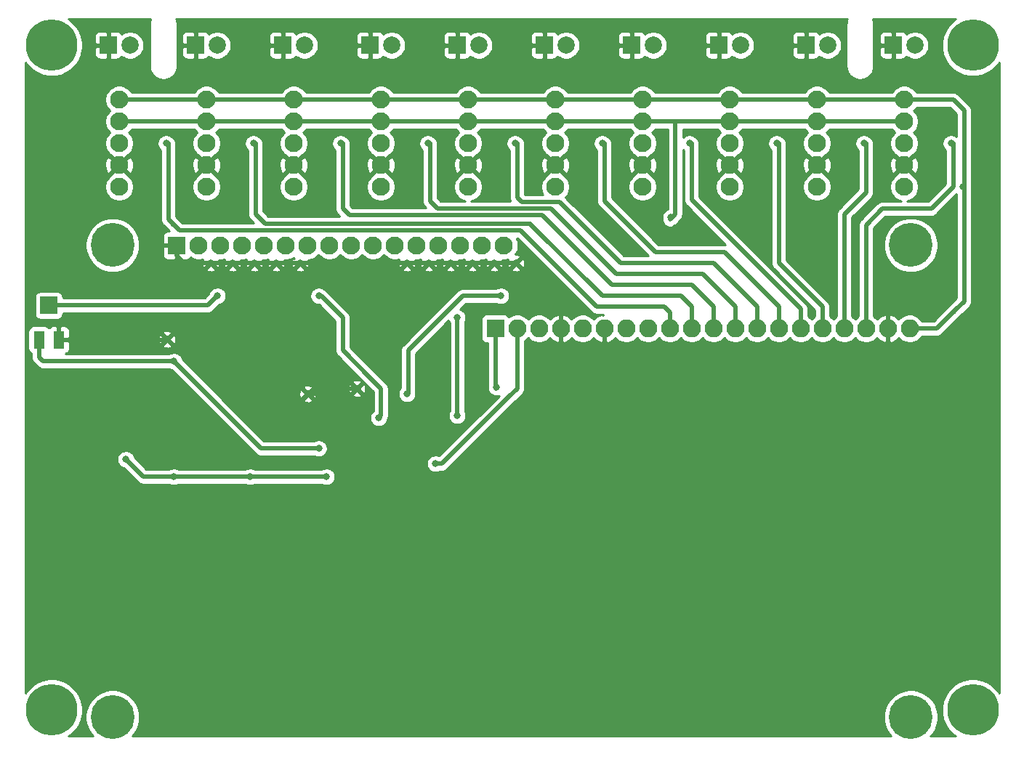
<source format=gtl>
G04 #@! TF.GenerationSoftware,KiCad,Pcbnew,(5.1.6)-1*
G04 #@! TF.CreationDate,2023-01-22T16:10:02+01:00*
G04 #@! TF.ProjectId,switches-with-lcd-display,73776974-6368-4657-932d-776974682d6c,rev?*
G04 #@! TF.SameCoordinates,Original*
G04 #@! TF.FileFunction,Copper,L1,Top*
G04 #@! TF.FilePolarity,Positive*
%FSLAX46Y46*%
G04 Gerber Fmt 4.6, Leading zero omitted, Abs format (unit mm)*
G04 Created by KiCad (PCBNEW (5.1.6)-1) date 2023-01-22 16:10:02*
%MOMM*%
%LPD*%
G01*
G04 APERTURE LIST*
G04 #@! TA.AperFunction,ComponentPad*
%ADD10C,0.800000*%
G04 #@! TD*
G04 #@! TA.AperFunction,ComponentPad*
%ADD11R,2.100000X2.100000*%
G04 #@! TD*
G04 #@! TA.AperFunction,ComponentPad*
%ADD12C,2.100000*%
G04 #@! TD*
G04 #@! TA.AperFunction,ComponentPad*
%ADD13C,5.100000*%
G04 #@! TD*
G04 #@! TA.AperFunction,SMDPad,CuDef*
%ADD14R,1.300000X2.000000*%
G04 #@! TD*
G04 #@! TA.AperFunction,SMDPad,CuDef*
%ADD15R,2.000000X2.000000*%
G04 #@! TD*
G04 #@! TA.AperFunction,ComponentPad*
%ADD16C,6.000000*%
G04 #@! TD*
G04 #@! TA.AperFunction,ComponentPad*
%ADD17O,2.100000X2.100000*%
G04 #@! TD*
G04 #@! TA.AperFunction,ComponentPad*
%ADD18R,2.000000X2.000000*%
G04 #@! TD*
G04 #@! TA.AperFunction,ComponentPad*
%ADD19C,2.000000*%
G04 #@! TD*
G04 #@! TA.AperFunction,Conductor*
%ADD20C,0.500000*%
G04 #@! TD*
G04 #@! TA.AperFunction,Conductor*
%ADD21C,0.254000*%
G04 #@! TD*
G04 APERTURE END LIST*
D10*
X135382000Y-96520000D03*
D11*
X43804000Y-103350000D03*
D12*
X46344000Y-103350000D03*
X48884000Y-103350000D03*
X51424000Y-103350000D03*
X53964000Y-103350000D03*
X56504000Y-103350000D03*
X59044000Y-103350000D03*
X61584000Y-103350000D03*
X64124000Y-103350000D03*
X66664000Y-103350000D03*
X69204000Y-103350000D03*
X71744000Y-103350000D03*
X74284000Y-103350000D03*
X76824000Y-103350000D03*
X79364000Y-103350000D03*
X81904000Y-103350000D03*
D13*
X36304000Y-103310000D03*
X129304000Y-103310000D03*
X36304000Y-158310000D03*
X129304000Y-158310000D03*
D14*
X30037000Y-114337000D03*
D15*
X28887000Y-110337000D03*
D14*
X27737000Y-114337000D03*
D16*
X29210000Y-157480000D03*
X136525000Y-157480000D03*
X136525000Y-80010000D03*
X29210000Y-80010000D03*
D10*
X101346000Y-100076000D03*
X48514000Y-109220000D03*
X42672000Y-114300000D03*
X43434000Y-116840000D03*
X37846000Y-128270000D03*
X43434000Y-130302000D03*
X52324000Y-130302000D03*
X61214000Y-130302000D03*
X81026000Y-119888000D03*
X73914000Y-128778000D03*
X76454000Y-123190000D03*
X60325000Y-127000000D03*
X64770000Y-120015000D03*
X59055000Y-120650000D03*
X60325000Y-109220000D03*
X67310000Y-123444000D03*
X70612000Y-120650000D03*
X81534000Y-109220000D03*
X76454000Y-111760000D03*
X83312000Y-105410000D03*
X80772000Y-105410000D03*
X78232000Y-105410000D03*
X75692000Y-105410000D03*
X73152000Y-105410000D03*
X70612000Y-105410000D03*
X58166000Y-105410000D03*
X55372000Y-105410000D03*
X52832000Y-105410000D03*
X50292000Y-105410000D03*
X47752000Y-105410000D03*
X133985000Y-91440000D03*
X123825000Y-91440000D03*
X113665000Y-91440000D03*
X103505000Y-91440000D03*
X93345000Y-91440000D03*
X83185000Y-91440000D03*
X73025000Y-91440000D03*
X62865000Y-91440000D03*
X52705000Y-91440000D03*
X42545000Y-91440000D03*
D12*
X128524000Y-96520000D03*
X128524000Y-86360000D03*
X128524000Y-91440000D03*
X128524000Y-88900000D03*
X128524000Y-93980000D03*
X108204000Y-96520000D03*
X108204000Y-86360000D03*
X108204000Y-91440000D03*
X108204000Y-88900000D03*
X108204000Y-93980000D03*
X98044000Y-96520000D03*
X98044000Y-86360000D03*
X98044000Y-91440000D03*
X98044000Y-88900000D03*
X98044000Y-93980000D03*
X118364000Y-96520000D03*
X118364000Y-86360000D03*
X118364000Y-91440000D03*
X118364000Y-88900000D03*
X118364000Y-93980000D03*
X57404000Y-96520000D03*
X57404000Y-86360000D03*
X57404000Y-91440000D03*
X57404000Y-88900000D03*
X57404000Y-93980000D03*
X77724000Y-96520000D03*
X77724000Y-86360000D03*
X77724000Y-91440000D03*
X77724000Y-88900000D03*
X77724000Y-93980000D03*
X87884000Y-96520000D03*
X87884000Y-86360000D03*
X87884000Y-91440000D03*
X87884000Y-88900000D03*
X87884000Y-93980000D03*
X67564000Y-96520000D03*
X67564000Y-86360000D03*
X67564000Y-91440000D03*
X67564000Y-88900000D03*
X67564000Y-93980000D03*
X37084000Y-96520000D03*
X37084000Y-86360000D03*
X37084000Y-91440000D03*
X37084000Y-88900000D03*
X37084000Y-93980000D03*
X47244000Y-96520000D03*
X47244000Y-86360000D03*
X47244000Y-91440000D03*
X47244000Y-88900000D03*
X47244000Y-93980000D03*
D17*
X129159000Y-113030000D03*
X101219000Y-113030000D03*
X111379000Y-113030000D03*
X106299000Y-113030000D03*
X121539000Y-113030000D03*
X108839000Y-113030000D03*
X118999000Y-113030000D03*
D11*
X80899000Y-113030000D03*
D17*
X91059000Y-113030000D03*
X93599000Y-113030000D03*
X126619000Y-113030000D03*
X113919000Y-113030000D03*
X88519000Y-113030000D03*
X83439000Y-113030000D03*
X85979000Y-113030000D03*
X103759000Y-113030000D03*
X98679000Y-113030000D03*
X124079000Y-113030000D03*
X116459000Y-113030000D03*
X96139000Y-113030000D03*
D18*
X127254000Y-80010000D03*
D19*
X129794000Y-80010000D03*
D18*
X106934000Y-80010000D03*
D19*
X109474000Y-80010000D03*
D18*
X96774000Y-80010000D03*
D19*
X99314000Y-80010000D03*
D18*
X117094000Y-80010000D03*
D19*
X119634000Y-80010000D03*
D18*
X56134000Y-80010000D03*
D19*
X58674000Y-80010000D03*
D18*
X76454000Y-80010000D03*
D19*
X78994000Y-80010000D03*
D18*
X86614000Y-80010000D03*
D19*
X89154000Y-80010000D03*
D18*
X66294000Y-80010000D03*
D19*
X68834000Y-80010000D03*
D18*
X35814000Y-80010000D03*
D19*
X38354000Y-80010000D03*
D18*
X45974000Y-80010000D03*
D19*
X48514000Y-80010000D03*
D20*
X47867198Y-105410000D02*
X50407198Y-105410000D01*
X52947198Y-105410000D02*
X50407198Y-105410000D01*
X55487198Y-105410000D02*
X52947198Y-105410000D01*
X58039000Y-105410000D02*
X55487198Y-105410000D01*
X83439000Y-105410000D02*
X58039000Y-105410000D01*
X31307000Y-114337000D02*
X42762000Y-114337000D01*
X47867198Y-105410000D02*
X44704000Y-105410000D01*
X43804000Y-104510000D02*
X43804000Y-103350000D01*
X44704000Y-105410000D02*
X43804000Y-104510000D01*
X31307000Y-114337000D02*
X30037000Y-114337000D01*
X61595000Y-120650000D02*
X62230000Y-120015000D01*
X59055000Y-120650000D02*
X61595000Y-120650000D01*
X65024000Y-120015000D02*
X62230000Y-120015000D01*
X52959000Y-99695000D02*
X52959000Y-91440000D01*
X82615010Y-100838000D02*
X75884010Y-100838000D01*
X83058000Y-100838000D02*
X82523963Y-100838000D01*
X83885010Y-100838000D02*
X82615010Y-100838000D01*
X103759000Y-110490000D02*
X103759000Y-113030000D01*
X102489000Y-109220000D02*
X103759000Y-110490000D01*
X93345000Y-109220000D02*
X102489000Y-109220000D01*
X83885010Y-100838000D02*
X85024990Y-100838000D01*
X85024990Y-100899990D02*
X93345000Y-109220000D01*
X54102000Y-100838000D02*
X52959000Y-99695000D01*
X54864000Y-100838000D02*
X54102000Y-100838000D01*
X54864000Y-100838000D02*
X54479980Y-100838000D01*
X76200000Y-100838000D02*
X54864000Y-100838000D01*
X42799000Y-91440000D02*
X42799000Y-100330000D01*
X42799000Y-100330000D02*
X43434000Y-100965000D01*
X44069000Y-101600000D02*
X42799000Y-100330000D01*
X92710000Y-110490000D02*
X84455000Y-102235000D01*
X83820000Y-101600000D02*
X44069000Y-101600000D01*
X101219000Y-111125000D02*
X100584000Y-110490000D01*
X100584000Y-110490000D02*
X92710000Y-110490000D01*
X84455000Y-102235000D02*
X83820000Y-101600000D01*
X101219000Y-113030000D02*
X101219000Y-111125000D01*
X108839000Y-110490000D02*
X108839000Y-113030000D01*
X105029000Y-106680000D02*
X108839000Y-110490000D01*
X74168000Y-99060000D02*
X73279000Y-98171000D01*
X73279000Y-91440000D02*
X73279000Y-98171000D01*
X87376000Y-99060000D02*
X74168000Y-99060000D01*
X94810030Y-106494030D02*
X87376000Y-99060000D01*
X94810030Y-106494030D02*
X94996000Y-106680000D01*
X94996000Y-106680000D02*
X105029000Y-106680000D01*
X99568000Y-104140000D02*
X93599000Y-98171000D01*
X107569000Y-104140000D02*
X99568000Y-104140000D01*
X113919000Y-110490000D02*
X107569000Y-104140000D01*
X93599000Y-98171000D02*
X93599000Y-91440000D01*
X113919000Y-113030000D02*
X113919000Y-110490000D01*
X83439000Y-91440000D02*
X83439000Y-97790000D01*
X111379000Y-110490000D02*
X111379000Y-113030000D01*
X106299000Y-105410000D02*
X111379000Y-110490000D01*
X86372080Y-98298000D02*
X88392000Y-98298000D01*
X83947000Y-98298000D02*
X83439000Y-97790000D01*
X84836000Y-98298000D02*
X83947000Y-98298000D01*
X84836000Y-98298000D02*
X86353960Y-98298000D01*
X84448960Y-98298000D02*
X84836000Y-98298000D01*
X88392000Y-98298000D02*
X88646000Y-98552000D01*
X94996000Y-104902000D02*
X95504000Y-105410000D01*
X94996000Y-104902000D02*
X95256040Y-105162040D01*
X95504000Y-105410000D02*
X106299000Y-105410000D01*
X88646000Y-98552000D02*
X94996000Y-104902000D01*
X63119000Y-91440000D02*
X63119000Y-98425000D01*
X63119000Y-98425000D02*
X63119000Y-99060000D01*
X82602074Y-99822000D02*
X83312000Y-99822000D01*
X106299000Y-113030000D02*
X106299000Y-110490000D01*
X106299000Y-110490000D02*
X103759000Y-107950000D01*
X73660000Y-99822000D02*
X63881000Y-99822000D01*
X63881000Y-99822000D02*
X63119000Y-99060000D01*
X73660000Y-99822000D02*
X82859094Y-99822000D01*
X73279000Y-99822000D02*
X73660000Y-99822000D01*
X86360000Y-99822000D02*
X94364020Y-107826020D01*
X83439000Y-99822000D02*
X86360000Y-99822000D01*
X94364020Y-107826020D02*
X94357980Y-107826020D01*
X94488000Y-107950000D02*
X94364020Y-107826020D01*
X103759000Y-107950000D02*
X94488000Y-107950000D01*
X124079000Y-91440000D02*
X124079000Y-97155000D01*
X121539000Y-99695000D02*
X121539000Y-113030000D01*
X124079000Y-97155000D02*
X121539000Y-99695000D01*
X103759000Y-98044000D02*
X103759000Y-96266000D01*
X103759000Y-96266000D02*
X103759000Y-91440000D01*
X116459000Y-113030000D02*
X116459000Y-110744000D01*
X116459000Y-110744000D02*
X103759000Y-98044000D01*
X113919000Y-91440000D02*
X113919000Y-105410000D01*
X118999000Y-110490000D02*
X118999000Y-113030000D01*
X113919000Y-105410000D02*
X118999000Y-110490000D01*
X134239000Y-91440000D02*
X134239000Y-96520000D01*
X134239000Y-96520000D02*
X131699000Y-99060000D01*
X131699000Y-99060000D02*
X125984000Y-99060000D01*
X124079000Y-100965000D02*
X124079000Y-113030000D01*
X125984000Y-99060000D02*
X124079000Y-100965000D01*
X30157000Y-110337000D02*
X28887000Y-110337000D01*
X47397000Y-110337000D02*
X48514000Y-109220000D01*
X45873000Y-110337000D02*
X47397000Y-110337000D01*
X45873000Y-110337000D02*
X46762000Y-110337000D01*
X30157000Y-110337000D02*
X45873000Y-110337000D01*
X76454000Y-123190000D02*
X76454000Y-111760000D01*
X70739000Y-120650000D02*
X70739000Y-115570000D01*
X81534000Y-109220000D02*
X77089000Y-109220000D01*
X77089000Y-109220000D02*
X76962000Y-109347000D01*
X70739000Y-115570000D02*
X76962000Y-109347000D01*
X37084000Y-86360000D02*
X128524000Y-86360000D01*
X134239000Y-86360000D02*
X128524000Y-86360000D01*
X135509000Y-87630000D02*
X134239000Y-86360000D01*
X135509000Y-96520000D02*
X135509000Y-87630000D01*
X129159000Y-113030000D02*
X132334000Y-113030000D01*
X135509000Y-96520000D02*
X135509000Y-109855000D01*
X134556500Y-110807500D02*
X132334000Y-113030000D01*
X134556500Y-110807500D02*
X134239000Y-111125000D01*
X135509000Y-109855000D02*
X134556500Y-110807500D01*
X80899000Y-120015000D02*
X80899000Y-113030000D01*
X61214000Y-130302000D02*
X52324000Y-130302000D01*
X52324000Y-130302000D02*
X43434000Y-130302000D01*
X39878000Y-130302000D02*
X37846000Y-128270000D01*
X43434000Y-130302000D02*
X39878000Y-130302000D01*
X67564000Y-123190000D02*
X67564000Y-120015000D01*
X67564000Y-120015000D02*
X66294000Y-118745000D01*
X66294000Y-118745000D02*
X63119000Y-115570000D01*
X63119000Y-115570000D02*
X63119000Y-111760000D01*
X63119000Y-111760000D02*
X60579000Y-109220000D01*
X41529000Y-116840000D02*
X43434000Y-116840000D01*
X41529000Y-116840000D02*
X30099000Y-116840000D01*
X83439000Y-113030000D02*
X83439000Y-120015000D01*
X27737000Y-114337000D02*
X27737000Y-116383000D01*
X28194000Y-116840000D02*
X30099000Y-116840000D01*
X27737000Y-116383000D02*
X28194000Y-116840000D01*
X80264000Y-123190000D02*
X82486500Y-120967500D01*
X83439000Y-120015000D02*
X82486500Y-120967500D01*
X74676000Y-128778000D02*
X80264000Y-123190000D01*
X73914000Y-128778000D02*
X74676000Y-128778000D01*
X53594000Y-127000000D02*
X43434000Y-116840000D01*
X60325000Y-127000000D02*
X53594000Y-127000000D01*
X37084000Y-88900000D02*
X97724002Y-88900000D01*
X101854000Y-99695000D02*
X101854000Y-88900000D01*
X101219000Y-100330000D02*
X101854000Y-99695000D01*
X97724002Y-88900000D02*
X101854000Y-88900000D01*
X101854000Y-88900000D02*
X128524000Y-88900000D01*
D21*
G36*
X40741333Y-76979475D02*
G01*
X40717764Y-77034466D01*
X40715039Y-77043269D01*
X40661309Y-77221231D01*
X40649691Y-77279908D01*
X40637253Y-77338423D01*
X40636290Y-77347588D01*
X40618150Y-77532596D01*
X40615000Y-77564582D01*
X40615001Y-82455419D01*
X40618242Y-82488327D01*
X40618242Y-82500702D01*
X40619206Y-82509866D01*
X40639927Y-82694603D01*
X40652359Y-82753093D01*
X40663984Y-82811800D01*
X40666709Y-82820603D01*
X40722919Y-82997797D01*
X40746478Y-83052764D01*
X40769277Y-83108080D01*
X40773661Y-83116186D01*
X40863216Y-83279087D01*
X40897016Y-83328450D01*
X40930117Y-83378272D01*
X40935991Y-83385373D01*
X41055483Y-83527777D01*
X41098232Y-83569639D01*
X41140370Y-83612073D01*
X41147511Y-83617897D01*
X41292386Y-83734380D01*
X41342423Y-83767123D01*
X41392033Y-83800586D01*
X41400169Y-83804912D01*
X41564910Y-83891036D01*
X41620332Y-83913428D01*
X41675520Y-83936627D01*
X41684342Y-83939290D01*
X41862673Y-83991776D01*
X41921389Y-84002976D01*
X41980031Y-84015014D01*
X41989202Y-84015913D01*
X42174333Y-84032761D01*
X42234152Y-84032343D01*
X42293970Y-84032761D01*
X42303141Y-84031861D01*
X42488018Y-84012429D01*
X42546601Y-84000403D01*
X42605370Y-83989193D01*
X42614192Y-83986530D01*
X42791773Y-83931560D01*
X42846923Y-83908377D01*
X42902387Y-83885968D01*
X42910524Y-83881642D01*
X43074046Y-83793225D01*
X43123622Y-83759785D01*
X43173689Y-83727022D01*
X43180830Y-83721197D01*
X43324065Y-83602704D01*
X43366223Y-83560250D01*
X43408957Y-83518403D01*
X43414828Y-83511305D01*
X43414829Y-83511304D01*
X43414832Y-83511300D01*
X43532321Y-83367243D01*
X43565422Y-83317422D01*
X43599218Y-83268065D01*
X43603601Y-83259959D01*
X43690874Y-83095823D01*
X43713655Y-83040552D01*
X43737236Y-82985535D01*
X43739961Y-82976731D01*
X43793691Y-82798769D01*
X43805309Y-82740092D01*
X43817747Y-82681577D01*
X43818710Y-82672412D01*
X43836850Y-82487404D01*
X43836850Y-82487402D01*
X43840000Y-82455419D01*
X43840000Y-81010000D01*
X44335928Y-81010000D01*
X44348188Y-81134482D01*
X44384498Y-81254180D01*
X44443463Y-81364494D01*
X44522815Y-81461185D01*
X44619506Y-81540537D01*
X44729820Y-81599502D01*
X44849518Y-81635812D01*
X44974000Y-81648072D01*
X45688250Y-81645000D01*
X45847000Y-81486250D01*
X45847000Y-80137000D01*
X44497750Y-80137000D01*
X44339000Y-80295750D01*
X44335928Y-81010000D01*
X43840000Y-81010000D01*
X43840000Y-79010000D01*
X44335928Y-79010000D01*
X44339000Y-79724250D01*
X44497750Y-79883000D01*
X45847000Y-79883000D01*
X45847000Y-78533750D01*
X46101000Y-78533750D01*
X46101000Y-79883000D01*
X46121000Y-79883000D01*
X46121000Y-80137000D01*
X46101000Y-80137000D01*
X46101000Y-81486250D01*
X46259750Y-81645000D01*
X46974000Y-81648072D01*
X47098482Y-81635812D01*
X47218180Y-81599502D01*
X47328494Y-81540537D01*
X47425185Y-81461185D01*
X47504537Y-81364494D01*
X47529191Y-81318370D01*
X47739537Y-81458918D01*
X48037088Y-81582168D01*
X48352967Y-81645000D01*
X48675033Y-81645000D01*
X48990912Y-81582168D01*
X49288463Y-81458918D01*
X49556252Y-81279987D01*
X49783987Y-81052252D01*
X49812218Y-81010000D01*
X54495928Y-81010000D01*
X54508188Y-81134482D01*
X54544498Y-81254180D01*
X54603463Y-81364494D01*
X54682815Y-81461185D01*
X54779506Y-81540537D01*
X54889820Y-81599502D01*
X55009518Y-81635812D01*
X55134000Y-81648072D01*
X55848250Y-81645000D01*
X56007000Y-81486250D01*
X56007000Y-80137000D01*
X54657750Y-80137000D01*
X54499000Y-80295750D01*
X54495928Y-81010000D01*
X49812218Y-81010000D01*
X49962918Y-80784463D01*
X50086168Y-80486912D01*
X50149000Y-80171033D01*
X50149000Y-79848967D01*
X50086168Y-79533088D01*
X49962918Y-79235537D01*
X49812219Y-79010000D01*
X54495928Y-79010000D01*
X54499000Y-79724250D01*
X54657750Y-79883000D01*
X56007000Y-79883000D01*
X56007000Y-78533750D01*
X56261000Y-78533750D01*
X56261000Y-79883000D01*
X56281000Y-79883000D01*
X56281000Y-80137000D01*
X56261000Y-80137000D01*
X56261000Y-81486250D01*
X56419750Y-81645000D01*
X57134000Y-81648072D01*
X57258482Y-81635812D01*
X57378180Y-81599502D01*
X57488494Y-81540537D01*
X57585185Y-81461185D01*
X57664537Y-81364494D01*
X57689191Y-81318370D01*
X57899537Y-81458918D01*
X58197088Y-81582168D01*
X58512967Y-81645000D01*
X58835033Y-81645000D01*
X59150912Y-81582168D01*
X59448463Y-81458918D01*
X59716252Y-81279987D01*
X59943987Y-81052252D01*
X59972218Y-81010000D01*
X64655928Y-81010000D01*
X64668188Y-81134482D01*
X64704498Y-81254180D01*
X64763463Y-81364494D01*
X64842815Y-81461185D01*
X64939506Y-81540537D01*
X65049820Y-81599502D01*
X65169518Y-81635812D01*
X65294000Y-81648072D01*
X66008250Y-81645000D01*
X66167000Y-81486250D01*
X66167000Y-80137000D01*
X64817750Y-80137000D01*
X64659000Y-80295750D01*
X64655928Y-81010000D01*
X59972218Y-81010000D01*
X60122918Y-80784463D01*
X60246168Y-80486912D01*
X60309000Y-80171033D01*
X60309000Y-79848967D01*
X60246168Y-79533088D01*
X60122918Y-79235537D01*
X59972219Y-79010000D01*
X64655928Y-79010000D01*
X64659000Y-79724250D01*
X64817750Y-79883000D01*
X66167000Y-79883000D01*
X66167000Y-78533750D01*
X66421000Y-78533750D01*
X66421000Y-79883000D01*
X66441000Y-79883000D01*
X66441000Y-80137000D01*
X66421000Y-80137000D01*
X66421000Y-81486250D01*
X66579750Y-81645000D01*
X67294000Y-81648072D01*
X67418482Y-81635812D01*
X67538180Y-81599502D01*
X67648494Y-81540537D01*
X67745185Y-81461185D01*
X67824537Y-81364494D01*
X67849191Y-81318370D01*
X68059537Y-81458918D01*
X68357088Y-81582168D01*
X68672967Y-81645000D01*
X68995033Y-81645000D01*
X69310912Y-81582168D01*
X69608463Y-81458918D01*
X69876252Y-81279987D01*
X70103987Y-81052252D01*
X70132218Y-81010000D01*
X74815928Y-81010000D01*
X74828188Y-81134482D01*
X74864498Y-81254180D01*
X74923463Y-81364494D01*
X75002815Y-81461185D01*
X75099506Y-81540537D01*
X75209820Y-81599502D01*
X75329518Y-81635812D01*
X75454000Y-81648072D01*
X76168250Y-81645000D01*
X76327000Y-81486250D01*
X76327000Y-80137000D01*
X74977750Y-80137000D01*
X74819000Y-80295750D01*
X74815928Y-81010000D01*
X70132218Y-81010000D01*
X70282918Y-80784463D01*
X70406168Y-80486912D01*
X70469000Y-80171033D01*
X70469000Y-79848967D01*
X70406168Y-79533088D01*
X70282918Y-79235537D01*
X70132219Y-79010000D01*
X74815928Y-79010000D01*
X74819000Y-79724250D01*
X74977750Y-79883000D01*
X76327000Y-79883000D01*
X76327000Y-78533750D01*
X76581000Y-78533750D01*
X76581000Y-79883000D01*
X76601000Y-79883000D01*
X76601000Y-80137000D01*
X76581000Y-80137000D01*
X76581000Y-81486250D01*
X76739750Y-81645000D01*
X77454000Y-81648072D01*
X77578482Y-81635812D01*
X77698180Y-81599502D01*
X77808494Y-81540537D01*
X77905185Y-81461185D01*
X77984537Y-81364494D01*
X78009191Y-81318370D01*
X78219537Y-81458918D01*
X78517088Y-81582168D01*
X78832967Y-81645000D01*
X79155033Y-81645000D01*
X79470912Y-81582168D01*
X79768463Y-81458918D01*
X80036252Y-81279987D01*
X80263987Y-81052252D01*
X80292218Y-81010000D01*
X84975928Y-81010000D01*
X84988188Y-81134482D01*
X85024498Y-81254180D01*
X85083463Y-81364494D01*
X85162815Y-81461185D01*
X85259506Y-81540537D01*
X85369820Y-81599502D01*
X85489518Y-81635812D01*
X85614000Y-81648072D01*
X86328250Y-81645000D01*
X86487000Y-81486250D01*
X86487000Y-80137000D01*
X85137750Y-80137000D01*
X84979000Y-80295750D01*
X84975928Y-81010000D01*
X80292218Y-81010000D01*
X80442918Y-80784463D01*
X80566168Y-80486912D01*
X80629000Y-80171033D01*
X80629000Y-79848967D01*
X80566168Y-79533088D01*
X80442918Y-79235537D01*
X80292219Y-79010000D01*
X84975928Y-79010000D01*
X84979000Y-79724250D01*
X85137750Y-79883000D01*
X86487000Y-79883000D01*
X86487000Y-78533750D01*
X86741000Y-78533750D01*
X86741000Y-79883000D01*
X86761000Y-79883000D01*
X86761000Y-80137000D01*
X86741000Y-80137000D01*
X86741000Y-81486250D01*
X86899750Y-81645000D01*
X87614000Y-81648072D01*
X87738482Y-81635812D01*
X87858180Y-81599502D01*
X87968494Y-81540537D01*
X88065185Y-81461185D01*
X88144537Y-81364494D01*
X88169191Y-81318370D01*
X88379537Y-81458918D01*
X88677088Y-81582168D01*
X88992967Y-81645000D01*
X89315033Y-81645000D01*
X89630912Y-81582168D01*
X89928463Y-81458918D01*
X90196252Y-81279987D01*
X90423987Y-81052252D01*
X90452218Y-81010000D01*
X95135928Y-81010000D01*
X95148188Y-81134482D01*
X95184498Y-81254180D01*
X95243463Y-81364494D01*
X95322815Y-81461185D01*
X95419506Y-81540537D01*
X95529820Y-81599502D01*
X95649518Y-81635812D01*
X95774000Y-81648072D01*
X96488250Y-81645000D01*
X96647000Y-81486250D01*
X96647000Y-80137000D01*
X95297750Y-80137000D01*
X95139000Y-80295750D01*
X95135928Y-81010000D01*
X90452218Y-81010000D01*
X90602918Y-80784463D01*
X90726168Y-80486912D01*
X90789000Y-80171033D01*
X90789000Y-79848967D01*
X90726168Y-79533088D01*
X90602918Y-79235537D01*
X90452219Y-79010000D01*
X95135928Y-79010000D01*
X95139000Y-79724250D01*
X95297750Y-79883000D01*
X96647000Y-79883000D01*
X96647000Y-78533750D01*
X96901000Y-78533750D01*
X96901000Y-79883000D01*
X96921000Y-79883000D01*
X96921000Y-80137000D01*
X96901000Y-80137000D01*
X96901000Y-81486250D01*
X97059750Y-81645000D01*
X97774000Y-81648072D01*
X97898482Y-81635812D01*
X98018180Y-81599502D01*
X98128494Y-81540537D01*
X98225185Y-81461185D01*
X98304537Y-81364494D01*
X98329191Y-81318370D01*
X98539537Y-81458918D01*
X98837088Y-81582168D01*
X99152967Y-81645000D01*
X99475033Y-81645000D01*
X99790912Y-81582168D01*
X100088463Y-81458918D01*
X100356252Y-81279987D01*
X100583987Y-81052252D01*
X100612218Y-81010000D01*
X105295928Y-81010000D01*
X105308188Y-81134482D01*
X105344498Y-81254180D01*
X105403463Y-81364494D01*
X105482815Y-81461185D01*
X105579506Y-81540537D01*
X105689820Y-81599502D01*
X105809518Y-81635812D01*
X105934000Y-81648072D01*
X106648250Y-81645000D01*
X106807000Y-81486250D01*
X106807000Y-80137000D01*
X105457750Y-80137000D01*
X105299000Y-80295750D01*
X105295928Y-81010000D01*
X100612218Y-81010000D01*
X100762918Y-80784463D01*
X100886168Y-80486912D01*
X100949000Y-80171033D01*
X100949000Y-79848967D01*
X100886168Y-79533088D01*
X100762918Y-79235537D01*
X100612219Y-79010000D01*
X105295928Y-79010000D01*
X105299000Y-79724250D01*
X105457750Y-79883000D01*
X106807000Y-79883000D01*
X106807000Y-78533750D01*
X107061000Y-78533750D01*
X107061000Y-79883000D01*
X107081000Y-79883000D01*
X107081000Y-80137000D01*
X107061000Y-80137000D01*
X107061000Y-81486250D01*
X107219750Y-81645000D01*
X107934000Y-81648072D01*
X108058482Y-81635812D01*
X108178180Y-81599502D01*
X108288494Y-81540537D01*
X108385185Y-81461185D01*
X108464537Y-81364494D01*
X108489191Y-81318370D01*
X108699537Y-81458918D01*
X108997088Y-81582168D01*
X109312967Y-81645000D01*
X109635033Y-81645000D01*
X109950912Y-81582168D01*
X110248463Y-81458918D01*
X110516252Y-81279987D01*
X110743987Y-81052252D01*
X110772218Y-81010000D01*
X115455928Y-81010000D01*
X115468188Y-81134482D01*
X115504498Y-81254180D01*
X115563463Y-81364494D01*
X115642815Y-81461185D01*
X115739506Y-81540537D01*
X115849820Y-81599502D01*
X115969518Y-81635812D01*
X116094000Y-81648072D01*
X116808250Y-81645000D01*
X116967000Y-81486250D01*
X116967000Y-80137000D01*
X115617750Y-80137000D01*
X115459000Y-80295750D01*
X115455928Y-81010000D01*
X110772218Y-81010000D01*
X110922918Y-80784463D01*
X111046168Y-80486912D01*
X111109000Y-80171033D01*
X111109000Y-79848967D01*
X111046168Y-79533088D01*
X110922918Y-79235537D01*
X110772219Y-79010000D01*
X115455928Y-79010000D01*
X115459000Y-79724250D01*
X115617750Y-79883000D01*
X116967000Y-79883000D01*
X116967000Y-78533750D01*
X117221000Y-78533750D01*
X117221000Y-79883000D01*
X117241000Y-79883000D01*
X117241000Y-80137000D01*
X117221000Y-80137000D01*
X117221000Y-81486250D01*
X117379750Y-81645000D01*
X118094000Y-81648072D01*
X118218482Y-81635812D01*
X118338180Y-81599502D01*
X118448494Y-81540537D01*
X118545185Y-81461185D01*
X118624537Y-81364494D01*
X118649191Y-81318370D01*
X118859537Y-81458918D01*
X119157088Y-81582168D01*
X119472967Y-81645000D01*
X119795033Y-81645000D01*
X120110912Y-81582168D01*
X120408463Y-81458918D01*
X120676252Y-81279987D01*
X120903987Y-81052252D01*
X121082918Y-80784463D01*
X121206168Y-80486912D01*
X121269000Y-80171033D01*
X121269000Y-79848967D01*
X121206168Y-79533088D01*
X121082918Y-79235537D01*
X120903987Y-78967748D01*
X120676252Y-78740013D01*
X120408463Y-78561082D01*
X120110912Y-78437832D01*
X119795033Y-78375000D01*
X119472967Y-78375000D01*
X119157088Y-78437832D01*
X118859537Y-78561082D01*
X118649191Y-78701630D01*
X118624537Y-78655506D01*
X118545185Y-78558815D01*
X118448494Y-78479463D01*
X118338180Y-78420498D01*
X118218482Y-78384188D01*
X118094000Y-78371928D01*
X117379750Y-78375000D01*
X117221000Y-78533750D01*
X116967000Y-78533750D01*
X116808250Y-78375000D01*
X116094000Y-78371928D01*
X115969518Y-78384188D01*
X115849820Y-78420498D01*
X115739506Y-78479463D01*
X115642815Y-78558815D01*
X115563463Y-78655506D01*
X115504498Y-78765820D01*
X115468188Y-78885518D01*
X115455928Y-79010000D01*
X110772219Y-79010000D01*
X110743987Y-78967748D01*
X110516252Y-78740013D01*
X110248463Y-78561082D01*
X109950912Y-78437832D01*
X109635033Y-78375000D01*
X109312967Y-78375000D01*
X108997088Y-78437832D01*
X108699537Y-78561082D01*
X108489191Y-78701630D01*
X108464537Y-78655506D01*
X108385185Y-78558815D01*
X108288494Y-78479463D01*
X108178180Y-78420498D01*
X108058482Y-78384188D01*
X107934000Y-78371928D01*
X107219750Y-78375000D01*
X107061000Y-78533750D01*
X106807000Y-78533750D01*
X106648250Y-78375000D01*
X105934000Y-78371928D01*
X105809518Y-78384188D01*
X105689820Y-78420498D01*
X105579506Y-78479463D01*
X105482815Y-78558815D01*
X105403463Y-78655506D01*
X105344498Y-78765820D01*
X105308188Y-78885518D01*
X105295928Y-79010000D01*
X100612219Y-79010000D01*
X100583987Y-78967748D01*
X100356252Y-78740013D01*
X100088463Y-78561082D01*
X99790912Y-78437832D01*
X99475033Y-78375000D01*
X99152967Y-78375000D01*
X98837088Y-78437832D01*
X98539537Y-78561082D01*
X98329191Y-78701630D01*
X98304537Y-78655506D01*
X98225185Y-78558815D01*
X98128494Y-78479463D01*
X98018180Y-78420498D01*
X97898482Y-78384188D01*
X97774000Y-78371928D01*
X97059750Y-78375000D01*
X96901000Y-78533750D01*
X96647000Y-78533750D01*
X96488250Y-78375000D01*
X95774000Y-78371928D01*
X95649518Y-78384188D01*
X95529820Y-78420498D01*
X95419506Y-78479463D01*
X95322815Y-78558815D01*
X95243463Y-78655506D01*
X95184498Y-78765820D01*
X95148188Y-78885518D01*
X95135928Y-79010000D01*
X90452219Y-79010000D01*
X90423987Y-78967748D01*
X90196252Y-78740013D01*
X89928463Y-78561082D01*
X89630912Y-78437832D01*
X89315033Y-78375000D01*
X88992967Y-78375000D01*
X88677088Y-78437832D01*
X88379537Y-78561082D01*
X88169191Y-78701630D01*
X88144537Y-78655506D01*
X88065185Y-78558815D01*
X87968494Y-78479463D01*
X87858180Y-78420498D01*
X87738482Y-78384188D01*
X87614000Y-78371928D01*
X86899750Y-78375000D01*
X86741000Y-78533750D01*
X86487000Y-78533750D01*
X86328250Y-78375000D01*
X85614000Y-78371928D01*
X85489518Y-78384188D01*
X85369820Y-78420498D01*
X85259506Y-78479463D01*
X85162815Y-78558815D01*
X85083463Y-78655506D01*
X85024498Y-78765820D01*
X84988188Y-78885518D01*
X84975928Y-79010000D01*
X80292219Y-79010000D01*
X80263987Y-78967748D01*
X80036252Y-78740013D01*
X79768463Y-78561082D01*
X79470912Y-78437832D01*
X79155033Y-78375000D01*
X78832967Y-78375000D01*
X78517088Y-78437832D01*
X78219537Y-78561082D01*
X78009191Y-78701630D01*
X77984537Y-78655506D01*
X77905185Y-78558815D01*
X77808494Y-78479463D01*
X77698180Y-78420498D01*
X77578482Y-78384188D01*
X77454000Y-78371928D01*
X76739750Y-78375000D01*
X76581000Y-78533750D01*
X76327000Y-78533750D01*
X76168250Y-78375000D01*
X75454000Y-78371928D01*
X75329518Y-78384188D01*
X75209820Y-78420498D01*
X75099506Y-78479463D01*
X75002815Y-78558815D01*
X74923463Y-78655506D01*
X74864498Y-78765820D01*
X74828188Y-78885518D01*
X74815928Y-79010000D01*
X70132219Y-79010000D01*
X70103987Y-78967748D01*
X69876252Y-78740013D01*
X69608463Y-78561082D01*
X69310912Y-78437832D01*
X68995033Y-78375000D01*
X68672967Y-78375000D01*
X68357088Y-78437832D01*
X68059537Y-78561082D01*
X67849191Y-78701630D01*
X67824537Y-78655506D01*
X67745185Y-78558815D01*
X67648494Y-78479463D01*
X67538180Y-78420498D01*
X67418482Y-78384188D01*
X67294000Y-78371928D01*
X66579750Y-78375000D01*
X66421000Y-78533750D01*
X66167000Y-78533750D01*
X66008250Y-78375000D01*
X65294000Y-78371928D01*
X65169518Y-78384188D01*
X65049820Y-78420498D01*
X64939506Y-78479463D01*
X64842815Y-78558815D01*
X64763463Y-78655506D01*
X64704498Y-78765820D01*
X64668188Y-78885518D01*
X64655928Y-79010000D01*
X59972219Y-79010000D01*
X59943987Y-78967748D01*
X59716252Y-78740013D01*
X59448463Y-78561082D01*
X59150912Y-78437832D01*
X58835033Y-78375000D01*
X58512967Y-78375000D01*
X58197088Y-78437832D01*
X57899537Y-78561082D01*
X57689191Y-78701630D01*
X57664537Y-78655506D01*
X57585185Y-78558815D01*
X57488494Y-78479463D01*
X57378180Y-78420498D01*
X57258482Y-78384188D01*
X57134000Y-78371928D01*
X56419750Y-78375000D01*
X56261000Y-78533750D01*
X56007000Y-78533750D01*
X55848250Y-78375000D01*
X55134000Y-78371928D01*
X55009518Y-78384188D01*
X54889820Y-78420498D01*
X54779506Y-78479463D01*
X54682815Y-78558815D01*
X54603463Y-78655506D01*
X54544498Y-78765820D01*
X54508188Y-78885518D01*
X54495928Y-79010000D01*
X49812219Y-79010000D01*
X49783987Y-78967748D01*
X49556252Y-78740013D01*
X49288463Y-78561082D01*
X48990912Y-78437832D01*
X48675033Y-78375000D01*
X48352967Y-78375000D01*
X48037088Y-78437832D01*
X47739537Y-78561082D01*
X47529191Y-78701630D01*
X47504537Y-78655506D01*
X47425185Y-78558815D01*
X47328494Y-78479463D01*
X47218180Y-78420498D01*
X47098482Y-78384188D01*
X46974000Y-78371928D01*
X46259750Y-78375000D01*
X46101000Y-78533750D01*
X45847000Y-78533750D01*
X45688250Y-78375000D01*
X44974000Y-78371928D01*
X44849518Y-78384188D01*
X44729820Y-78420498D01*
X44619506Y-78479463D01*
X44522815Y-78558815D01*
X44443463Y-78655506D01*
X44384498Y-78765820D01*
X44348188Y-78885518D01*
X44335928Y-79010000D01*
X43840000Y-79010000D01*
X43840000Y-77564581D01*
X43836758Y-77531662D01*
X43836758Y-77519298D01*
X43835794Y-77510133D01*
X43815073Y-77325397D01*
X43802639Y-77266900D01*
X43791016Y-77208201D01*
X43788291Y-77199398D01*
X43732081Y-77022203D01*
X43708522Y-76967236D01*
X43706364Y-76962000D01*
X121901536Y-76962000D01*
X121894333Y-76979475D01*
X121870764Y-77034466D01*
X121868039Y-77043269D01*
X121814309Y-77221231D01*
X121802691Y-77279908D01*
X121790253Y-77338423D01*
X121789290Y-77347588D01*
X121771150Y-77532596D01*
X121768000Y-77564582D01*
X121768001Y-82455419D01*
X121771242Y-82488327D01*
X121771242Y-82500702D01*
X121772206Y-82509866D01*
X121792927Y-82694603D01*
X121805359Y-82753093D01*
X121816984Y-82811800D01*
X121819709Y-82820603D01*
X121875919Y-82997797D01*
X121899478Y-83052764D01*
X121922277Y-83108080D01*
X121926661Y-83116186D01*
X122016216Y-83279087D01*
X122050016Y-83328450D01*
X122083117Y-83378272D01*
X122088991Y-83385373D01*
X122208483Y-83527777D01*
X122251232Y-83569639D01*
X122293370Y-83612073D01*
X122300511Y-83617897D01*
X122445386Y-83734380D01*
X122495423Y-83767123D01*
X122545033Y-83800586D01*
X122553169Y-83804912D01*
X122717910Y-83891036D01*
X122773332Y-83913428D01*
X122828520Y-83936627D01*
X122837342Y-83939290D01*
X123015673Y-83991776D01*
X123074389Y-84002976D01*
X123133031Y-84015014D01*
X123142202Y-84015913D01*
X123327333Y-84032761D01*
X123387152Y-84032343D01*
X123446970Y-84032761D01*
X123456141Y-84031861D01*
X123641018Y-84012429D01*
X123699601Y-84000403D01*
X123758370Y-83989193D01*
X123767192Y-83986530D01*
X123944773Y-83931560D01*
X123999923Y-83908377D01*
X124055387Y-83885968D01*
X124063524Y-83881642D01*
X124227046Y-83793225D01*
X124276622Y-83759785D01*
X124326689Y-83727022D01*
X124333830Y-83721197D01*
X124477065Y-83602704D01*
X124519223Y-83560250D01*
X124561957Y-83518403D01*
X124567828Y-83511305D01*
X124567829Y-83511304D01*
X124567832Y-83511300D01*
X124685321Y-83367243D01*
X124718422Y-83317422D01*
X124752218Y-83268065D01*
X124756601Y-83259959D01*
X124843874Y-83095823D01*
X124866655Y-83040552D01*
X124890236Y-82985535D01*
X124892961Y-82976731D01*
X124946691Y-82798769D01*
X124958309Y-82740092D01*
X124970747Y-82681577D01*
X124971710Y-82672412D01*
X124989850Y-82487404D01*
X124989850Y-82487402D01*
X124993000Y-82455419D01*
X124993000Y-81010000D01*
X125615928Y-81010000D01*
X125628188Y-81134482D01*
X125664498Y-81254180D01*
X125723463Y-81364494D01*
X125802815Y-81461185D01*
X125899506Y-81540537D01*
X126009820Y-81599502D01*
X126129518Y-81635812D01*
X126254000Y-81648072D01*
X126968250Y-81645000D01*
X127127000Y-81486250D01*
X127127000Y-80137000D01*
X125777750Y-80137000D01*
X125619000Y-80295750D01*
X125615928Y-81010000D01*
X124993000Y-81010000D01*
X124993000Y-79010000D01*
X125615928Y-79010000D01*
X125619000Y-79724250D01*
X125777750Y-79883000D01*
X127127000Y-79883000D01*
X127127000Y-78533750D01*
X127381000Y-78533750D01*
X127381000Y-79883000D01*
X127401000Y-79883000D01*
X127401000Y-80137000D01*
X127381000Y-80137000D01*
X127381000Y-81486250D01*
X127539750Y-81645000D01*
X128254000Y-81648072D01*
X128378482Y-81635812D01*
X128498180Y-81599502D01*
X128608494Y-81540537D01*
X128705185Y-81461185D01*
X128784537Y-81364494D01*
X128809191Y-81318370D01*
X129019537Y-81458918D01*
X129317088Y-81582168D01*
X129632967Y-81645000D01*
X129955033Y-81645000D01*
X130270912Y-81582168D01*
X130568463Y-81458918D01*
X130836252Y-81279987D01*
X131063987Y-81052252D01*
X131242918Y-80784463D01*
X131366168Y-80486912D01*
X131429000Y-80171033D01*
X131429000Y-79848967D01*
X131366168Y-79533088D01*
X131242918Y-79235537D01*
X131063987Y-78967748D01*
X130836252Y-78740013D01*
X130568463Y-78561082D01*
X130270912Y-78437832D01*
X129955033Y-78375000D01*
X129632967Y-78375000D01*
X129317088Y-78437832D01*
X129019537Y-78561082D01*
X128809191Y-78701630D01*
X128784537Y-78655506D01*
X128705185Y-78558815D01*
X128608494Y-78479463D01*
X128498180Y-78420498D01*
X128378482Y-78384188D01*
X128254000Y-78371928D01*
X127539750Y-78375000D01*
X127381000Y-78533750D01*
X127127000Y-78533750D01*
X126968250Y-78375000D01*
X126254000Y-78371928D01*
X126129518Y-78384188D01*
X126009820Y-78420498D01*
X125899506Y-78479463D01*
X125802815Y-78558815D01*
X125723463Y-78655506D01*
X125664498Y-78765820D01*
X125628188Y-78885518D01*
X125615928Y-79010000D01*
X124993000Y-79010000D01*
X124993000Y-77564581D01*
X124989758Y-77531662D01*
X124989758Y-77519298D01*
X124988794Y-77510133D01*
X124968073Y-77325397D01*
X124955639Y-77266900D01*
X124944016Y-77208201D01*
X124941291Y-77199398D01*
X124885081Y-77022203D01*
X124861522Y-76967236D01*
X124859364Y-76962000D01*
X134543827Y-76962000D01*
X134207823Y-77186511D01*
X133701511Y-77692823D01*
X133303705Y-78288182D01*
X133029691Y-78949710D01*
X132890000Y-79651984D01*
X132890000Y-80368016D01*
X133029691Y-81070290D01*
X133303705Y-81731818D01*
X133701511Y-82327177D01*
X134207823Y-82833489D01*
X134803182Y-83231295D01*
X135464710Y-83505309D01*
X136166984Y-83645000D01*
X136883016Y-83645000D01*
X137585290Y-83505309D01*
X138246818Y-83231295D01*
X138842177Y-82833489D01*
X139348489Y-82327177D01*
X139573000Y-81991172D01*
X139573000Y-155498828D01*
X139348489Y-155162823D01*
X138842177Y-154656511D01*
X138246818Y-154258705D01*
X137585290Y-153984691D01*
X136883016Y-153845000D01*
X136166984Y-153845000D01*
X135464710Y-153984691D01*
X134803182Y-154258705D01*
X134207823Y-154656511D01*
X133701511Y-155162823D01*
X133303705Y-155758182D01*
X133029691Y-156419710D01*
X132890000Y-157121984D01*
X132890000Y-157838016D01*
X133029691Y-158540290D01*
X133303705Y-159201818D01*
X133701511Y-159797177D01*
X134207823Y-160303489D01*
X134543828Y-160528000D01*
X131590270Y-160528000D01*
X131777951Y-160340319D01*
X132126511Y-159818663D01*
X132366602Y-159239030D01*
X132489000Y-158623695D01*
X132489000Y-157996305D01*
X132366602Y-157380970D01*
X132126511Y-156801337D01*
X131777951Y-156279681D01*
X131334319Y-155836049D01*
X130812663Y-155487489D01*
X130233030Y-155247398D01*
X129617695Y-155125000D01*
X128990305Y-155125000D01*
X128374970Y-155247398D01*
X127795337Y-155487489D01*
X127273681Y-155836049D01*
X126830049Y-156279681D01*
X126481489Y-156801337D01*
X126241398Y-157380970D01*
X126119000Y-157996305D01*
X126119000Y-158623695D01*
X126241398Y-159239030D01*
X126481489Y-159818663D01*
X126830049Y-160340319D01*
X127017730Y-160528000D01*
X38590270Y-160528000D01*
X38777951Y-160340319D01*
X39126511Y-159818663D01*
X39366602Y-159239030D01*
X39489000Y-158623695D01*
X39489000Y-157996305D01*
X39366602Y-157380970D01*
X39126511Y-156801337D01*
X38777951Y-156279681D01*
X38334319Y-155836049D01*
X37812663Y-155487489D01*
X37233030Y-155247398D01*
X36617695Y-155125000D01*
X35990305Y-155125000D01*
X35374970Y-155247398D01*
X34795337Y-155487489D01*
X34273681Y-155836049D01*
X33830049Y-156279681D01*
X33481489Y-156801337D01*
X33241398Y-157380970D01*
X33119000Y-157996305D01*
X33119000Y-158623695D01*
X33241398Y-159239030D01*
X33481489Y-159818663D01*
X33830049Y-160340319D01*
X34017730Y-160528000D01*
X31191172Y-160528000D01*
X31527177Y-160303489D01*
X32033489Y-159797177D01*
X32431295Y-159201818D01*
X32705309Y-158540290D01*
X32845000Y-157838016D01*
X32845000Y-157121984D01*
X32705309Y-156419710D01*
X32431295Y-155758182D01*
X32033489Y-155162823D01*
X31527177Y-154656511D01*
X30931818Y-154258705D01*
X30270290Y-153984691D01*
X29568016Y-153845000D01*
X28851984Y-153845000D01*
X28149710Y-153984691D01*
X27488182Y-154258705D01*
X26892823Y-154656511D01*
X26386511Y-155162823D01*
X26162000Y-155498827D01*
X26162000Y-128168061D01*
X36811000Y-128168061D01*
X36811000Y-128371939D01*
X36850774Y-128571898D01*
X36928795Y-128760256D01*
X37042063Y-128929774D01*
X37186226Y-129073937D01*
X37355744Y-129187205D01*
X37544102Y-129265226D01*
X37600957Y-129276535D01*
X39221470Y-130897049D01*
X39249183Y-130930817D01*
X39282951Y-130958530D01*
X39282953Y-130958532D01*
X39354452Y-131017210D01*
X39383941Y-131041411D01*
X39537687Y-131123589D01*
X39653903Y-131158843D01*
X39704509Y-131174195D01*
X39719306Y-131175652D01*
X39834523Y-131187000D01*
X39834531Y-131187000D01*
X39878000Y-131191281D01*
X39921469Y-131187000D01*
X42895546Y-131187000D01*
X42943744Y-131219205D01*
X43132102Y-131297226D01*
X43332061Y-131337000D01*
X43535939Y-131337000D01*
X43735898Y-131297226D01*
X43924256Y-131219205D01*
X43972454Y-131187000D01*
X51785546Y-131187000D01*
X51833744Y-131219205D01*
X52022102Y-131297226D01*
X52222061Y-131337000D01*
X52425939Y-131337000D01*
X52625898Y-131297226D01*
X52814256Y-131219205D01*
X52862454Y-131187000D01*
X60675546Y-131187000D01*
X60723744Y-131219205D01*
X60912102Y-131297226D01*
X61112061Y-131337000D01*
X61315939Y-131337000D01*
X61515898Y-131297226D01*
X61704256Y-131219205D01*
X61873774Y-131105937D01*
X62017937Y-130961774D01*
X62131205Y-130792256D01*
X62209226Y-130603898D01*
X62249000Y-130403939D01*
X62249000Y-130200061D01*
X62209226Y-130000102D01*
X62131205Y-129811744D01*
X62017937Y-129642226D01*
X61873774Y-129498063D01*
X61704256Y-129384795D01*
X61515898Y-129306774D01*
X61315939Y-129267000D01*
X61112061Y-129267000D01*
X60912102Y-129306774D01*
X60723744Y-129384795D01*
X60675546Y-129417000D01*
X52862454Y-129417000D01*
X52814256Y-129384795D01*
X52625898Y-129306774D01*
X52425939Y-129267000D01*
X52222061Y-129267000D01*
X52022102Y-129306774D01*
X51833744Y-129384795D01*
X51785546Y-129417000D01*
X43972454Y-129417000D01*
X43924256Y-129384795D01*
X43735898Y-129306774D01*
X43535939Y-129267000D01*
X43332061Y-129267000D01*
X43132102Y-129306774D01*
X42943744Y-129384795D01*
X42895546Y-129417000D01*
X40244579Y-129417000D01*
X39503640Y-128676061D01*
X72879000Y-128676061D01*
X72879000Y-128879939D01*
X72918774Y-129079898D01*
X72996795Y-129268256D01*
X73110063Y-129437774D01*
X73254226Y-129581937D01*
X73423744Y-129695205D01*
X73612102Y-129773226D01*
X73812061Y-129813000D01*
X74015939Y-129813000D01*
X74215898Y-129773226D01*
X74404256Y-129695205D01*
X74452454Y-129663000D01*
X74632531Y-129663000D01*
X74676000Y-129667281D01*
X74719469Y-129663000D01*
X74719477Y-129663000D01*
X74849490Y-129650195D01*
X75016313Y-129599589D01*
X75170059Y-129517411D01*
X75304817Y-129406817D01*
X75332534Y-129373044D01*
X80920532Y-123785047D01*
X80920536Y-123785042D01*
X83143032Y-121562547D01*
X83143036Y-121562542D01*
X84034049Y-120671530D01*
X84067817Y-120643817D01*
X84178411Y-120509059D01*
X84260589Y-120355313D01*
X84311195Y-120188490D01*
X84324000Y-120058477D01*
X84324000Y-120058467D01*
X84328281Y-120015001D01*
X84324000Y-119971535D01*
X84324000Y-114465195D01*
X84513125Y-114338825D01*
X84709000Y-114142950D01*
X84904875Y-114338825D01*
X85180853Y-114523228D01*
X85487504Y-114650246D01*
X85813042Y-114715000D01*
X86144958Y-114715000D01*
X86470496Y-114650246D01*
X86777147Y-114523228D01*
X87053125Y-114338825D01*
X87257326Y-114134624D01*
X87371390Y-114263787D01*
X87634141Y-114463968D01*
X87930897Y-114609042D01*
X88130721Y-114669654D01*
X88392000Y-114550957D01*
X88392000Y-113157000D01*
X88372000Y-113157000D01*
X88372000Y-112903000D01*
X88392000Y-112903000D01*
X88392000Y-111509043D01*
X88130721Y-111390346D01*
X87930897Y-111450958D01*
X87634141Y-111596032D01*
X87371390Y-111796213D01*
X87257326Y-111925376D01*
X87053125Y-111721175D01*
X86777147Y-111536772D01*
X86470496Y-111409754D01*
X86144958Y-111345000D01*
X85813042Y-111345000D01*
X85487504Y-111409754D01*
X85180853Y-111536772D01*
X84904875Y-111721175D01*
X84709000Y-111917050D01*
X84513125Y-111721175D01*
X84237147Y-111536772D01*
X83930496Y-111409754D01*
X83604958Y-111345000D01*
X83273042Y-111345000D01*
X82947504Y-111409754D01*
X82640853Y-111536772D01*
X82487042Y-111639546D01*
X82479537Y-111625506D01*
X82400185Y-111528815D01*
X82303494Y-111449463D01*
X82193180Y-111390498D01*
X82073482Y-111354188D01*
X81949000Y-111341928D01*
X79849000Y-111341928D01*
X79724518Y-111354188D01*
X79604820Y-111390498D01*
X79494506Y-111449463D01*
X79397815Y-111528815D01*
X79318463Y-111625506D01*
X79259498Y-111735820D01*
X79223188Y-111855518D01*
X79210928Y-111980000D01*
X79210928Y-114080000D01*
X79223188Y-114204482D01*
X79259498Y-114324180D01*
X79318463Y-114434494D01*
X79397815Y-114531185D01*
X79494506Y-114610537D01*
X79604820Y-114669502D01*
X79724518Y-114705812D01*
X79849000Y-114718072D01*
X80014001Y-114718072D01*
X80014000Y-119670431D01*
X79991000Y-119786061D01*
X79991000Y-119989939D01*
X80023187Y-120151756D01*
X80026805Y-120188489D01*
X80077411Y-120355312D01*
X80159589Y-120509058D01*
X80270183Y-120643817D01*
X80404941Y-120754411D01*
X80558687Y-120836589D01*
X80725510Y-120887195D01*
X80762245Y-120890813D01*
X80924061Y-120923000D01*
X81127939Y-120923000D01*
X81317034Y-120885387D01*
X79668958Y-122533464D01*
X79668953Y-122533468D01*
X74359971Y-127842451D01*
X74215898Y-127782774D01*
X74015939Y-127743000D01*
X73812061Y-127743000D01*
X73612102Y-127782774D01*
X73423744Y-127860795D01*
X73254226Y-127974063D01*
X73110063Y-128118226D01*
X72996795Y-128287744D01*
X72918774Y-128476102D01*
X72879000Y-128676061D01*
X39503640Y-128676061D01*
X38852535Y-128024957D01*
X38841226Y-127968102D01*
X38763205Y-127779744D01*
X38649937Y-127610226D01*
X38505774Y-127466063D01*
X38336256Y-127352795D01*
X38147898Y-127274774D01*
X37947939Y-127235000D01*
X37744061Y-127235000D01*
X37544102Y-127274774D01*
X37355744Y-127352795D01*
X37186226Y-127466063D01*
X37042063Y-127610226D01*
X36928795Y-127779744D01*
X36850774Y-127968102D01*
X36811000Y-128168061D01*
X26162000Y-128168061D01*
X26162000Y-113337000D01*
X26448928Y-113337000D01*
X26448928Y-115337000D01*
X26461188Y-115461482D01*
X26497498Y-115581180D01*
X26556463Y-115691494D01*
X26635815Y-115788185D01*
X26732506Y-115867537D01*
X26842820Y-115926502D01*
X26852001Y-115929287D01*
X26852001Y-116339521D01*
X26847719Y-116383000D01*
X26864805Y-116556490D01*
X26915412Y-116723313D01*
X26997590Y-116877059D01*
X27080468Y-116978046D01*
X27080471Y-116978049D01*
X27108184Y-117011817D01*
X27141952Y-117039530D01*
X27537466Y-117435044D01*
X27565183Y-117468817D01*
X27699941Y-117579411D01*
X27776814Y-117620500D01*
X27853686Y-117661589D01*
X28020510Y-117712195D01*
X28150523Y-117725000D01*
X28150531Y-117725000D01*
X28194000Y-117729281D01*
X28237469Y-117725000D01*
X42895546Y-117725000D01*
X42943744Y-117757205D01*
X43132102Y-117835226D01*
X43188957Y-117846535D01*
X52937470Y-127595049D01*
X52965183Y-127628817D01*
X52998951Y-127656530D01*
X52998953Y-127656532D01*
X53099941Y-127739411D01*
X53253687Y-127821589D01*
X53420510Y-127872195D01*
X53550523Y-127885000D01*
X53550531Y-127885000D01*
X53594000Y-127889281D01*
X53637469Y-127885000D01*
X59786546Y-127885000D01*
X59834744Y-127917205D01*
X60023102Y-127995226D01*
X60223061Y-128035000D01*
X60426939Y-128035000D01*
X60626898Y-127995226D01*
X60815256Y-127917205D01*
X60984774Y-127803937D01*
X61128937Y-127659774D01*
X61242205Y-127490256D01*
X61320226Y-127301898D01*
X61360000Y-127101939D01*
X61360000Y-126898061D01*
X61320226Y-126698102D01*
X61242205Y-126509744D01*
X61128937Y-126340226D01*
X60984774Y-126196063D01*
X60815256Y-126082795D01*
X60626898Y-126004774D01*
X60426939Y-125965000D01*
X60223061Y-125965000D01*
X60023102Y-126004774D01*
X59834744Y-126082795D01*
X59786546Y-126115000D01*
X53960579Y-126115000D01*
X49202020Y-121356441D01*
X58528164Y-121356441D01*
X58551019Y-121559736D01*
X58738184Y-121640577D01*
X58937523Y-121683351D01*
X59141377Y-121686413D01*
X59341912Y-121649647D01*
X59531420Y-121574466D01*
X59558981Y-121559736D01*
X59581836Y-121356441D01*
X59055000Y-120829605D01*
X58528164Y-121356441D01*
X49202020Y-121356441D01*
X48581956Y-120736377D01*
X58018587Y-120736377D01*
X58055353Y-120936912D01*
X58130534Y-121126420D01*
X58145264Y-121153981D01*
X58348559Y-121176836D01*
X58875395Y-120650000D01*
X59234605Y-120650000D01*
X59761441Y-121176836D01*
X59964736Y-121153981D01*
X60045577Y-120966816D01*
X60088351Y-120767477D01*
X60089042Y-120721441D01*
X64243164Y-120721441D01*
X64266019Y-120924736D01*
X64453184Y-121005577D01*
X64652523Y-121048351D01*
X64856377Y-121051413D01*
X65056912Y-121014647D01*
X65246420Y-120939466D01*
X65273981Y-120924736D01*
X65296836Y-120721441D01*
X64770000Y-120194605D01*
X64243164Y-120721441D01*
X60089042Y-120721441D01*
X60091413Y-120563623D01*
X60054647Y-120363088D01*
X59979466Y-120173580D01*
X59964736Y-120146019D01*
X59761441Y-120123164D01*
X59234605Y-120650000D01*
X58875395Y-120650000D01*
X58348559Y-120123164D01*
X58145264Y-120146019D01*
X58064423Y-120333184D01*
X58021649Y-120532523D01*
X58018587Y-120736377D01*
X48581956Y-120736377D01*
X47789138Y-119943559D01*
X58528164Y-119943559D01*
X59055000Y-120470395D01*
X59424018Y-120101377D01*
X63733587Y-120101377D01*
X63770353Y-120301912D01*
X63845534Y-120491420D01*
X63860264Y-120518981D01*
X64063559Y-120541836D01*
X64590395Y-120015000D01*
X64949605Y-120015000D01*
X65476441Y-120541836D01*
X65679736Y-120518981D01*
X65760577Y-120331816D01*
X65803351Y-120132477D01*
X65806413Y-119928623D01*
X65769647Y-119728088D01*
X65694466Y-119538580D01*
X65679736Y-119511019D01*
X65476441Y-119488164D01*
X64949605Y-120015000D01*
X64590395Y-120015000D01*
X64063559Y-119488164D01*
X63860264Y-119511019D01*
X63779423Y-119698184D01*
X63736649Y-119897523D01*
X63733587Y-120101377D01*
X59424018Y-120101377D01*
X59581836Y-119943559D01*
X59558981Y-119740264D01*
X59371816Y-119659423D01*
X59172477Y-119616649D01*
X58968623Y-119613587D01*
X58768088Y-119650353D01*
X58578580Y-119725534D01*
X58551019Y-119740264D01*
X58528164Y-119943559D01*
X47789138Y-119943559D01*
X47154138Y-119308559D01*
X64243164Y-119308559D01*
X64770000Y-119835395D01*
X65296836Y-119308559D01*
X65273981Y-119105264D01*
X65086816Y-119024423D01*
X64887477Y-118981649D01*
X64683623Y-118978587D01*
X64483088Y-119015353D01*
X64293580Y-119090534D01*
X64266019Y-119105264D01*
X64243164Y-119308559D01*
X47154138Y-119308559D01*
X44440535Y-116594957D01*
X44429226Y-116538102D01*
X44351205Y-116349744D01*
X44237937Y-116180226D01*
X44093774Y-116036063D01*
X43924256Y-115922795D01*
X43735898Y-115844774D01*
X43535939Y-115805000D01*
X43332061Y-115805000D01*
X43132102Y-115844774D01*
X42943744Y-115922795D01*
X42895546Y-115955000D01*
X30837235Y-115955000D01*
X30931180Y-115926502D01*
X31041494Y-115867537D01*
X31138185Y-115788185D01*
X31217537Y-115691494D01*
X31276502Y-115581180D01*
X31312812Y-115461482D01*
X31325072Y-115337000D01*
X31323651Y-115006441D01*
X42145164Y-115006441D01*
X42168019Y-115209736D01*
X42355184Y-115290577D01*
X42554523Y-115333351D01*
X42758377Y-115336413D01*
X42958912Y-115299647D01*
X43148420Y-115224466D01*
X43175981Y-115209736D01*
X43198836Y-115006441D01*
X42672000Y-114479605D01*
X42145164Y-115006441D01*
X31323651Y-115006441D01*
X31322000Y-114622750D01*
X31163250Y-114464000D01*
X30164000Y-114464000D01*
X30164000Y-114484000D01*
X29910000Y-114484000D01*
X29910000Y-114464000D01*
X29890000Y-114464000D01*
X29890000Y-114386377D01*
X41635587Y-114386377D01*
X41672353Y-114586912D01*
X41747534Y-114776420D01*
X41762264Y-114803981D01*
X41965559Y-114826836D01*
X42492395Y-114300000D01*
X42851605Y-114300000D01*
X43378441Y-114826836D01*
X43581736Y-114803981D01*
X43662577Y-114616816D01*
X43705351Y-114417477D01*
X43708413Y-114213623D01*
X43671647Y-114013088D01*
X43596466Y-113823580D01*
X43581736Y-113796019D01*
X43378441Y-113773164D01*
X42851605Y-114300000D01*
X42492395Y-114300000D01*
X41965559Y-113773164D01*
X41762264Y-113796019D01*
X41681423Y-113983184D01*
X41638649Y-114182523D01*
X41635587Y-114386377D01*
X29890000Y-114386377D01*
X29890000Y-114210000D01*
X29910000Y-114210000D01*
X29910000Y-112860750D01*
X30164000Y-112860750D01*
X30164000Y-114210000D01*
X31163250Y-114210000D01*
X31322000Y-114051250D01*
X31323968Y-113593559D01*
X42145164Y-113593559D01*
X42672000Y-114120395D01*
X43198836Y-113593559D01*
X43175981Y-113390264D01*
X42988816Y-113309423D01*
X42789477Y-113266649D01*
X42585623Y-113263587D01*
X42385088Y-113300353D01*
X42195580Y-113375534D01*
X42168019Y-113390264D01*
X42145164Y-113593559D01*
X31323968Y-113593559D01*
X31325072Y-113337000D01*
X31312812Y-113212518D01*
X31276502Y-113092820D01*
X31217537Y-112982506D01*
X31138185Y-112885815D01*
X31041494Y-112806463D01*
X30931180Y-112747498D01*
X30811482Y-112711188D01*
X30687000Y-112698928D01*
X30322750Y-112702000D01*
X30164000Y-112860750D01*
X29910000Y-112860750D01*
X29751250Y-112702000D01*
X29387000Y-112698928D01*
X29262518Y-112711188D01*
X29142820Y-112747498D01*
X29032506Y-112806463D01*
X28935815Y-112885815D01*
X28887000Y-112945296D01*
X28838185Y-112885815D01*
X28741494Y-112806463D01*
X28631180Y-112747498D01*
X28511482Y-112711188D01*
X28387000Y-112698928D01*
X27087000Y-112698928D01*
X26962518Y-112711188D01*
X26842820Y-112747498D01*
X26732506Y-112806463D01*
X26635815Y-112885815D01*
X26556463Y-112982506D01*
X26497498Y-113092820D01*
X26461188Y-113212518D01*
X26448928Y-113337000D01*
X26162000Y-113337000D01*
X26162000Y-109337000D01*
X27248928Y-109337000D01*
X27248928Y-111337000D01*
X27261188Y-111461482D01*
X27297498Y-111581180D01*
X27356463Y-111691494D01*
X27435815Y-111788185D01*
X27532506Y-111867537D01*
X27642820Y-111926502D01*
X27762518Y-111962812D01*
X27887000Y-111975072D01*
X29887000Y-111975072D01*
X30011482Y-111962812D01*
X30131180Y-111926502D01*
X30241494Y-111867537D01*
X30338185Y-111788185D01*
X30417537Y-111691494D01*
X30476502Y-111581180D01*
X30512812Y-111461482D01*
X30525072Y-111337000D01*
X30525072Y-111222000D01*
X47353531Y-111222000D01*
X47397000Y-111226281D01*
X47440469Y-111222000D01*
X47440477Y-111222000D01*
X47570490Y-111209195D01*
X47737313Y-111158589D01*
X47891059Y-111076411D01*
X48025817Y-110965817D01*
X48053534Y-110932044D01*
X48759044Y-110226535D01*
X48815898Y-110215226D01*
X49004256Y-110137205D01*
X49173774Y-110023937D01*
X49317937Y-109879774D01*
X49431205Y-109710256D01*
X49509226Y-109521898D01*
X49549000Y-109321939D01*
X49549000Y-109118061D01*
X59290000Y-109118061D01*
X59290000Y-109321939D01*
X59329774Y-109521898D01*
X59407795Y-109710256D01*
X59521063Y-109879774D01*
X59665226Y-110023937D01*
X59834744Y-110137205D01*
X60023102Y-110215226D01*
X60223061Y-110255000D01*
X60362422Y-110255000D01*
X62234001Y-112126580D01*
X62234000Y-115526531D01*
X62229719Y-115570000D01*
X62234000Y-115613469D01*
X62234000Y-115613476D01*
X62246805Y-115743489D01*
X62297411Y-115910312D01*
X62379589Y-116064058D01*
X62490183Y-116198817D01*
X62523954Y-116226532D01*
X65698953Y-119401532D01*
X65698958Y-119401536D01*
X66679001Y-120381580D01*
X66679000Y-122620837D01*
X66650226Y-122640063D01*
X66506063Y-122784226D01*
X66392795Y-122953744D01*
X66314774Y-123142102D01*
X66275000Y-123342061D01*
X66275000Y-123545939D01*
X66314774Y-123745898D01*
X66392795Y-123934256D01*
X66506063Y-124103774D01*
X66650226Y-124247937D01*
X66819744Y-124361205D01*
X67008102Y-124439226D01*
X67208061Y-124479000D01*
X67411939Y-124479000D01*
X67611898Y-124439226D01*
X67800256Y-124361205D01*
X67969774Y-124247937D01*
X68113937Y-124103774D01*
X68227205Y-123934256D01*
X68305226Y-123745898D01*
X68325893Y-123641998D01*
X68385589Y-123530313D01*
X68436195Y-123363490D01*
X68449000Y-123233477D01*
X68449000Y-120548061D01*
X69577000Y-120548061D01*
X69577000Y-120751939D01*
X69616774Y-120951898D01*
X69694795Y-121140256D01*
X69808063Y-121309774D01*
X69952226Y-121453937D01*
X70121744Y-121567205D01*
X70310102Y-121645226D01*
X70510061Y-121685000D01*
X70713939Y-121685000D01*
X70913898Y-121645226D01*
X71102256Y-121567205D01*
X71271774Y-121453937D01*
X71415937Y-121309774D01*
X71529205Y-121140256D01*
X71607226Y-120951898D01*
X71647000Y-120751939D01*
X71647000Y-120548061D01*
X71624000Y-120432431D01*
X71624000Y-115936578D01*
X75470462Y-112090116D01*
X75536795Y-112250256D01*
X75569001Y-112298456D01*
X75569000Y-122651546D01*
X75536795Y-122699744D01*
X75458774Y-122888102D01*
X75419000Y-123088061D01*
X75419000Y-123291939D01*
X75458774Y-123491898D01*
X75536795Y-123680256D01*
X75650063Y-123849774D01*
X75794226Y-123993937D01*
X75963744Y-124107205D01*
X76152102Y-124185226D01*
X76352061Y-124225000D01*
X76555939Y-124225000D01*
X76755898Y-124185226D01*
X76944256Y-124107205D01*
X77113774Y-123993937D01*
X77257937Y-123849774D01*
X77371205Y-123680256D01*
X77449226Y-123491898D01*
X77489000Y-123291939D01*
X77489000Y-123088061D01*
X77449226Y-122888102D01*
X77371205Y-122699744D01*
X77339000Y-122651546D01*
X77339000Y-112298454D01*
X77371205Y-112250256D01*
X77449226Y-112061898D01*
X77489000Y-111861939D01*
X77489000Y-111658061D01*
X77449226Y-111458102D01*
X77371205Y-111269744D01*
X77257937Y-111100226D01*
X77113774Y-110956063D01*
X76944256Y-110842795D01*
X76784116Y-110776463D01*
X77455579Y-110105000D01*
X80995546Y-110105000D01*
X81043744Y-110137205D01*
X81232102Y-110215226D01*
X81432061Y-110255000D01*
X81635939Y-110255000D01*
X81835898Y-110215226D01*
X82024256Y-110137205D01*
X82193774Y-110023937D01*
X82337937Y-109879774D01*
X82451205Y-109710256D01*
X82529226Y-109521898D01*
X82569000Y-109321939D01*
X82569000Y-109118061D01*
X82529226Y-108918102D01*
X82451205Y-108729744D01*
X82337937Y-108560226D01*
X82193774Y-108416063D01*
X82024256Y-108302795D01*
X81835898Y-108224774D01*
X81635939Y-108185000D01*
X81432061Y-108185000D01*
X81232102Y-108224774D01*
X81043744Y-108302795D01*
X80995546Y-108335000D01*
X77132465Y-108335000D01*
X77088999Y-108330719D01*
X77045533Y-108335000D01*
X77045523Y-108335000D01*
X76915510Y-108347805D01*
X76748687Y-108398411D01*
X76594941Y-108480589D01*
X76460183Y-108591183D01*
X76432466Y-108624956D01*
X76366959Y-108690463D01*
X76366953Y-108690468D01*
X70143952Y-114913470D01*
X70110184Y-114941183D01*
X70082471Y-114974951D01*
X70082468Y-114974954D01*
X69999590Y-115075941D01*
X69917412Y-115229687D01*
X69866805Y-115396510D01*
X69849719Y-115570000D01*
X69854001Y-115613476D01*
X69854000Y-119944289D01*
X69808063Y-119990226D01*
X69694795Y-120159744D01*
X69616774Y-120348102D01*
X69577000Y-120548061D01*
X68449000Y-120548061D01*
X68449000Y-120058465D01*
X68453281Y-120014999D01*
X68449000Y-119971533D01*
X68449000Y-119971523D01*
X68436195Y-119841510D01*
X68385589Y-119674687D01*
X68303411Y-119520941D01*
X68192817Y-119386183D01*
X68159049Y-119358470D01*
X66950536Y-118149958D01*
X66950532Y-118149953D01*
X64004000Y-115203422D01*
X64004000Y-111803465D01*
X64008281Y-111759999D01*
X64004000Y-111716533D01*
X64004000Y-111716523D01*
X63991195Y-111586510D01*
X63940589Y-111419687D01*
X63858411Y-111265941D01*
X63822349Y-111222000D01*
X63775532Y-111164953D01*
X63775530Y-111164951D01*
X63747817Y-111131183D01*
X63714049Y-111103470D01*
X61174046Y-108563468D01*
X61073059Y-108480590D01*
X61022021Y-108453310D01*
X60984774Y-108416063D01*
X60815256Y-108302795D01*
X60626898Y-108224774D01*
X60426939Y-108185000D01*
X60223061Y-108185000D01*
X60023102Y-108224774D01*
X59834744Y-108302795D01*
X59665226Y-108416063D01*
X59521063Y-108560226D01*
X59407795Y-108729744D01*
X59329774Y-108918102D01*
X59290000Y-109118061D01*
X49549000Y-109118061D01*
X49509226Y-108918102D01*
X49431205Y-108729744D01*
X49317937Y-108560226D01*
X49173774Y-108416063D01*
X49004256Y-108302795D01*
X48815898Y-108224774D01*
X48615939Y-108185000D01*
X48412061Y-108185000D01*
X48212102Y-108224774D01*
X48023744Y-108302795D01*
X47854226Y-108416063D01*
X47710063Y-108560226D01*
X47596795Y-108729744D01*
X47518774Y-108918102D01*
X47507465Y-108974956D01*
X47030422Y-109452000D01*
X30525072Y-109452000D01*
X30525072Y-109337000D01*
X30512812Y-109212518D01*
X30476502Y-109092820D01*
X30417537Y-108982506D01*
X30338185Y-108885815D01*
X30241494Y-108806463D01*
X30131180Y-108747498D01*
X30011482Y-108711188D01*
X29887000Y-108698928D01*
X27887000Y-108698928D01*
X27762518Y-108711188D01*
X27642820Y-108747498D01*
X27532506Y-108806463D01*
X27435815Y-108885815D01*
X27356463Y-108982506D01*
X27297498Y-109092820D01*
X27261188Y-109212518D01*
X27248928Y-109337000D01*
X26162000Y-109337000D01*
X26162000Y-102996305D01*
X33119000Y-102996305D01*
X33119000Y-103623695D01*
X33241398Y-104239030D01*
X33481489Y-104818663D01*
X33830049Y-105340319D01*
X34273681Y-105783951D01*
X34795337Y-106132511D01*
X35374970Y-106372602D01*
X35990305Y-106495000D01*
X36617695Y-106495000D01*
X37233030Y-106372602D01*
X37812663Y-106132511D01*
X37836713Y-106116441D01*
X47225164Y-106116441D01*
X47248019Y-106319736D01*
X47435184Y-106400577D01*
X47634523Y-106443351D01*
X47838377Y-106446413D01*
X48038912Y-106409647D01*
X48228420Y-106334466D01*
X48255981Y-106319736D01*
X48278836Y-106116441D01*
X49765164Y-106116441D01*
X49788019Y-106319736D01*
X49975184Y-106400577D01*
X50174523Y-106443351D01*
X50378377Y-106446413D01*
X50578912Y-106409647D01*
X50768420Y-106334466D01*
X50795981Y-106319736D01*
X50818836Y-106116441D01*
X52305164Y-106116441D01*
X52328019Y-106319736D01*
X52515184Y-106400577D01*
X52714523Y-106443351D01*
X52918377Y-106446413D01*
X53118912Y-106409647D01*
X53308420Y-106334466D01*
X53335981Y-106319736D01*
X53358836Y-106116441D01*
X54845164Y-106116441D01*
X54868019Y-106319736D01*
X55055184Y-106400577D01*
X55254523Y-106443351D01*
X55458377Y-106446413D01*
X55658912Y-106409647D01*
X55848420Y-106334466D01*
X55875981Y-106319736D01*
X55898836Y-106116441D01*
X57639164Y-106116441D01*
X57662019Y-106319736D01*
X57849184Y-106400577D01*
X58048523Y-106443351D01*
X58252377Y-106446413D01*
X58452912Y-106409647D01*
X58642420Y-106334466D01*
X58669981Y-106319736D01*
X58692836Y-106116441D01*
X70085164Y-106116441D01*
X70108019Y-106319736D01*
X70295184Y-106400577D01*
X70494523Y-106443351D01*
X70698377Y-106446413D01*
X70898912Y-106409647D01*
X71088420Y-106334466D01*
X71115981Y-106319736D01*
X71138836Y-106116441D01*
X72625164Y-106116441D01*
X72648019Y-106319736D01*
X72835184Y-106400577D01*
X73034523Y-106443351D01*
X73238377Y-106446413D01*
X73438912Y-106409647D01*
X73628420Y-106334466D01*
X73655981Y-106319736D01*
X73678836Y-106116441D01*
X75165164Y-106116441D01*
X75188019Y-106319736D01*
X75375184Y-106400577D01*
X75574523Y-106443351D01*
X75778377Y-106446413D01*
X75978912Y-106409647D01*
X76168420Y-106334466D01*
X76195981Y-106319736D01*
X76218836Y-106116441D01*
X77705164Y-106116441D01*
X77728019Y-106319736D01*
X77915184Y-106400577D01*
X78114523Y-106443351D01*
X78318377Y-106446413D01*
X78518912Y-106409647D01*
X78708420Y-106334466D01*
X78735981Y-106319736D01*
X78758836Y-106116441D01*
X80245164Y-106116441D01*
X80268019Y-106319736D01*
X80455184Y-106400577D01*
X80654523Y-106443351D01*
X80858377Y-106446413D01*
X81058912Y-106409647D01*
X81248420Y-106334466D01*
X81275981Y-106319736D01*
X81298836Y-106116441D01*
X82785164Y-106116441D01*
X82808019Y-106319736D01*
X82995184Y-106400577D01*
X83194523Y-106443351D01*
X83398377Y-106446413D01*
X83598912Y-106409647D01*
X83788420Y-106334466D01*
X83815981Y-106319736D01*
X83838836Y-106116441D01*
X83312000Y-105589605D01*
X82785164Y-106116441D01*
X81298836Y-106116441D01*
X80772000Y-105589605D01*
X80245164Y-106116441D01*
X78758836Y-106116441D01*
X78232000Y-105589605D01*
X77705164Y-106116441D01*
X76218836Y-106116441D01*
X75692000Y-105589605D01*
X75165164Y-106116441D01*
X73678836Y-106116441D01*
X73152000Y-105589605D01*
X72625164Y-106116441D01*
X71138836Y-106116441D01*
X70612000Y-105589605D01*
X70085164Y-106116441D01*
X58692836Y-106116441D01*
X58166000Y-105589605D01*
X57639164Y-106116441D01*
X55898836Y-106116441D01*
X55372000Y-105589605D01*
X54845164Y-106116441D01*
X53358836Y-106116441D01*
X52832000Y-105589605D01*
X52305164Y-106116441D01*
X50818836Y-106116441D01*
X50292000Y-105589605D01*
X49765164Y-106116441D01*
X48278836Y-106116441D01*
X47752000Y-105589605D01*
X47225164Y-106116441D01*
X37836713Y-106116441D01*
X38334319Y-105783951D01*
X38777951Y-105340319D01*
X39126511Y-104818663D01*
X39299926Y-104400000D01*
X42115928Y-104400000D01*
X42128188Y-104524482D01*
X42164498Y-104644180D01*
X42223463Y-104754494D01*
X42302815Y-104851185D01*
X42399506Y-104930537D01*
X42509820Y-104989502D01*
X42629518Y-105025812D01*
X42754000Y-105038072D01*
X43518250Y-105035000D01*
X43677000Y-104876250D01*
X43677000Y-103477000D01*
X42277750Y-103477000D01*
X42119000Y-103635750D01*
X42115928Y-104400000D01*
X39299926Y-104400000D01*
X39366602Y-104239030D01*
X39489000Y-103623695D01*
X39489000Y-102996305D01*
X39366602Y-102380970D01*
X39126511Y-101801337D01*
X38777951Y-101279681D01*
X38334319Y-100836049D01*
X37812663Y-100487489D01*
X37233030Y-100247398D01*
X36617695Y-100125000D01*
X35990305Y-100125000D01*
X35374970Y-100247398D01*
X34795337Y-100487489D01*
X34273681Y-100836049D01*
X33830049Y-101279681D01*
X33481489Y-101801337D01*
X33241398Y-102380970D01*
X33119000Y-102996305D01*
X26162000Y-102996305D01*
X26162000Y-96354042D01*
X35399000Y-96354042D01*
X35399000Y-96685958D01*
X35463754Y-97011496D01*
X35590772Y-97318147D01*
X35775175Y-97594125D01*
X36009875Y-97828825D01*
X36285853Y-98013228D01*
X36592504Y-98140246D01*
X36918042Y-98205000D01*
X37249958Y-98205000D01*
X37575496Y-98140246D01*
X37882147Y-98013228D01*
X38158125Y-97828825D01*
X38392825Y-97594125D01*
X38577228Y-97318147D01*
X38704246Y-97011496D01*
X38769000Y-96685958D01*
X38769000Y-96354042D01*
X38704246Y-96028504D01*
X38577228Y-95721853D01*
X38392825Y-95445875D01*
X38158125Y-95211175D01*
X38073991Y-95154958D01*
X38075461Y-95151066D01*
X37084000Y-94159605D01*
X36092539Y-95151066D01*
X36094009Y-95154958D01*
X36009875Y-95211175D01*
X35775175Y-95445875D01*
X35590772Y-95721853D01*
X35463754Y-96028504D01*
X35399000Y-96354042D01*
X26162000Y-96354042D01*
X26162000Y-94040617D01*
X35391934Y-94040617D01*
X35436272Y-94369557D01*
X35543931Y-94683527D01*
X35643421Y-94869661D01*
X35912934Y-94971461D01*
X36904395Y-93980000D01*
X37263605Y-93980000D01*
X38255066Y-94971461D01*
X38524579Y-94869661D01*
X38670463Y-94571523D01*
X38755380Y-94250654D01*
X38776066Y-93919383D01*
X38731728Y-93590443D01*
X38624069Y-93276473D01*
X38524579Y-93090339D01*
X38255066Y-92988539D01*
X37263605Y-93980000D01*
X36904395Y-93980000D01*
X35912934Y-92988539D01*
X35643421Y-93090339D01*
X35497537Y-93388477D01*
X35412620Y-93709346D01*
X35391934Y-94040617D01*
X26162000Y-94040617D01*
X26162000Y-86194042D01*
X35399000Y-86194042D01*
X35399000Y-86525958D01*
X35463754Y-86851496D01*
X35590772Y-87158147D01*
X35775175Y-87434125D01*
X35971050Y-87630000D01*
X35775175Y-87825875D01*
X35590772Y-88101853D01*
X35463754Y-88408504D01*
X35399000Y-88734042D01*
X35399000Y-89065958D01*
X35463754Y-89391496D01*
X35590772Y-89698147D01*
X35775175Y-89974125D01*
X35971050Y-90170000D01*
X35775175Y-90365875D01*
X35590772Y-90641853D01*
X35463754Y-90948504D01*
X35399000Y-91274042D01*
X35399000Y-91605958D01*
X35463754Y-91931496D01*
X35590772Y-92238147D01*
X35775175Y-92514125D01*
X36009875Y-92748825D01*
X36094009Y-92805042D01*
X36092539Y-92808934D01*
X37084000Y-93800395D01*
X38075461Y-92808934D01*
X38073991Y-92805042D01*
X38158125Y-92748825D01*
X38392825Y-92514125D01*
X38577228Y-92238147D01*
X38704246Y-91931496D01*
X38769000Y-91605958D01*
X38769000Y-91274042D01*
X38704246Y-90948504D01*
X38577228Y-90641853D01*
X38392825Y-90365875D01*
X38196950Y-90170000D01*
X38392825Y-89974125D01*
X38519195Y-89785000D01*
X45808805Y-89785000D01*
X45935175Y-89974125D01*
X46131050Y-90170000D01*
X45935175Y-90365875D01*
X45750772Y-90641853D01*
X45623754Y-90948504D01*
X45559000Y-91274042D01*
X45559000Y-91605958D01*
X45623754Y-91931496D01*
X45750772Y-92238147D01*
X45935175Y-92514125D01*
X46169875Y-92748825D01*
X46254009Y-92805042D01*
X46252539Y-92808934D01*
X47244000Y-93800395D01*
X48235461Y-92808934D01*
X48233991Y-92805042D01*
X48318125Y-92748825D01*
X48552825Y-92514125D01*
X48737228Y-92238147D01*
X48864246Y-91931496D01*
X48929000Y-91605958D01*
X48929000Y-91274042D01*
X48864246Y-90948504D01*
X48737228Y-90641853D01*
X48552825Y-90365875D01*
X48356950Y-90170000D01*
X48552825Y-89974125D01*
X48679195Y-89785000D01*
X55968805Y-89785000D01*
X56095175Y-89974125D01*
X56291050Y-90170000D01*
X56095175Y-90365875D01*
X55910772Y-90641853D01*
X55783754Y-90948504D01*
X55719000Y-91274042D01*
X55719000Y-91605958D01*
X55783754Y-91931496D01*
X55910772Y-92238147D01*
X56095175Y-92514125D01*
X56329875Y-92748825D01*
X56414009Y-92805042D01*
X56412539Y-92808934D01*
X57404000Y-93800395D01*
X58395461Y-92808934D01*
X58393991Y-92805042D01*
X58478125Y-92748825D01*
X58712825Y-92514125D01*
X58897228Y-92238147D01*
X59024246Y-91931496D01*
X59089000Y-91605958D01*
X59089000Y-91274042D01*
X59024246Y-90948504D01*
X58897228Y-90641853D01*
X58712825Y-90365875D01*
X58516950Y-90170000D01*
X58712825Y-89974125D01*
X58839195Y-89785000D01*
X66128805Y-89785000D01*
X66255175Y-89974125D01*
X66451050Y-90170000D01*
X66255175Y-90365875D01*
X66070772Y-90641853D01*
X65943754Y-90948504D01*
X65879000Y-91274042D01*
X65879000Y-91605958D01*
X65943754Y-91931496D01*
X66070772Y-92238147D01*
X66255175Y-92514125D01*
X66489875Y-92748825D01*
X66574009Y-92805042D01*
X66572539Y-92808934D01*
X67564000Y-93800395D01*
X68555461Y-92808934D01*
X68553991Y-92805042D01*
X68638125Y-92748825D01*
X68872825Y-92514125D01*
X69057228Y-92238147D01*
X69184246Y-91931496D01*
X69249000Y-91605958D01*
X69249000Y-91274042D01*
X69184246Y-90948504D01*
X69057228Y-90641853D01*
X68872825Y-90365875D01*
X68676950Y-90170000D01*
X68872825Y-89974125D01*
X68999195Y-89785000D01*
X76288805Y-89785000D01*
X76415175Y-89974125D01*
X76611050Y-90170000D01*
X76415175Y-90365875D01*
X76230772Y-90641853D01*
X76103754Y-90948504D01*
X76039000Y-91274042D01*
X76039000Y-91605958D01*
X76103754Y-91931496D01*
X76230772Y-92238147D01*
X76415175Y-92514125D01*
X76649875Y-92748825D01*
X76734009Y-92805042D01*
X76732539Y-92808934D01*
X77724000Y-93800395D01*
X78715461Y-92808934D01*
X78713991Y-92805042D01*
X78798125Y-92748825D01*
X79032825Y-92514125D01*
X79217228Y-92238147D01*
X79344246Y-91931496D01*
X79409000Y-91605958D01*
X79409000Y-91274042D01*
X79344246Y-90948504D01*
X79217228Y-90641853D01*
X79032825Y-90365875D01*
X78836950Y-90170000D01*
X79032825Y-89974125D01*
X79159195Y-89785000D01*
X86448805Y-89785000D01*
X86575175Y-89974125D01*
X86771050Y-90170000D01*
X86575175Y-90365875D01*
X86390772Y-90641853D01*
X86263754Y-90948504D01*
X86199000Y-91274042D01*
X86199000Y-91605958D01*
X86263754Y-91931496D01*
X86390772Y-92238147D01*
X86575175Y-92514125D01*
X86809875Y-92748825D01*
X86894009Y-92805042D01*
X86892539Y-92808934D01*
X87884000Y-93800395D01*
X88875461Y-92808934D01*
X88873991Y-92805042D01*
X88958125Y-92748825D01*
X89192825Y-92514125D01*
X89377228Y-92238147D01*
X89504246Y-91931496D01*
X89569000Y-91605958D01*
X89569000Y-91274042D01*
X89504246Y-90948504D01*
X89377228Y-90641853D01*
X89192825Y-90365875D01*
X88996950Y-90170000D01*
X89192825Y-89974125D01*
X89319195Y-89785000D01*
X96608805Y-89785000D01*
X96735175Y-89974125D01*
X96931050Y-90170000D01*
X96735175Y-90365875D01*
X96550772Y-90641853D01*
X96423754Y-90948504D01*
X96359000Y-91274042D01*
X96359000Y-91605958D01*
X96423754Y-91931496D01*
X96550772Y-92238147D01*
X96735175Y-92514125D01*
X96969875Y-92748825D01*
X97054009Y-92805042D01*
X97052539Y-92808934D01*
X98044000Y-93800395D01*
X99035461Y-92808934D01*
X99033991Y-92805042D01*
X99118125Y-92748825D01*
X99352825Y-92514125D01*
X99537228Y-92238147D01*
X99664246Y-91931496D01*
X99729000Y-91605958D01*
X99729000Y-91274042D01*
X99664246Y-90948504D01*
X99537228Y-90641853D01*
X99352825Y-90365875D01*
X99156950Y-90170000D01*
X99352825Y-89974125D01*
X99479195Y-89785000D01*
X100969001Y-89785000D01*
X100969000Y-99111882D01*
X100855744Y-99158795D01*
X100686226Y-99272063D01*
X100542063Y-99416226D01*
X100428795Y-99585744D01*
X100350774Y-99774102D01*
X100311000Y-99974061D01*
X100311000Y-100177939D01*
X100333536Y-100291238D01*
X100329719Y-100330000D01*
X100346805Y-100503490D01*
X100397412Y-100670313D01*
X100479590Y-100824059D01*
X100590183Y-100958817D01*
X100724941Y-101069410D01*
X100878687Y-101151588D01*
X101045510Y-101202195D01*
X101219000Y-101219281D01*
X101392490Y-101202195D01*
X101559313Y-101151588D01*
X101713059Y-101069410D01*
X101774995Y-101018580D01*
X101836256Y-100993205D01*
X102005774Y-100879937D01*
X102149937Y-100735774D01*
X102263205Y-100566256D01*
X102283628Y-100516951D01*
X102449050Y-100351529D01*
X102482817Y-100323817D01*
X102510533Y-100290046D01*
X102593411Y-100189059D01*
X102675589Y-100035314D01*
X102726195Y-99868490D01*
X102730774Y-99822000D01*
X102739000Y-99738477D01*
X102739000Y-99738469D01*
X102743281Y-99695000D01*
X102739000Y-99651531D01*
X102739000Y-92137711D01*
X102845226Y-92243937D01*
X102874001Y-92263164D01*
X102874000Y-96309476D01*
X102874001Y-96309486D01*
X102874000Y-98000531D01*
X102869719Y-98044000D01*
X102874000Y-98087469D01*
X102874000Y-98087476D01*
X102885212Y-98201314D01*
X102886234Y-98211687D01*
X102886805Y-98217489D01*
X102937411Y-98384312D01*
X103019589Y-98538058D01*
X103130183Y-98672817D01*
X103163956Y-98700534D01*
X107729996Y-103266574D01*
X107612477Y-103255000D01*
X107612469Y-103255000D01*
X107569000Y-103250719D01*
X107525531Y-103255000D01*
X99934579Y-103255000D01*
X94484000Y-97804422D01*
X94484000Y-96354042D01*
X96359000Y-96354042D01*
X96359000Y-96685958D01*
X96423754Y-97011496D01*
X96550772Y-97318147D01*
X96735175Y-97594125D01*
X96969875Y-97828825D01*
X97245853Y-98013228D01*
X97552504Y-98140246D01*
X97878042Y-98205000D01*
X98209958Y-98205000D01*
X98535496Y-98140246D01*
X98842147Y-98013228D01*
X99118125Y-97828825D01*
X99352825Y-97594125D01*
X99537228Y-97318147D01*
X99664246Y-97011496D01*
X99729000Y-96685958D01*
X99729000Y-96354042D01*
X99664246Y-96028504D01*
X99537228Y-95721853D01*
X99352825Y-95445875D01*
X99118125Y-95211175D01*
X99033991Y-95154958D01*
X99035461Y-95151066D01*
X98044000Y-94159605D01*
X97052539Y-95151066D01*
X97054009Y-95154958D01*
X96969875Y-95211175D01*
X96735175Y-95445875D01*
X96550772Y-95721853D01*
X96423754Y-96028504D01*
X96359000Y-96354042D01*
X94484000Y-96354042D01*
X94484000Y-94040617D01*
X96351934Y-94040617D01*
X96396272Y-94369557D01*
X96503931Y-94683527D01*
X96603421Y-94869661D01*
X96872934Y-94971461D01*
X97864395Y-93980000D01*
X98223605Y-93980000D01*
X99215066Y-94971461D01*
X99484579Y-94869661D01*
X99630463Y-94571523D01*
X99715380Y-94250654D01*
X99736066Y-93919383D01*
X99691728Y-93590443D01*
X99584069Y-93276473D01*
X99484579Y-93090339D01*
X99215066Y-92988539D01*
X98223605Y-93980000D01*
X97864395Y-93980000D01*
X96872934Y-92988539D01*
X96603421Y-93090339D01*
X96457537Y-93388477D01*
X96372620Y-93709346D01*
X96351934Y-94040617D01*
X94484000Y-94040617D01*
X94484000Y-91396523D01*
X94471195Y-91266510D01*
X94420589Y-91099687D01*
X94338411Y-90945941D01*
X94227817Y-90811183D01*
X94093059Y-90700589D01*
X94042019Y-90673308D01*
X94004774Y-90636063D01*
X93835256Y-90522795D01*
X93646898Y-90444774D01*
X93446939Y-90405000D01*
X93243061Y-90405000D01*
X93043102Y-90444774D01*
X92854744Y-90522795D01*
X92685226Y-90636063D01*
X92541063Y-90780226D01*
X92427795Y-90949744D01*
X92349774Y-91138102D01*
X92310000Y-91338061D01*
X92310000Y-91541939D01*
X92349774Y-91741898D01*
X92427795Y-91930256D01*
X92541063Y-92099774D01*
X92685226Y-92243937D01*
X92714001Y-92263164D01*
X92714000Y-98127531D01*
X92709719Y-98171000D01*
X92714000Y-98214469D01*
X92714000Y-98214476D01*
X92726805Y-98344489D01*
X92777411Y-98511312D01*
X92859589Y-98665058D01*
X92970183Y-98799817D01*
X93003956Y-98827534D01*
X98701421Y-104525000D01*
X95870578Y-104525000D01*
X95652537Y-104306959D01*
X95652532Y-104306953D01*
X89241046Y-97895468D01*
X89066264Y-97720686D01*
X89192825Y-97594125D01*
X89377228Y-97318147D01*
X89504246Y-97011496D01*
X89569000Y-96685958D01*
X89569000Y-96354042D01*
X89504246Y-96028504D01*
X89377228Y-95721853D01*
X89192825Y-95445875D01*
X88958125Y-95211175D01*
X88873991Y-95154958D01*
X88875461Y-95151066D01*
X87884000Y-94159605D01*
X86892539Y-95151066D01*
X86894009Y-95154958D01*
X86809875Y-95211175D01*
X86575175Y-95445875D01*
X86390772Y-95721853D01*
X86263754Y-96028504D01*
X86199000Y-96354042D01*
X86199000Y-96685958D01*
X86263754Y-97011496D01*
X86390772Y-97318147D01*
X86454151Y-97413000D01*
X84324000Y-97413000D01*
X84324000Y-94040617D01*
X86191934Y-94040617D01*
X86236272Y-94369557D01*
X86343931Y-94683527D01*
X86443421Y-94869661D01*
X86712934Y-94971461D01*
X87704395Y-93980000D01*
X88063605Y-93980000D01*
X89055066Y-94971461D01*
X89324579Y-94869661D01*
X89470463Y-94571523D01*
X89555380Y-94250654D01*
X89576066Y-93919383D01*
X89531728Y-93590443D01*
X89424069Y-93276473D01*
X89324579Y-93090339D01*
X89055066Y-92988539D01*
X88063605Y-93980000D01*
X87704395Y-93980000D01*
X86712934Y-92988539D01*
X86443421Y-93090339D01*
X86297537Y-93388477D01*
X86212620Y-93709346D01*
X86191934Y-94040617D01*
X84324000Y-94040617D01*
X84324000Y-91396523D01*
X84311195Y-91266510D01*
X84260589Y-91099687D01*
X84178411Y-90945941D01*
X84067817Y-90811183D01*
X83933058Y-90700589D01*
X83882020Y-90673309D01*
X83844774Y-90636063D01*
X83675256Y-90522795D01*
X83486898Y-90444774D01*
X83286939Y-90405000D01*
X83083061Y-90405000D01*
X82883102Y-90444774D01*
X82694744Y-90522795D01*
X82525226Y-90636063D01*
X82381063Y-90780226D01*
X82267795Y-90949744D01*
X82189774Y-91138102D01*
X82150000Y-91338061D01*
X82150000Y-91541939D01*
X82189774Y-91741898D01*
X82267795Y-91930256D01*
X82381063Y-92099774D01*
X82525226Y-92243937D01*
X82554000Y-92263163D01*
X82554001Y-97746521D01*
X82549719Y-97790000D01*
X82566805Y-97963490D01*
X82617412Y-98130313D01*
X82641297Y-98175000D01*
X78040777Y-98175000D01*
X78215496Y-98140246D01*
X78522147Y-98013228D01*
X78798125Y-97828825D01*
X79032825Y-97594125D01*
X79217228Y-97318147D01*
X79344246Y-97011496D01*
X79409000Y-96685958D01*
X79409000Y-96354042D01*
X79344246Y-96028504D01*
X79217228Y-95721853D01*
X79032825Y-95445875D01*
X78798125Y-95211175D01*
X78713991Y-95154958D01*
X78715461Y-95151066D01*
X77724000Y-94159605D01*
X76732539Y-95151066D01*
X76734009Y-95154958D01*
X76649875Y-95211175D01*
X76415175Y-95445875D01*
X76230772Y-95721853D01*
X76103754Y-96028504D01*
X76039000Y-96354042D01*
X76039000Y-96685958D01*
X76103754Y-97011496D01*
X76230772Y-97318147D01*
X76415175Y-97594125D01*
X76649875Y-97828825D01*
X76925853Y-98013228D01*
X77232504Y-98140246D01*
X77407223Y-98175000D01*
X74534579Y-98175000D01*
X74164000Y-97804422D01*
X74164000Y-94040617D01*
X76031934Y-94040617D01*
X76076272Y-94369557D01*
X76183931Y-94683527D01*
X76283421Y-94869661D01*
X76552934Y-94971461D01*
X77544395Y-93980000D01*
X77903605Y-93980000D01*
X78895066Y-94971461D01*
X79164579Y-94869661D01*
X79310463Y-94571523D01*
X79395380Y-94250654D01*
X79416066Y-93919383D01*
X79371728Y-93590443D01*
X79264069Y-93276473D01*
X79164579Y-93090339D01*
X78895066Y-92988539D01*
X77903605Y-93980000D01*
X77544395Y-93980000D01*
X76552934Y-92988539D01*
X76283421Y-93090339D01*
X76137537Y-93388477D01*
X76052620Y-93709346D01*
X76031934Y-94040617D01*
X74164000Y-94040617D01*
X74164000Y-91396523D01*
X74151195Y-91266510D01*
X74100589Y-91099687D01*
X74018411Y-90945941D01*
X73907817Y-90811183D01*
X73773058Y-90700589D01*
X73722020Y-90673309D01*
X73684774Y-90636063D01*
X73515256Y-90522795D01*
X73326898Y-90444774D01*
X73126939Y-90405000D01*
X72923061Y-90405000D01*
X72723102Y-90444774D01*
X72534744Y-90522795D01*
X72365226Y-90636063D01*
X72221063Y-90780226D01*
X72107795Y-90949744D01*
X72029774Y-91138102D01*
X71990000Y-91338061D01*
X71990000Y-91541939D01*
X72029774Y-91741898D01*
X72107795Y-91930256D01*
X72221063Y-92099774D01*
X72365226Y-92243937D01*
X72394000Y-92263163D01*
X72394001Y-98127521D01*
X72389719Y-98171000D01*
X72406805Y-98344490D01*
X72457412Y-98511313D01*
X72539590Y-98665059D01*
X72622468Y-98766046D01*
X72622471Y-98766049D01*
X72650184Y-98799817D01*
X72683951Y-98827529D01*
X72793422Y-98937000D01*
X64247579Y-98937000D01*
X64004000Y-98693422D01*
X64004000Y-96354042D01*
X65879000Y-96354042D01*
X65879000Y-96685958D01*
X65943754Y-97011496D01*
X66070772Y-97318147D01*
X66255175Y-97594125D01*
X66489875Y-97828825D01*
X66765853Y-98013228D01*
X67072504Y-98140246D01*
X67398042Y-98205000D01*
X67729958Y-98205000D01*
X68055496Y-98140246D01*
X68362147Y-98013228D01*
X68638125Y-97828825D01*
X68872825Y-97594125D01*
X69057228Y-97318147D01*
X69184246Y-97011496D01*
X69249000Y-96685958D01*
X69249000Y-96354042D01*
X69184246Y-96028504D01*
X69057228Y-95721853D01*
X68872825Y-95445875D01*
X68638125Y-95211175D01*
X68553991Y-95154958D01*
X68555461Y-95151066D01*
X67564000Y-94159605D01*
X66572539Y-95151066D01*
X66574009Y-95154958D01*
X66489875Y-95211175D01*
X66255175Y-95445875D01*
X66070772Y-95721853D01*
X65943754Y-96028504D01*
X65879000Y-96354042D01*
X64004000Y-96354042D01*
X64004000Y-94040617D01*
X65871934Y-94040617D01*
X65916272Y-94369557D01*
X66023931Y-94683527D01*
X66123421Y-94869661D01*
X66392934Y-94971461D01*
X67384395Y-93980000D01*
X67743605Y-93980000D01*
X68735066Y-94971461D01*
X69004579Y-94869661D01*
X69150463Y-94571523D01*
X69235380Y-94250654D01*
X69256066Y-93919383D01*
X69211728Y-93590443D01*
X69104069Y-93276473D01*
X69004579Y-93090339D01*
X68735066Y-92988539D01*
X67743605Y-93980000D01*
X67384395Y-93980000D01*
X66392934Y-92988539D01*
X66123421Y-93090339D01*
X65977537Y-93388477D01*
X65892620Y-93709346D01*
X65871934Y-94040617D01*
X64004000Y-94040617D01*
X64004000Y-91396523D01*
X63991195Y-91266510D01*
X63940589Y-91099687D01*
X63858411Y-90945941D01*
X63747817Y-90811183D01*
X63613058Y-90700589D01*
X63562020Y-90673309D01*
X63524774Y-90636063D01*
X63355256Y-90522795D01*
X63166898Y-90444774D01*
X62966939Y-90405000D01*
X62763061Y-90405000D01*
X62563102Y-90444774D01*
X62374744Y-90522795D01*
X62205226Y-90636063D01*
X62061063Y-90780226D01*
X61947795Y-90949744D01*
X61869774Y-91138102D01*
X61830000Y-91338061D01*
X61830000Y-91541939D01*
X61869774Y-91741898D01*
X61947795Y-91930256D01*
X62061063Y-92099774D01*
X62205226Y-92243937D01*
X62234000Y-92263163D01*
X62234001Y-98381514D01*
X62234000Y-98381524D01*
X62234000Y-99016531D01*
X62229719Y-99060000D01*
X62234000Y-99103469D01*
X62234000Y-99103477D01*
X62244347Y-99208532D01*
X62246805Y-99233490D01*
X62297412Y-99400313D01*
X62379590Y-99554059D01*
X62462468Y-99655046D01*
X62462469Y-99655047D01*
X62490184Y-99688817D01*
X62523951Y-99716529D01*
X62760422Y-99953000D01*
X54468579Y-99953000D01*
X53844000Y-99328422D01*
X53844000Y-96354042D01*
X55719000Y-96354042D01*
X55719000Y-96685958D01*
X55783754Y-97011496D01*
X55910772Y-97318147D01*
X56095175Y-97594125D01*
X56329875Y-97828825D01*
X56605853Y-98013228D01*
X56912504Y-98140246D01*
X57238042Y-98205000D01*
X57569958Y-98205000D01*
X57895496Y-98140246D01*
X58202147Y-98013228D01*
X58478125Y-97828825D01*
X58712825Y-97594125D01*
X58897228Y-97318147D01*
X59024246Y-97011496D01*
X59089000Y-96685958D01*
X59089000Y-96354042D01*
X59024246Y-96028504D01*
X58897228Y-95721853D01*
X58712825Y-95445875D01*
X58478125Y-95211175D01*
X58393991Y-95154958D01*
X58395461Y-95151066D01*
X57404000Y-94159605D01*
X56412539Y-95151066D01*
X56414009Y-95154958D01*
X56329875Y-95211175D01*
X56095175Y-95445875D01*
X55910772Y-95721853D01*
X55783754Y-96028504D01*
X55719000Y-96354042D01*
X53844000Y-96354042D01*
X53844000Y-94040617D01*
X55711934Y-94040617D01*
X55756272Y-94369557D01*
X55863931Y-94683527D01*
X55963421Y-94869661D01*
X56232934Y-94971461D01*
X57224395Y-93980000D01*
X57583605Y-93980000D01*
X58575066Y-94971461D01*
X58844579Y-94869661D01*
X58990463Y-94571523D01*
X59075380Y-94250654D01*
X59096066Y-93919383D01*
X59051728Y-93590443D01*
X58944069Y-93276473D01*
X58844579Y-93090339D01*
X58575066Y-92988539D01*
X57583605Y-93980000D01*
X57224395Y-93980000D01*
X56232934Y-92988539D01*
X55963421Y-93090339D01*
X55817537Y-93388477D01*
X55732620Y-93709346D01*
X55711934Y-94040617D01*
X53844000Y-94040617D01*
X53844000Y-91396523D01*
X53831195Y-91266510D01*
X53780589Y-91099687D01*
X53698411Y-90945941D01*
X53587817Y-90811183D01*
X53453059Y-90700589D01*
X53402019Y-90673308D01*
X53364774Y-90636063D01*
X53195256Y-90522795D01*
X53006898Y-90444774D01*
X52806939Y-90405000D01*
X52603061Y-90405000D01*
X52403102Y-90444774D01*
X52214744Y-90522795D01*
X52045226Y-90636063D01*
X51901063Y-90780226D01*
X51787795Y-90949744D01*
X51709774Y-91138102D01*
X51670000Y-91338061D01*
X51670000Y-91541939D01*
X51709774Y-91741898D01*
X51787795Y-91930256D01*
X51901063Y-92099774D01*
X52045226Y-92243937D01*
X52074001Y-92263164D01*
X52074000Y-99651531D01*
X52069719Y-99695000D01*
X52074000Y-99738469D01*
X52074000Y-99738476D01*
X52082226Y-99822000D01*
X52086805Y-99868490D01*
X52090779Y-99881589D01*
X52137411Y-100035312D01*
X52219589Y-100189058D01*
X52330183Y-100323817D01*
X52363954Y-100351532D01*
X52727422Y-100715000D01*
X44435579Y-100715000D01*
X44056762Y-100336183D01*
X43684000Y-99963422D01*
X43684000Y-96354042D01*
X45559000Y-96354042D01*
X45559000Y-96685958D01*
X45623754Y-97011496D01*
X45750772Y-97318147D01*
X45935175Y-97594125D01*
X46169875Y-97828825D01*
X46445853Y-98013228D01*
X46752504Y-98140246D01*
X47078042Y-98205000D01*
X47409958Y-98205000D01*
X47735496Y-98140246D01*
X48042147Y-98013228D01*
X48318125Y-97828825D01*
X48552825Y-97594125D01*
X48737228Y-97318147D01*
X48864246Y-97011496D01*
X48929000Y-96685958D01*
X48929000Y-96354042D01*
X48864246Y-96028504D01*
X48737228Y-95721853D01*
X48552825Y-95445875D01*
X48318125Y-95211175D01*
X48233991Y-95154958D01*
X48235461Y-95151066D01*
X47244000Y-94159605D01*
X46252539Y-95151066D01*
X46254009Y-95154958D01*
X46169875Y-95211175D01*
X45935175Y-95445875D01*
X45750772Y-95721853D01*
X45623754Y-96028504D01*
X45559000Y-96354042D01*
X43684000Y-96354042D01*
X43684000Y-94040617D01*
X45551934Y-94040617D01*
X45596272Y-94369557D01*
X45703931Y-94683527D01*
X45803421Y-94869661D01*
X46072934Y-94971461D01*
X47064395Y-93980000D01*
X47423605Y-93980000D01*
X48415066Y-94971461D01*
X48684579Y-94869661D01*
X48830463Y-94571523D01*
X48915380Y-94250654D01*
X48936066Y-93919383D01*
X48891728Y-93590443D01*
X48784069Y-93276473D01*
X48684579Y-93090339D01*
X48415066Y-92988539D01*
X47423605Y-93980000D01*
X47064395Y-93980000D01*
X46072934Y-92988539D01*
X45803421Y-93090339D01*
X45657537Y-93388477D01*
X45572620Y-93709346D01*
X45551934Y-94040617D01*
X43684000Y-94040617D01*
X43684000Y-91396523D01*
X43671195Y-91266510D01*
X43620589Y-91099687D01*
X43538411Y-90945941D01*
X43427817Y-90811183D01*
X43293058Y-90700589D01*
X43242020Y-90673309D01*
X43204774Y-90636063D01*
X43035256Y-90522795D01*
X42846898Y-90444774D01*
X42646939Y-90405000D01*
X42443061Y-90405000D01*
X42243102Y-90444774D01*
X42054744Y-90522795D01*
X41885226Y-90636063D01*
X41741063Y-90780226D01*
X41627795Y-90949744D01*
X41549774Y-91138102D01*
X41510000Y-91338061D01*
X41510000Y-91541939D01*
X41549774Y-91741898D01*
X41627795Y-91930256D01*
X41741063Y-92099774D01*
X41885226Y-92243937D01*
X41914000Y-92263163D01*
X41914001Y-100286521D01*
X41909719Y-100330000D01*
X41926805Y-100503490D01*
X41977412Y-100670313D01*
X42059590Y-100824059D01*
X42142468Y-100925046D01*
X42142471Y-100925049D01*
X42170184Y-100958817D01*
X42203951Y-100986529D01*
X42795890Y-101578468D01*
X42879855Y-101662434D01*
X42754000Y-101661928D01*
X42629518Y-101674188D01*
X42509820Y-101710498D01*
X42399506Y-101769463D01*
X42302815Y-101848815D01*
X42223463Y-101945506D01*
X42164498Y-102055820D01*
X42128188Y-102175518D01*
X42115928Y-102300000D01*
X42119000Y-103064250D01*
X42277750Y-103223000D01*
X43677000Y-103223000D01*
X43677000Y-103203000D01*
X43931000Y-103203000D01*
X43931000Y-103223000D01*
X43951000Y-103223000D01*
X43951000Y-103477000D01*
X43931000Y-103477000D01*
X43931000Y-104876250D01*
X44089750Y-105035000D01*
X44854000Y-105038072D01*
X44978482Y-105025812D01*
X45098180Y-104989502D01*
X45208494Y-104930537D01*
X45305185Y-104851185D01*
X45384537Y-104754494D01*
X45392042Y-104740454D01*
X45545853Y-104843228D01*
X45852504Y-104970246D01*
X46178042Y-105035000D01*
X46509958Y-105035000D01*
X46812552Y-104974810D01*
X46761423Y-105093184D01*
X46718649Y-105292523D01*
X46715587Y-105496377D01*
X46752353Y-105696912D01*
X46827534Y-105886420D01*
X46842264Y-105913981D01*
X47045559Y-105936836D01*
X47572395Y-105410000D01*
X47558253Y-105395858D01*
X47737858Y-105216253D01*
X47752000Y-105230395D01*
X47766143Y-105216253D01*
X47945748Y-105395858D01*
X47931605Y-105410000D01*
X48458441Y-105936836D01*
X48661736Y-105913981D01*
X48742577Y-105726816D01*
X48785351Y-105527477D01*
X48788413Y-105323623D01*
X48751647Y-105123088D01*
X48716586Y-105034710D01*
X48718042Y-105035000D01*
X49049958Y-105035000D01*
X49352552Y-104974810D01*
X49301423Y-105093184D01*
X49258649Y-105292523D01*
X49255587Y-105496377D01*
X49292353Y-105696912D01*
X49367534Y-105886420D01*
X49382264Y-105913981D01*
X49585559Y-105936836D01*
X50112395Y-105410000D01*
X50098253Y-105395858D01*
X50277858Y-105216253D01*
X50292000Y-105230395D01*
X50306143Y-105216253D01*
X50485748Y-105395858D01*
X50471605Y-105410000D01*
X50998441Y-105936836D01*
X51201736Y-105913981D01*
X51282577Y-105726816D01*
X51325351Y-105527477D01*
X51328413Y-105323623D01*
X51291647Y-105123088D01*
X51256586Y-105034710D01*
X51258042Y-105035000D01*
X51589958Y-105035000D01*
X51892552Y-104974810D01*
X51841423Y-105093184D01*
X51798649Y-105292523D01*
X51795587Y-105496377D01*
X51832353Y-105696912D01*
X51907534Y-105886420D01*
X51922264Y-105913981D01*
X52125559Y-105936836D01*
X52652395Y-105410000D01*
X52638253Y-105395858D01*
X52817858Y-105216253D01*
X52832000Y-105230395D01*
X52846143Y-105216253D01*
X53025748Y-105395858D01*
X53011605Y-105410000D01*
X53538441Y-105936836D01*
X53741736Y-105913981D01*
X53822577Y-105726816D01*
X53865351Y-105527477D01*
X53868413Y-105323623D01*
X53831647Y-105123088D01*
X53796586Y-105034710D01*
X53798042Y-105035000D01*
X54129958Y-105035000D01*
X54432552Y-104974810D01*
X54381423Y-105093184D01*
X54338649Y-105292523D01*
X54335587Y-105496377D01*
X54372353Y-105696912D01*
X54447534Y-105886420D01*
X54462264Y-105913981D01*
X54665559Y-105936836D01*
X55192395Y-105410000D01*
X55178253Y-105395858D01*
X55357858Y-105216253D01*
X55372000Y-105230395D01*
X55386143Y-105216253D01*
X55565748Y-105395858D01*
X55551605Y-105410000D01*
X56078441Y-105936836D01*
X56281736Y-105913981D01*
X56362577Y-105726816D01*
X56405351Y-105527477D01*
X56408413Y-105323623D01*
X56371647Y-105123088D01*
X56336586Y-105034710D01*
X56338042Y-105035000D01*
X56669958Y-105035000D01*
X56995496Y-104970246D01*
X57302147Y-104843228D01*
X57372567Y-104796175D01*
X57459556Y-104883164D01*
X57256264Y-104906019D01*
X57175423Y-105093184D01*
X57132649Y-105292523D01*
X57129587Y-105496377D01*
X57166353Y-105696912D01*
X57241534Y-105886420D01*
X57256264Y-105913981D01*
X57459559Y-105936836D01*
X57986395Y-105410000D01*
X57972253Y-105395858D01*
X58151858Y-105216253D01*
X58166000Y-105230395D01*
X58180143Y-105216253D01*
X58359748Y-105395858D01*
X58345605Y-105410000D01*
X58872441Y-105936836D01*
X59075736Y-105913981D01*
X59156577Y-105726816D01*
X59199351Y-105527477D01*
X59202413Y-105323623D01*
X59165647Y-105123088D01*
X59130701Y-105035000D01*
X59209958Y-105035000D01*
X59535496Y-104970246D01*
X59842147Y-104843228D01*
X60118125Y-104658825D01*
X60314000Y-104462950D01*
X60509875Y-104658825D01*
X60785853Y-104843228D01*
X61092504Y-104970246D01*
X61418042Y-105035000D01*
X61749958Y-105035000D01*
X62075496Y-104970246D01*
X62382147Y-104843228D01*
X62658125Y-104658825D01*
X62854000Y-104462950D01*
X63049875Y-104658825D01*
X63325853Y-104843228D01*
X63632504Y-104970246D01*
X63958042Y-105035000D01*
X64289958Y-105035000D01*
X64615496Y-104970246D01*
X64922147Y-104843228D01*
X65198125Y-104658825D01*
X65394000Y-104462950D01*
X65589875Y-104658825D01*
X65865853Y-104843228D01*
X66172504Y-104970246D01*
X66498042Y-105035000D01*
X66829958Y-105035000D01*
X67155496Y-104970246D01*
X67462147Y-104843228D01*
X67738125Y-104658825D01*
X67934000Y-104462950D01*
X68129875Y-104658825D01*
X68405853Y-104843228D01*
X68712504Y-104970246D01*
X69038042Y-105035000D01*
X69369958Y-105035000D01*
X69672552Y-104974810D01*
X69621423Y-105093184D01*
X69578649Y-105292523D01*
X69575587Y-105496377D01*
X69612353Y-105696912D01*
X69687534Y-105886420D01*
X69702264Y-105913981D01*
X69905559Y-105936836D01*
X70432395Y-105410000D01*
X70418253Y-105395858D01*
X70597858Y-105216253D01*
X70612000Y-105230395D01*
X70626143Y-105216253D01*
X70805748Y-105395858D01*
X70791605Y-105410000D01*
X71318441Y-105936836D01*
X71521736Y-105913981D01*
X71602577Y-105726816D01*
X71645351Y-105527477D01*
X71648413Y-105323623D01*
X71611647Y-105123088D01*
X71576586Y-105034710D01*
X71578042Y-105035000D01*
X71909958Y-105035000D01*
X72212552Y-104974810D01*
X72161423Y-105093184D01*
X72118649Y-105292523D01*
X72115587Y-105496377D01*
X72152353Y-105696912D01*
X72227534Y-105886420D01*
X72242264Y-105913981D01*
X72445559Y-105936836D01*
X72972395Y-105410000D01*
X72958253Y-105395858D01*
X73137858Y-105216253D01*
X73152000Y-105230395D01*
X73166143Y-105216253D01*
X73345748Y-105395858D01*
X73331605Y-105410000D01*
X73858441Y-105936836D01*
X74061736Y-105913981D01*
X74142577Y-105726816D01*
X74185351Y-105527477D01*
X74188413Y-105323623D01*
X74151647Y-105123088D01*
X74116586Y-105034710D01*
X74118042Y-105035000D01*
X74449958Y-105035000D01*
X74752552Y-104974810D01*
X74701423Y-105093184D01*
X74658649Y-105292523D01*
X74655587Y-105496377D01*
X74692353Y-105696912D01*
X74767534Y-105886420D01*
X74782264Y-105913981D01*
X74985559Y-105936836D01*
X75512395Y-105410000D01*
X75498253Y-105395858D01*
X75677858Y-105216253D01*
X75692000Y-105230395D01*
X75706143Y-105216253D01*
X75885748Y-105395858D01*
X75871605Y-105410000D01*
X76398441Y-105936836D01*
X76601736Y-105913981D01*
X76682577Y-105726816D01*
X76725351Y-105527477D01*
X76728413Y-105323623D01*
X76691647Y-105123088D01*
X76656586Y-105034710D01*
X76658042Y-105035000D01*
X76989958Y-105035000D01*
X77292552Y-104974810D01*
X77241423Y-105093184D01*
X77198649Y-105292523D01*
X77195587Y-105496377D01*
X77232353Y-105696912D01*
X77307534Y-105886420D01*
X77322264Y-105913981D01*
X77525559Y-105936836D01*
X78052395Y-105410000D01*
X78038253Y-105395858D01*
X78217858Y-105216253D01*
X78232000Y-105230395D01*
X78246143Y-105216253D01*
X78425748Y-105395858D01*
X78411605Y-105410000D01*
X78938441Y-105936836D01*
X79141736Y-105913981D01*
X79222577Y-105726816D01*
X79265351Y-105527477D01*
X79268413Y-105323623D01*
X79231647Y-105123088D01*
X79196586Y-105034710D01*
X79198042Y-105035000D01*
X79529958Y-105035000D01*
X79832552Y-104974810D01*
X79781423Y-105093184D01*
X79738649Y-105292523D01*
X79735587Y-105496377D01*
X79772353Y-105696912D01*
X79847534Y-105886420D01*
X79862264Y-105913981D01*
X80065559Y-105936836D01*
X80592395Y-105410000D01*
X80578253Y-105395858D01*
X80757858Y-105216253D01*
X80772000Y-105230395D01*
X80786143Y-105216253D01*
X80965748Y-105395858D01*
X80951605Y-105410000D01*
X81478441Y-105936836D01*
X81681736Y-105913981D01*
X81762577Y-105726816D01*
X81805351Y-105527477D01*
X81808413Y-105323623D01*
X81771647Y-105123088D01*
X81736586Y-105034710D01*
X81738042Y-105035000D01*
X82069958Y-105035000D01*
X82372552Y-104974810D01*
X82321423Y-105093184D01*
X82278649Y-105292523D01*
X82275587Y-105496377D01*
X82312353Y-105696912D01*
X82387534Y-105886420D01*
X82402264Y-105913981D01*
X82605559Y-105936836D01*
X83132395Y-105410000D01*
X83491605Y-105410000D01*
X84018441Y-105936836D01*
X84221736Y-105913981D01*
X84302577Y-105726816D01*
X84345351Y-105527477D01*
X84348413Y-105323623D01*
X84311647Y-105123088D01*
X84236466Y-104933580D01*
X84221736Y-104906019D01*
X84018441Y-104883164D01*
X83491605Y-105410000D01*
X83132395Y-105410000D01*
X83118253Y-105395858D01*
X83297858Y-105216253D01*
X83312000Y-105230395D01*
X83838836Y-104703559D01*
X83815981Y-104500264D01*
X83628816Y-104419423D01*
X83429477Y-104376649D01*
X83246385Y-104373899D01*
X83397228Y-104148147D01*
X83524246Y-103841496D01*
X83589000Y-103515958D01*
X83589000Y-103184042D01*
X83524246Y-102858504D01*
X83397228Y-102551853D01*
X83352558Y-102485000D01*
X83453422Y-102485000D01*
X83859953Y-102891532D01*
X83859959Y-102891537D01*
X92053470Y-111085049D01*
X92081183Y-111118817D01*
X92114951Y-111146530D01*
X92114953Y-111146532D01*
X92137399Y-111164953D01*
X92215941Y-111229411D01*
X92369687Y-111311589D01*
X92453455Y-111337000D01*
X92536509Y-111362195D01*
X92551306Y-111363652D01*
X92666523Y-111375000D01*
X92666531Y-111375000D01*
X92710000Y-111379281D01*
X92753469Y-111375000D01*
X93471998Y-111375000D01*
X93471998Y-111509042D01*
X93210721Y-111390346D01*
X93010897Y-111450958D01*
X92714141Y-111596032D01*
X92451390Y-111796213D01*
X92337326Y-111925376D01*
X92133125Y-111721175D01*
X91857147Y-111536772D01*
X91550496Y-111409754D01*
X91224958Y-111345000D01*
X90893042Y-111345000D01*
X90567504Y-111409754D01*
X90260853Y-111536772D01*
X89984875Y-111721175D01*
X89780674Y-111925376D01*
X89666610Y-111796213D01*
X89403859Y-111596032D01*
X89107103Y-111450958D01*
X88907279Y-111390346D01*
X88646000Y-111509043D01*
X88646000Y-112903000D01*
X88666000Y-112903000D01*
X88666000Y-113157000D01*
X88646000Y-113157000D01*
X88646000Y-114550957D01*
X88907279Y-114669654D01*
X89107103Y-114609042D01*
X89403859Y-114463968D01*
X89666610Y-114263787D01*
X89780674Y-114134624D01*
X89984875Y-114338825D01*
X90260853Y-114523228D01*
X90567504Y-114650246D01*
X90893042Y-114715000D01*
X91224958Y-114715000D01*
X91550496Y-114650246D01*
X91857147Y-114523228D01*
X92133125Y-114338825D01*
X92337326Y-114134624D01*
X92451390Y-114263787D01*
X92714141Y-114463968D01*
X93010897Y-114609042D01*
X93210721Y-114669654D01*
X93472000Y-114550957D01*
X93472000Y-113157000D01*
X93452000Y-113157000D01*
X93452000Y-112903000D01*
X93472000Y-112903000D01*
X93472000Y-112883000D01*
X93726000Y-112883000D01*
X93726000Y-112903000D01*
X93746000Y-112903000D01*
X93746000Y-113157000D01*
X93726000Y-113157000D01*
X93726000Y-114550957D01*
X93987279Y-114669654D01*
X94187103Y-114609042D01*
X94483859Y-114463968D01*
X94746610Y-114263787D01*
X94860674Y-114134624D01*
X95064875Y-114338825D01*
X95340853Y-114523228D01*
X95647504Y-114650246D01*
X95973042Y-114715000D01*
X96304958Y-114715000D01*
X96630496Y-114650246D01*
X96937147Y-114523228D01*
X97213125Y-114338825D01*
X97409000Y-114142950D01*
X97604875Y-114338825D01*
X97880853Y-114523228D01*
X98187504Y-114650246D01*
X98513042Y-114715000D01*
X98844958Y-114715000D01*
X99170496Y-114650246D01*
X99477147Y-114523228D01*
X99753125Y-114338825D01*
X99949000Y-114142950D01*
X100144875Y-114338825D01*
X100420853Y-114523228D01*
X100727504Y-114650246D01*
X101053042Y-114715000D01*
X101384958Y-114715000D01*
X101710496Y-114650246D01*
X102017147Y-114523228D01*
X102293125Y-114338825D01*
X102489000Y-114142950D01*
X102684875Y-114338825D01*
X102960853Y-114523228D01*
X103267504Y-114650246D01*
X103593042Y-114715000D01*
X103924958Y-114715000D01*
X104250496Y-114650246D01*
X104557147Y-114523228D01*
X104833125Y-114338825D01*
X105029000Y-114142950D01*
X105224875Y-114338825D01*
X105500853Y-114523228D01*
X105807504Y-114650246D01*
X106133042Y-114715000D01*
X106464958Y-114715000D01*
X106790496Y-114650246D01*
X107097147Y-114523228D01*
X107373125Y-114338825D01*
X107569000Y-114142950D01*
X107764875Y-114338825D01*
X108040853Y-114523228D01*
X108347504Y-114650246D01*
X108673042Y-114715000D01*
X109004958Y-114715000D01*
X109330496Y-114650246D01*
X109637147Y-114523228D01*
X109913125Y-114338825D01*
X110109000Y-114142950D01*
X110304875Y-114338825D01*
X110580853Y-114523228D01*
X110887504Y-114650246D01*
X111213042Y-114715000D01*
X111544958Y-114715000D01*
X111870496Y-114650246D01*
X112177147Y-114523228D01*
X112453125Y-114338825D01*
X112649000Y-114142950D01*
X112844875Y-114338825D01*
X113120853Y-114523228D01*
X113427504Y-114650246D01*
X113753042Y-114715000D01*
X114084958Y-114715000D01*
X114410496Y-114650246D01*
X114717147Y-114523228D01*
X114993125Y-114338825D01*
X115189000Y-114142950D01*
X115384875Y-114338825D01*
X115660853Y-114523228D01*
X115967504Y-114650246D01*
X116293042Y-114715000D01*
X116624958Y-114715000D01*
X116950496Y-114650246D01*
X117257147Y-114523228D01*
X117533125Y-114338825D01*
X117729000Y-114142950D01*
X117924875Y-114338825D01*
X118200853Y-114523228D01*
X118507504Y-114650246D01*
X118833042Y-114715000D01*
X119164958Y-114715000D01*
X119490496Y-114650246D01*
X119797147Y-114523228D01*
X120073125Y-114338825D01*
X120269000Y-114142950D01*
X120464875Y-114338825D01*
X120740853Y-114523228D01*
X121047504Y-114650246D01*
X121373042Y-114715000D01*
X121704958Y-114715000D01*
X122030496Y-114650246D01*
X122337147Y-114523228D01*
X122613125Y-114338825D01*
X122809000Y-114142950D01*
X123004875Y-114338825D01*
X123280853Y-114523228D01*
X123587504Y-114650246D01*
X123913042Y-114715000D01*
X124244958Y-114715000D01*
X124570496Y-114650246D01*
X124877147Y-114523228D01*
X125153125Y-114338825D01*
X125357326Y-114134624D01*
X125471390Y-114263787D01*
X125734141Y-114463968D01*
X126030897Y-114609042D01*
X126230721Y-114669654D01*
X126492000Y-114550957D01*
X126492000Y-113157000D01*
X126472000Y-113157000D01*
X126472000Y-112903000D01*
X126492000Y-112903000D01*
X126492000Y-111509043D01*
X126230721Y-111390346D01*
X126030897Y-111450958D01*
X125734141Y-111596032D01*
X125471390Y-111796213D01*
X125357326Y-111925376D01*
X125153125Y-111721175D01*
X124964000Y-111594805D01*
X124964000Y-102996305D01*
X126119000Y-102996305D01*
X126119000Y-103623695D01*
X126241398Y-104239030D01*
X126481489Y-104818663D01*
X126830049Y-105340319D01*
X127273681Y-105783951D01*
X127795337Y-106132511D01*
X128374970Y-106372602D01*
X128990305Y-106495000D01*
X129617695Y-106495000D01*
X130233030Y-106372602D01*
X130812663Y-106132511D01*
X131334319Y-105783951D01*
X131777951Y-105340319D01*
X132126511Y-104818663D01*
X132366602Y-104239030D01*
X132489000Y-103623695D01*
X132489000Y-102996305D01*
X132366602Y-102380970D01*
X132126511Y-101801337D01*
X131777951Y-101279681D01*
X131334319Y-100836049D01*
X130812663Y-100487489D01*
X130233030Y-100247398D01*
X129617695Y-100125000D01*
X128990305Y-100125000D01*
X128374970Y-100247398D01*
X127795337Y-100487489D01*
X127273681Y-100836049D01*
X126830049Y-101279681D01*
X126481489Y-101801337D01*
X126241398Y-102380970D01*
X126119000Y-102996305D01*
X124964000Y-102996305D01*
X124964000Y-101331578D01*
X126350579Y-99945000D01*
X131655531Y-99945000D01*
X131699000Y-99949281D01*
X131742469Y-99945000D01*
X131742477Y-99945000D01*
X131872490Y-99932195D01*
X132039313Y-99881589D01*
X132193059Y-99799411D01*
X132327817Y-99688817D01*
X132355534Y-99655044D01*
X134624000Y-97386579D01*
X134624001Y-109488420D01*
X133961458Y-110150964D01*
X133961453Y-110150968D01*
X131967422Y-112145000D01*
X130594195Y-112145000D01*
X130467825Y-111955875D01*
X130233125Y-111721175D01*
X129957147Y-111536772D01*
X129650496Y-111409754D01*
X129324958Y-111345000D01*
X128993042Y-111345000D01*
X128667504Y-111409754D01*
X128360853Y-111536772D01*
X128084875Y-111721175D01*
X127880674Y-111925376D01*
X127766610Y-111796213D01*
X127503859Y-111596032D01*
X127207103Y-111450958D01*
X127007279Y-111390346D01*
X126746000Y-111509043D01*
X126746000Y-112903000D01*
X126766000Y-112903000D01*
X126766000Y-113157000D01*
X126746000Y-113157000D01*
X126746000Y-114550957D01*
X127007279Y-114669654D01*
X127207103Y-114609042D01*
X127503859Y-114463968D01*
X127766610Y-114263787D01*
X127880674Y-114134624D01*
X128084875Y-114338825D01*
X128360853Y-114523228D01*
X128667504Y-114650246D01*
X128993042Y-114715000D01*
X129324958Y-114715000D01*
X129650496Y-114650246D01*
X129957147Y-114523228D01*
X130233125Y-114338825D01*
X130467825Y-114104125D01*
X130594195Y-113915000D01*
X132290531Y-113915000D01*
X132334000Y-113919281D01*
X132377469Y-113915000D01*
X132377477Y-113915000D01*
X132507490Y-113902195D01*
X132674313Y-113851589D01*
X132828059Y-113769411D01*
X132962817Y-113658817D01*
X132990534Y-113625044D01*
X135213032Y-111402547D01*
X135213036Y-111402542D01*
X136104049Y-110511530D01*
X136137817Y-110483817D01*
X136203580Y-110403686D01*
X136248410Y-110349060D01*
X136248411Y-110349059D01*
X136330589Y-110195313D01*
X136381195Y-110028490D01*
X136394000Y-109898477D01*
X136394000Y-109898467D01*
X136398281Y-109855001D01*
X136394000Y-109811535D01*
X136394000Y-96737569D01*
X136417000Y-96621939D01*
X136417000Y-96418061D01*
X136394000Y-96302431D01*
X136394000Y-87673465D01*
X136398281Y-87629999D01*
X136394000Y-87586533D01*
X136394000Y-87586523D01*
X136381195Y-87456510D01*
X136330589Y-87289687D01*
X136248411Y-87135941D01*
X136137817Y-87001183D01*
X136104049Y-86973470D01*
X134895534Y-85764956D01*
X134867817Y-85731183D01*
X134733059Y-85620589D01*
X134579313Y-85538411D01*
X134412490Y-85487805D01*
X134282477Y-85475000D01*
X134282469Y-85475000D01*
X134239000Y-85470719D01*
X134195531Y-85475000D01*
X129959195Y-85475000D01*
X129832825Y-85285875D01*
X129598125Y-85051175D01*
X129322147Y-84866772D01*
X129015496Y-84739754D01*
X128689958Y-84675000D01*
X128358042Y-84675000D01*
X128032504Y-84739754D01*
X127725853Y-84866772D01*
X127449875Y-85051175D01*
X127215175Y-85285875D01*
X127088805Y-85475000D01*
X119799195Y-85475000D01*
X119672825Y-85285875D01*
X119438125Y-85051175D01*
X119162147Y-84866772D01*
X118855496Y-84739754D01*
X118529958Y-84675000D01*
X118198042Y-84675000D01*
X117872504Y-84739754D01*
X117565853Y-84866772D01*
X117289875Y-85051175D01*
X117055175Y-85285875D01*
X116928805Y-85475000D01*
X109639195Y-85475000D01*
X109512825Y-85285875D01*
X109278125Y-85051175D01*
X109002147Y-84866772D01*
X108695496Y-84739754D01*
X108369958Y-84675000D01*
X108038042Y-84675000D01*
X107712504Y-84739754D01*
X107405853Y-84866772D01*
X107129875Y-85051175D01*
X106895175Y-85285875D01*
X106768805Y-85475000D01*
X99479195Y-85475000D01*
X99352825Y-85285875D01*
X99118125Y-85051175D01*
X98842147Y-84866772D01*
X98535496Y-84739754D01*
X98209958Y-84675000D01*
X97878042Y-84675000D01*
X97552504Y-84739754D01*
X97245853Y-84866772D01*
X96969875Y-85051175D01*
X96735175Y-85285875D01*
X96608805Y-85475000D01*
X89319195Y-85475000D01*
X89192825Y-85285875D01*
X88958125Y-85051175D01*
X88682147Y-84866772D01*
X88375496Y-84739754D01*
X88049958Y-84675000D01*
X87718042Y-84675000D01*
X87392504Y-84739754D01*
X87085853Y-84866772D01*
X86809875Y-85051175D01*
X86575175Y-85285875D01*
X86448805Y-85475000D01*
X79159195Y-85475000D01*
X79032825Y-85285875D01*
X78798125Y-85051175D01*
X78522147Y-84866772D01*
X78215496Y-84739754D01*
X77889958Y-84675000D01*
X77558042Y-84675000D01*
X77232504Y-84739754D01*
X76925853Y-84866772D01*
X76649875Y-85051175D01*
X76415175Y-85285875D01*
X76288805Y-85475000D01*
X68999195Y-85475000D01*
X68872825Y-85285875D01*
X68638125Y-85051175D01*
X68362147Y-84866772D01*
X68055496Y-84739754D01*
X67729958Y-84675000D01*
X67398042Y-84675000D01*
X67072504Y-84739754D01*
X66765853Y-84866772D01*
X66489875Y-85051175D01*
X66255175Y-85285875D01*
X66128805Y-85475000D01*
X58839195Y-85475000D01*
X58712825Y-85285875D01*
X58478125Y-85051175D01*
X58202147Y-84866772D01*
X57895496Y-84739754D01*
X57569958Y-84675000D01*
X57238042Y-84675000D01*
X56912504Y-84739754D01*
X56605853Y-84866772D01*
X56329875Y-85051175D01*
X56095175Y-85285875D01*
X55968805Y-85475000D01*
X48679195Y-85475000D01*
X48552825Y-85285875D01*
X48318125Y-85051175D01*
X48042147Y-84866772D01*
X47735496Y-84739754D01*
X47409958Y-84675000D01*
X47078042Y-84675000D01*
X46752504Y-84739754D01*
X46445853Y-84866772D01*
X46169875Y-85051175D01*
X45935175Y-85285875D01*
X45808805Y-85475000D01*
X38519195Y-85475000D01*
X38392825Y-85285875D01*
X38158125Y-85051175D01*
X37882147Y-84866772D01*
X37575496Y-84739754D01*
X37249958Y-84675000D01*
X36918042Y-84675000D01*
X36592504Y-84739754D01*
X36285853Y-84866772D01*
X36009875Y-85051175D01*
X35775175Y-85285875D01*
X35590772Y-85561853D01*
X35463754Y-85868504D01*
X35399000Y-86194042D01*
X26162000Y-86194042D01*
X26162000Y-81991173D01*
X26386511Y-82327177D01*
X26892823Y-82833489D01*
X27488182Y-83231295D01*
X28149710Y-83505309D01*
X28851984Y-83645000D01*
X29568016Y-83645000D01*
X30270290Y-83505309D01*
X30931818Y-83231295D01*
X31527177Y-82833489D01*
X32033489Y-82327177D01*
X32431295Y-81731818D01*
X32705309Y-81070290D01*
X32717301Y-81010000D01*
X34175928Y-81010000D01*
X34188188Y-81134482D01*
X34224498Y-81254180D01*
X34283463Y-81364494D01*
X34362815Y-81461185D01*
X34459506Y-81540537D01*
X34569820Y-81599502D01*
X34689518Y-81635812D01*
X34814000Y-81648072D01*
X35528250Y-81645000D01*
X35687000Y-81486250D01*
X35687000Y-80137000D01*
X34337750Y-80137000D01*
X34179000Y-80295750D01*
X34175928Y-81010000D01*
X32717301Y-81010000D01*
X32845000Y-80368016D01*
X32845000Y-79651984D01*
X32717302Y-79010000D01*
X34175928Y-79010000D01*
X34179000Y-79724250D01*
X34337750Y-79883000D01*
X35687000Y-79883000D01*
X35687000Y-78533750D01*
X35941000Y-78533750D01*
X35941000Y-79883000D01*
X35961000Y-79883000D01*
X35961000Y-80137000D01*
X35941000Y-80137000D01*
X35941000Y-81486250D01*
X36099750Y-81645000D01*
X36814000Y-81648072D01*
X36938482Y-81635812D01*
X37058180Y-81599502D01*
X37168494Y-81540537D01*
X37265185Y-81461185D01*
X37344537Y-81364494D01*
X37369191Y-81318370D01*
X37579537Y-81458918D01*
X37877088Y-81582168D01*
X38192967Y-81645000D01*
X38515033Y-81645000D01*
X38830912Y-81582168D01*
X39128463Y-81458918D01*
X39396252Y-81279987D01*
X39623987Y-81052252D01*
X39802918Y-80784463D01*
X39926168Y-80486912D01*
X39989000Y-80171033D01*
X39989000Y-79848967D01*
X39926168Y-79533088D01*
X39802918Y-79235537D01*
X39623987Y-78967748D01*
X39396252Y-78740013D01*
X39128463Y-78561082D01*
X38830912Y-78437832D01*
X38515033Y-78375000D01*
X38192967Y-78375000D01*
X37877088Y-78437832D01*
X37579537Y-78561082D01*
X37369191Y-78701630D01*
X37344537Y-78655506D01*
X37265185Y-78558815D01*
X37168494Y-78479463D01*
X37058180Y-78420498D01*
X36938482Y-78384188D01*
X36814000Y-78371928D01*
X36099750Y-78375000D01*
X35941000Y-78533750D01*
X35687000Y-78533750D01*
X35528250Y-78375000D01*
X34814000Y-78371928D01*
X34689518Y-78384188D01*
X34569820Y-78420498D01*
X34459506Y-78479463D01*
X34362815Y-78558815D01*
X34283463Y-78655506D01*
X34224498Y-78765820D01*
X34188188Y-78885518D01*
X34175928Y-79010000D01*
X32717302Y-79010000D01*
X32705309Y-78949710D01*
X32431295Y-78288182D01*
X32033489Y-77692823D01*
X31527177Y-77186511D01*
X31191173Y-76962000D01*
X40748536Y-76962000D01*
X40741333Y-76979475D01*
G37*
X40741333Y-76979475D02*
X40717764Y-77034466D01*
X40715039Y-77043269D01*
X40661309Y-77221231D01*
X40649691Y-77279908D01*
X40637253Y-77338423D01*
X40636290Y-77347588D01*
X40618150Y-77532596D01*
X40615000Y-77564582D01*
X40615001Y-82455419D01*
X40618242Y-82488327D01*
X40618242Y-82500702D01*
X40619206Y-82509866D01*
X40639927Y-82694603D01*
X40652359Y-82753093D01*
X40663984Y-82811800D01*
X40666709Y-82820603D01*
X40722919Y-82997797D01*
X40746478Y-83052764D01*
X40769277Y-83108080D01*
X40773661Y-83116186D01*
X40863216Y-83279087D01*
X40897016Y-83328450D01*
X40930117Y-83378272D01*
X40935991Y-83385373D01*
X41055483Y-83527777D01*
X41098232Y-83569639D01*
X41140370Y-83612073D01*
X41147511Y-83617897D01*
X41292386Y-83734380D01*
X41342423Y-83767123D01*
X41392033Y-83800586D01*
X41400169Y-83804912D01*
X41564910Y-83891036D01*
X41620332Y-83913428D01*
X41675520Y-83936627D01*
X41684342Y-83939290D01*
X41862673Y-83991776D01*
X41921389Y-84002976D01*
X41980031Y-84015014D01*
X41989202Y-84015913D01*
X42174333Y-84032761D01*
X42234152Y-84032343D01*
X42293970Y-84032761D01*
X42303141Y-84031861D01*
X42488018Y-84012429D01*
X42546601Y-84000403D01*
X42605370Y-83989193D01*
X42614192Y-83986530D01*
X42791773Y-83931560D01*
X42846923Y-83908377D01*
X42902387Y-83885968D01*
X42910524Y-83881642D01*
X43074046Y-83793225D01*
X43123622Y-83759785D01*
X43173689Y-83727022D01*
X43180830Y-83721197D01*
X43324065Y-83602704D01*
X43366223Y-83560250D01*
X43408957Y-83518403D01*
X43414828Y-83511305D01*
X43414829Y-83511304D01*
X43414832Y-83511300D01*
X43532321Y-83367243D01*
X43565422Y-83317422D01*
X43599218Y-83268065D01*
X43603601Y-83259959D01*
X43690874Y-83095823D01*
X43713655Y-83040552D01*
X43737236Y-82985535D01*
X43739961Y-82976731D01*
X43793691Y-82798769D01*
X43805309Y-82740092D01*
X43817747Y-82681577D01*
X43818710Y-82672412D01*
X43836850Y-82487404D01*
X43836850Y-82487402D01*
X43840000Y-82455419D01*
X43840000Y-81010000D01*
X44335928Y-81010000D01*
X44348188Y-81134482D01*
X44384498Y-81254180D01*
X44443463Y-81364494D01*
X44522815Y-81461185D01*
X44619506Y-81540537D01*
X44729820Y-81599502D01*
X44849518Y-81635812D01*
X44974000Y-81648072D01*
X45688250Y-81645000D01*
X45847000Y-81486250D01*
X45847000Y-80137000D01*
X44497750Y-80137000D01*
X44339000Y-80295750D01*
X44335928Y-81010000D01*
X43840000Y-81010000D01*
X43840000Y-79010000D01*
X44335928Y-79010000D01*
X44339000Y-79724250D01*
X44497750Y-79883000D01*
X45847000Y-79883000D01*
X45847000Y-78533750D01*
X46101000Y-78533750D01*
X46101000Y-79883000D01*
X46121000Y-79883000D01*
X46121000Y-80137000D01*
X46101000Y-80137000D01*
X46101000Y-81486250D01*
X46259750Y-81645000D01*
X46974000Y-81648072D01*
X47098482Y-81635812D01*
X47218180Y-81599502D01*
X47328494Y-81540537D01*
X47425185Y-81461185D01*
X47504537Y-81364494D01*
X47529191Y-81318370D01*
X47739537Y-81458918D01*
X48037088Y-81582168D01*
X48352967Y-81645000D01*
X48675033Y-81645000D01*
X48990912Y-81582168D01*
X49288463Y-81458918D01*
X49556252Y-81279987D01*
X49783987Y-81052252D01*
X49812218Y-81010000D01*
X54495928Y-81010000D01*
X54508188Y-81134482D01*
X54544498Y-81254180D01*
X54603463Y-81364494D01*
X54682815Y-81461185D01*
X54779506Y-81540537D01*
X54889820Y-81599502D01*
X55009518Y-81635812D01*
X55134000Y-81648072D01*
X55848250Y-81645000D01*
X56007000Y-81486250D01*
X56007000Y-80137000D01*
X54657750Y-80137000D01*
X54499000Y-80295750D01*
X54495928Y-81010000D01*
X49812218Y-81010000D01*
X49962918Y-80784463D01*
X50086168Y-80486912D01*
X50149000Y-80171033D01*
X50149000Y-79848967D01*
X50086168Y-79533088D01*
X49962918Y-79235537D01*
X49812219Y-79010000D01*
X54495928Y-79010000D01*
X54499000Y-79724250D01*
X54657750Y-79883000D01*
X56007000Y-79883000D01*
X56007000Y-78533750D01*
X56261000Y-78533750D01*
X56261000Y-79883000D01*
X56281000Y-79883000D01*
X56281000Y-80137000D01*
X56261000Y-80137000D01*
X56261000Y-81486250D01*
X56419750Y-81645000D01*
X57134000Y-81648072D01*
X57258482Y-81635812D01*
X57378180Y-81599502D01*
X57488494Y-81540537D01*
X57585185Y-81461185D01*
X57664537Y-81364494D01*
X57689191Y-81318370D01*
X57899537Y-81458918D01*
X58197088Y-81582168D01*
X58512967Y-81645000D01*
X58835033Y-81645000D01*
X59150912Y-81582168D01*
X59448463Y-81458918D01*
X59716252Y-81279987D01*
X59943987Y-81052252D01*
X59972218Y-81010000D01*
X64655928Y-81010000D01*
X64668188Y-81134482D01*
X64704498Y-81254180D01*
X64763463Y-81364494D01*
X64842815Y-81461185D01*
X64939506Y-81540537D01*
X65049820Y-81599502D01*
X65169518Y-81635812D01*
X65294000Y-81648072D01*
X66008250Y-81645000D01*
X66167000Y-81486250D01*
X66167000Y-80137000D01*
X64817750Y-80137000D01*
X64659000Y-80295750D01*
X64655928Y-81010000D01*
X59972218Y-81010000D01*
X60122918Y-80784463D01*
X60246168Y-80486912D01*
X60309000Y-80171033D01*
X60309000Y-79848967D01*
X60246168Y-79533088D01*
X60122918Y-79235537D01*
X59972219Y-79010000D01*
X64655928Y-79010000D01*
X64659000Y-79724250D01*
X64817750Y-79883000D01*
X66167000Y-79883000D01*
X66167000Y-78533750D01*
X66421000Y-78533750D01*
X66421000Y-79883000D01*
X66441000Y-79883000D01*
X66441000Y-80137000D01*
X66421000Y-80137000D01*
X66421000Y-81486250D01*
X66579750Y-81645000D01*
X67294000Y-81648072D01*
X67418482Y-81635812D01*
X67538180Y-81599502D01*
X67648494Y-81540537D01*
X67745185Y-81461185D01*
X67824537Y-81364494D01*
X67849191Y-81318370D01*
X68059537Y-81458918D01*
X68357088Y-81582168D01*
X68672967Y-81645000D01*
X68995033Y-81645000D01*
X69310912Y-81582168D01*
X69608463Y-81458918D01*
X69876252Y-81279987D01*
X70103987Y-81052252D01*
X70132218Y-81010000D01*
X74815928Y-81010000D01*
X74828188Y-81134482D01*
X74864498Y-81254180D01*
X74923463Y-81364494D01*
X75002815Y-81461185D01*
X75099506Y-81540537D01*
X75209820Y-81599502D01*
X75329518Y-81635812D01*
X75454000Y-81648072D01*
X76168250Y-81645000D01*
X76327000Y-81486250D01*
X76327000Y-80137000D01*
X74977750Y-80137000D01*
X74819000Y-80295750D01*
X74815928Y-81010000D01*
X70132218Y-81010000D01*
X70282918Y-80784463D01*
X70406168Y-80486912D01*
X70469000Y-80171033D01*
X70469000Y-79848967D01*
X70406168Y-79533088D01*
X70282918Y-79235537D01*
X70132219Y-79010000D01*
X74815928Y-79010000D01*
X74819000Y-79724250D01*
X74977750Y-79883000D01*
X76327000Y-79883000D01*
X76327000Y-78533750D01*
X76581000Y-78533750D01*
X76581000Y-79883000D01*
X76601000Y-79883000D01*
X76601000Y-80137000D01*
X76581000Y-80137000D01*
X76581000Y-81486250D01*
X76739750Y-81645000D01*
X77454000Y-81648072D01*
X77578482Y-81635812D01*
X77698180Y-81599502D01*
X77808494Y-81540537D01*
X77905185Y-81461185D01*
X77984537Y-81364494D01*
X78009191Y-81318370D01*
X78219537Y-81458918D01*
X78517088Y-81582168D01*
X78832967Y-81645000D01*
X79155033Y-81645000D01*
X79470912Y-81582168D01*
X79768463Y-81458918D01*
X80036252Y-81279987D01*
X80263987Y-81052252D01*
X80292218Y-81010000D01*
X84975928Y-81010000D01*
X84988188Y-81134482D01*
X85024498Y-81254180D01*
X85083463Y-81364494D01*
X85162815Y-81461185D01*
X85259506Y-81540537D01*
X85369820Y-81599502D01*
X85489518Y-81635812D01*
X85614000Y-81648072D01*
X86328250Y-81645000D01*
X86487000Y-81486250D01*
X86487000Y-80137000D01*
X85137750Y-80137000D01*
X84979000Y-80295750D01*
X84975928Y-81010000D01*
X80292218Y-81010000D01*
X80442918Y-80784463D01*
X80566168Y-80486912D01*
X80629000Y-80171033D01*
X80629000Y-79848967D01*
X80566168Y-79533088D01*
X80442918Y-79235537D01*
X80292219Y-79010000D01*
X84975928Y-79010000D01*
X84979000Y-79724250D01*
X85137750Y-79883000D01*
X86487000Y-79883000D01*
X86487000Y-78533750D01*
X86741000Y-78533750D01*
X86741000Y-79883000D01*
X86761000Y-79883000D01*
X86761000Y-80137000D01*
X86741000Y-80137000D01*
X86741000Y-81486250D01*
X86899750Y-81645000D01*
X87614000Y-81648072D01*
X87738482Y-81635812D01*
X87858180Y-81599502D01*
X87968494Y-81540537D01*
X88065185Y-81461185D01*
X88144537Y-81364494D01*
X88169191Y-81318370D01*
X88379537Y-81458918D01*
X88677088Y-81582168D01*
X88992967Y-81645000D01*
X89315033Y-81645000D01*
X89630912Y-81582168D01*
X89928463Y-81458918D01*
X90196252Y-81279987D01*
X90423987Y-81052252D01*
X90452218Y-81010000D01*
X95135928Y-81010000D01*
X95148188Y-81134482D01*
X95184498Y-81254180D01*
X95243463Y-81364494D01*
X95322815Y-81461185D01*
X95419506Y-81540537D01*
X95529820Y-81599502D01*
X95649518Y-81635812D01*
X95774000Y-81648072D01*
X96488250Y-81645000D01*
X96647000Y-81486250D01*
X96647000Y-80137000D01*
X95297750Y-80137000D01*
X95139000Y-80295750D01*
X95135928Y-81010000D01*
X90452218Y-81010000D01*
X90602918Y-80784463D01*
X90726168Y-80486912D01*
X90789000Y-80171033D01*
X90789000Y-79848967D01*
X90726168Y-79533088D01*
X90602918Y-79235537D01*
X90452219Y-79010000D01*
X95135928Y-79010000D01*
X95139000Y-79724250D01*
X95297750Y-79883000D01*
X96647000Y-79883000D01*
X96647000Y-78533750D01*
X96901000Y-78533750D01*
X96901000Y-79883000D01*
X96921000Y-79883000D01*
X96921000Y-80137000D01*
X96901000Y-80137000D01*
X96901000Y-81486250D01*
X97059750Y-81645000D01*
X97774000Y-81648072D01*
X97898482Y-81635812D01*
X98018180Y-81599502D01*
X98128494Y-81540537D01*
X98225185Y-81461185D01*
X98304537Y-81364494D01*
X98329191Y-81318370D01*
X98539537Y-81458918D01*
X98837088Y-81582168D01*
X99152967Y-81645000D01*
X99475033Y-81645000D01*
X99790912Y-81582168D01*
X100088463Y-81458918D01*
X100356252Y-81279987D01*
X100583987Y-81052252D01*
X100612218Y-81010000D01*
X105295928Y-81010000D01*
X105308188Y-81134482D01*
X105344498Y-81254180D01*
X105403463Y-81364494D01*
X105482815Y-81461185D01*
X105579506Y-81540537D01*
X105689820Y-81599502D01*
X105809518Y-81635812D01*
X105934000Y-81648072D01*
X106648250Y-81645000D01*
X106807000Y-81486250D01*
X106807000Y-80137000D01*
X105457750Y-80137000D01*
X105299000Y-80295750D01*
X105295928Y-81010000D01*
X100612218Y-81010000D01*
X100762918Y-80784463D01*
X100886168Y-80486912D01*
X100949000Y-80171033D01*
X100949000Y-79848967D01*
X100886168Y-79533088D01*
X100762918Y-79235537D01*
X100612219Y-79010000D01*
X105295928Y-79010000D01*
X105299000Y-79724250D01*
X105457750Y-79883000D01*
X106807000Y-79883000D01*
X106807000Y-78533750D01*
X107061000Y-78533750D01*
X107061000Y-79883000D01*
X107081000Y-79883000D01*
X107081000Y-80137000D01*
X107061000Y-80137000D01*
X107061000Y-81486250D01*
X107219750Y-81645000D01*
X107934000Y-81648072D01*
X108058482Y-81635812D01*
X108178180Y-81599502D01*
X108288494Y-81540537D01*
X108385185Y-81461185D01*
X108464537Y-81364494D01*
X108489191Y-81318370D01*
X108699537Y-81458918D01*
X108997088Y-81582168D01*
X109312967Y-81645000D01*
X109635033Y-81645000D01*
X109950912Y-81582168D01*
X110248463Y-81458918D01*
X110516252Y-81279987D01*
X110743987Y-81052252D01*
X110772218Y-81010000D01*
X115455928Y-81010000D01*
X115468188Y-81134482D01*
X115504498Y-81254180D01*
X115563463Y-81364494D01*
X115642815Y-81461185D01*
X115739506Y-81540537D01*
X115849820Y-81599502D01*
X115969518Y-81635812D01*
X116094000Y-81648072D01*
X116808250Y-81645000D01*
X116967000Y-81486250D01*
X116967000Y-80137000D01*
X115617750Y-80137000D01*
X115459000Y-80295750D01*
X115455928Y-81010000D01*
X110772218Y-81010000D01*
X110922918Y-80784463D01*
X111046168Y-80486912D01*
X111109000Y-80171033D01*
X111109000Y-79848967D01*
X111046168Y-79533088D01*
X110922918Y-79235537D01*
X110772219Y-79010000D01*
X115455928Y-79010000D01*
X115459000Y-79724250D01*
X115617750Y-79883000D01*
X116967000Y-79883000D01*
X116967000Y-78533750D01*
X117221000Y-78533750D01*
X117221000Y-79883000D01*
X117241000Y-79883000D01*
X117241000Y-80137000D01*
X117221000Y-80137000D01*
X117221000Y-81486250D01*
X117379750Y-81645000D01*
X118094000Y-81648072D01*
X118218482Y-81635812D01*
X118338180Y-81599502D01*
X118448494Y-81540537D01*
X118545185Y-81461185D01*
X118624537Y-81364494D01*
X118649191Y-81318370D01*
X118859537Y-81458918D01*
X119157088Y-81582168D01*
X119472967Y-81645000D01*
X119795033Y-81645000D01*
X120110912Y-81582168D01*
X120408463Y-81458918D01*
X120676252Y-81279987D01*
X120903987Y-81052252D01*
X121082918Y-80784463D01*
X121206168Y-80486912D01*
X121269000Y-80171033D01*
X121269000Y-79848967D01*
X121206168Y-79533088D01*
X121082918Y-79235537D01*
X120903987Y-78967748D01*
X120676252Y-78740013D01*
X120408463Y-78561082D01*
X120110912Y-78437832D01*
X119795033Y-78375000D01*
X119472967Y-78375000D01*
X119157088Y-78437832D01*
X118859537Y-78561082D01*
X118649191Y-78701630D01*
X118624537Y-78655506D01*
X118545185Y-78558815D01*
X118448494Y-78479463D01*
X118338180Y-78420498D01*
X118218482Y-78384188D01*
X118094000Y-78371928D01*
X117379750Y-78375000D01*
X117221000Y-78533750D01*
X116967000Y-78533750D01*
X116808250Y-78375000D01*
X116094000Y-78371928D01*
X115969518Y-78384188D01*
X115849820Y-78420498D01*
X115739506Y-78479463D01*
X115642815Y-78558815D01*
X115563463Y-78655506D01*
X115504498Y-78765820D01*
X115468188Y-78885518D01*
X115455928Y-79010000D01*
X110772219Y-79010000D01*
X110743987Y-78967748D01*
X110516252Y-78740013D01*
X110248463Y-78561082D01*
X109950912Y-78437832D01*
X109635033Y-78375000D01*
X109312967Y-78375000D01*
X108997088Y-78437832D01*
X108699537Y-78561082D01*
X108489191Y-78701630D01*
X108464537Y-78655506D01*
X108385185Y-78558815D01*
X108288494Y-78479463D01*
X108178180Y-78420498D01*
X108058482Y-78384188D01*
X107934000Y-78371928D01*
X107219750Y-78375000D01*
X107061000Y-78533750D01*
X106807000Y-78533750D01*
X106648250Y-78375000D01*
X105934000Y-78371928D01*
X105809518Y-78384188D01*
X105689820Y-78420498D01*
X105579506Y-78479463D01*
X105482815Y-78558815D01*
X105403463Y-78655506D01*
X105344498Y-78765820D01*
X105308188Y-78885518D01*
X105295928Y-79010000D01*
X100612219Y-79010000D01*
X100583987Y-78967748D01*
X100356252Y-78740013D01*
X100088463Y-78561082D01*
X99790912Y-78437832D01*
X99475033Y-78375000D01*
X99152967Y-78375000D01*
X98837088Y-78437832D01*
X98539537Y-78561082D01*
X98329191Y-78701630D01*
X98304537Y-78655506D01*
X98225185Y-78558815D01*
X98128494Y-78479463D01*
X98018180Y-78420498D01*
X97898482Y-78384188D01*
X97774000Y-78371928D01*
X97059750Y-78375000D01*
X96901000Y-78533750D01*
X96647000Y-78533750D01*
X96488250Y-78375000D01*
X95774000Y-78371928D01*
X95649518Y-78384188D01*
X95529820Y-78420498D01*
X95419506Y-78479463D01*
X95322815Y-78558815D01*
X95243463Y-78655506D01*
X95184498Y-78765820D01*
X95148188Y-78885518D01*
X95135928Y-79010000D01*
X90452219Y-79010000D01*
X90423987Y-78967748D01*
X90196252Y-78740013D01*
X89928463Y-78561082D01*
X89630912Y-78437832D01*
X89315033Y-78375000D01*
X88992967Y-78375000D01*
X88677088Y-78437832D01*
X88379537Y-78561082D01*
X88169191Y-78701630D01*
X88144537Y-78655506D01*
X88065185Y-78558815D01*
X87968494Y-78479463D01*
X87858180Y-78420498D01*
X87738482Y-78384188D01*
X87614000Y-78371928D01*
X86899750Y-78375000D01*
X86741000Y-78533750D01*
X86487000Y-78533750D01*
X86328250Y-78375000D01*
X85614000Y-78371928D01*
X85489518Y-78384188D01*
X85369820Y-78420498D01*
X85259506Y-78479463D01*
X85162815Y-78558815D01*
X85083463Y-78655506D01*
X85024498Y-78765820D01*
X84988188Y-78885518D01*
X84975928Y-79010000D01*
X80292219Y-79010000D01*
X80263987Y-78967748D01*
X80036252Y-78740013D01*
X79768463Y-78561082D01*
X79470912Y-78437832D01*
X79155033Y-78375000D01*
X78832967Y-78375000D01*
X78517088Y-78437832D01*
X78219537Y-78561082D01*
X78009191Y-78701630D01*
X77984537Y-78655506D01*
X77905185Y-78558815D01*
X77808494Y-78479463D01*
X77698180Y-78420498D01*
X77578482Y-78384188D01*
X77454000Y-78371928D01*
X76739750Y-78375000D01*
X76581000Y-78533750D01*
X76327000Y-78533750D01*
X76168250Y-78375000D01*
X75454000Y-78371928D01*
X75329518Y-78384188D01*
X75209820Y-78420498D01*
X75099506Y-78479463D01*
X75002815Y-78558815D01*
X74923463Y-78655506D01*
X74864498Y-78765820D01*
X74828188Y-78885518D01*
X74815928Y-79010000D01*
X70132219Y-79010000D01*
X70103987Y-78967748D01*
X69876252Y-78740013D01*
X69608463Y-78561082D01*
X69310912Y-78437832D01*
X68995033Y-78375000D01*
X68672967Y-78375000D01*
X68357088Y-78437832D01*
X68059537Y-78561082D01*
X67849191Y-78701630D01*
X67824537Y-78655506D01*
X67745185Y-78558815D01*
X67648494Y-78479463D01*
X67538180Y-78420498D01*
X67418482Y-78384188D01*
X67294000Y-78371928D01*
X66579750Y-78375000D01*
X66421000Y-78533750D01*
X66167000Y-78533750D01*
X66008250Y-78375000D01*
X65294000Y-78371928D01*
X65169518Y-78384188D01*
X65049820Y-78420498D01*
X64939506Y-78479463D01*
X64842815Y-78558815D01*
X64763463Y-78655506D01*
X64704498Y-78765820D01*
X64668188Y-78885518D01*
X64655928Y-79010000D01*
X59972219Y-79010000D01*
X59943987Y-78967748D01*
X59716252Y-78740013D01*
X59448463Y-78561082D01*
X59150912Y-78437832D01*
X58835033Y-78375000D01*
X58512967Y-78375000D01*
X58197088Y-78437832D01*
X57899537Y-78561082D01*
X57689191Y-78701630D01*
X57664537Y-78655506D01*
X57585185Y-78558815D01*
X57488494Y-78479463D01*
X57378180Y-78420498D01*
X57258482Y-78384188D01*
X57134000Y-78371928D01*
X56419750Y-78375000D01*
X56261000Y-78533750D01*
X56007000Y-78533750D01*
X55848250Y-78375000D01*
X55134000Y-78371928D01*
X55009518Y-78384188D01*
X54889820Y-78420498D01*
X54779506Y-78479463D01*
X54682815Y-78558815D01*
X54603463Y-78655506D01*
X54544498Y-78765820D01*
X54508188Y-78885518D01*
X54495928Y-79010000D01*
X49812219Y-79010000D01*
X49783987Y-78967748D01*
X49556252Y-78740013D01*
X49288463Y-78561082D01*
X48990912Y-78437832D01*
X48675033Y-78375000D01*
X48352967Y-78375000D01*
X48037088Y-78437832D01*
X47739537Y-78561082D01*
X47529191Y-78701630D01*
X47504537Y-78655506D01*
X47425185Y-78558815D01*
X47328494Y-78479463D01*
X47218180Y-78420498D01*
X47098482Y-78384188D01*
X46974000Y-78371928D01*
X46259750Y-78375000D01*
X46101000Y-78533750D01*
X45847000Y-78533750D01*
X45688250Y-78375000D01*
X44974000Y-78371928D01*
X44849518Y-78384188D01*
X44729820Y-78420498D01*
X44619506Y-78479463D01*
X44522815Y-78558815D01*
X44443463Y-78655506D01*
X44384498Y-78765820D01*
X44348188Y-78885518D01*
X44335928Y-79010000D01*
X43840000Y-79010000D01*
X43840000Y-77564581D01*
X43836758Y-77531662D01*
X43836758Y-77519298D01*
X43835794Y-77510133D01*
X43815073Y-77325397D01*
X43802639Y-77266900D01*
X43791016Y-77208201D01*
X43788291Y-77199398D01*
X43732081Y-77022203D01*
X43708522Y-76967236D01*
X43706364Y-76962000D01*
X121901536Y-76962000D01*
X121894333Y-76979475D01*
X121870764Y-77034466D01*
X121868039Y-77043269D01*
X121814309Y-77221231D01*
X121802691Y-77279908D01*
X121790253Y-77338423D01*
X121789290Y-77347588D01*
X121771150Y-77532596D01*
X121768000Y-77564582D01*
X121768001Y-82455419D01*
X121771242Y-82488327D01*
X121771242Y-82500702D01*
X121772206Y-82509866D01*
X121792927Y-82694603D01*
X121805359Y-82753093D01*
X121816984Y-82811800D01*
X121819709Y-82820603D01*
X121875919Y-82997797D01*
X121899478Y-83052764D01*
X121922277Y-83108080D01*
X121926661Y-83116186D01*
X122016216Y-83279087D01*
X122050016Y-83328450D01*
X122083117Y-83378272D01*
X122088991Y-83385373D01*
X122208483Y-83527777D01*
X122251232Y-83569639D01*
X122293370Y-83612073D01*
X122300511Y-83617897D01*
X122445386Y-83734380D01*
X122495423Y-83767123D01*
X122545033Y-83800586D01*
X122553169Y-83804912D01*
X122717910Y-83891036D01*
X122773332Y-83913428D01*
X122828520Y-83936627D01*
X122837342Y-83939290D01*
X123015673Y-83991776D01*
X123074389Y-84002976D01*
X123133031Y-84015014D01*
X123142202Y-84015913D01*
X123327333Y-84032761D01*
X123387152Y-84032343D01*
X123446970Y-84032761D01*
X123456141Y-84031861D01*
X123641018Y-84012429D01*
X123699601Y-84000403D01*
X123758370Y-83989193D01*
X123767192Y-83986530D01*
X123944773Y-83931560D01*
X123999923Y-83908377D01*
X124055387Y-83885968D01*
X124063524Y-83881642D01*
X124227046Y-83793225D01*
X124276622Y-83759785D01*
X124326689Y-83727022D01*
X124333830Y-83721197D01*
X124477065Y-83602704D01*
X124519223Y-83560250D01*
X124561957Y-83518403D01*
X124567828Y-83511305D01*
X124567829Y-83511304D01*
X124567832Y-83511300D01*
X124685321Y-83367243D01*
X124718422Y-83317422D01*
X124752218Y-83268065D01*
X124756601Y-83259959D01*
X124843874Y-83095823D01*
X124866655Y-83040552D01*
X124890236Y-82985535D01*
X124892961Y-82976731D01*
X124946691Y-82798769D01*
X124958309Y-82740092D01*
X124970747Y-82681577D01*
X124971710Y-82672412D01*
X124989850Y-82487404D01*
X124989850Y-82487402D01*
X124993000Y-82455419D01*
X124993000Y-81010000D01*
X125615928Y-81010000D01*
X125628188Y-81134482D01*
X125664498Y-81254180D01*
X125723463Y-81364494D01*
X125802815Y-81461185D01*
X125899506Y-81540537D01*
X126009820Y-81599502D01*
X126129518Y-81635812D01*
X126254000Y-81648072D01*
X126968250Y-81645000D01*
X127127000Y-81486250D01*
X127127000Y-80137000D01*
X125777750Y-80137000D01*
X125619000Y-80295750D01*
X125615928Y-81010000D01*
X124993000Y-81010000D01*
X124993000Y-79010000D01*
X125615928Y-79010000D01*
X125619000Y-79724250D01*
X125777750Y-79883000D01*
X127127000Y-79883000D01*
X127127000Y-78533750D01*
X127381000Y-78533750D01*
X127381000Y-79883000D01*
X127401000Y-79883000D01*
X127401000Y-80137000D01*
X127381000Y-80137000D01*
X127381000Y-81486250D01*
X127539750Y-81645000D01*
X128254000Y-81648072D01*
X128378482Y-81635812D01*
X128498180Y-81599502D01*
X128608494Y-81540537D01*
X128705185Y-81461185D01*
X128784537Y-81364494D01*
X128809191Y-81318370D01*
X129019537Y-81458918D01*
X129317088Y-81582168D01*
X129632967Y-81645000D01*
X129955033Y-81645000D01*
X130270912Y-81582168D01*
X130568463Y-81458918D01*
X130836252Y-81279987D01*
X131063987Y-81052252D01*
X131242918Y-80784463D01*
X131366168Y-80486912D01*
X131429000Y-80171033D01*
X131429000Y-79848967D01*
X131366168Y-79533088D01*
X131242918Y-79235537D01*
X131063987Y-78967748D01*
X130836252Y-78740013D01*
X130568463Y-78561082D01*
X130270912Y-78437832D01*
X129955033Y-78375000D01*
X129632967Y-78375000D01*
X129317088Y-78437832D01*
X129019537Y-78561082D01*
X128809191Y-78701630D01*
X128784537Y-78655506D01*
X128705185Y-78558815D01*
X128608494Y-78479463D01*
X128498180Y-78420498D01*
X128378482Y-78384188D01*
X128254000Y-78371928D01*
X127539750Y-78375000D01*
X127381000Y-78533750D01*
X127127000Y-78533750D01*
X126968250Y-78375000D01*
X126254000Y-78371928D01*
X126129518Y-78384188D01*
X126009820Y-78420498D01*
X125899506Y-78479463D01*
X125802815Y-78558815D01*
X125723463Y-78655506D01*
X125664498Y-78765820D01*
X125628188Y-78885518D01*
X125615928Y-79010000D01*
X124993000Y-79010000D01*
X124993000Y-77564581D01*
X124989758Y-77531662D01*
X124989758Y-77519298D01*
X124988794Y-77510133D01*
X124968073Y-77325397D01*
X124955639Y-77266900D01*
X124944016Y-77208201D01*
X124941291Y-77199398D01*
X124885081Y-77022203D01*
X124861522Y-76967236D01*
X124859364Y-76962000D01*
X134543827Y-76962000D01*
X134207823Y-77186511D01*
X133701511Y-77692823D01*
X133303705Y-78288182D01*
X133029691Y-78949710D01*
X132890000Y-79651984D01*
X132890000Y-80368016D01*
X133029691Y-81070290D01*
X133303705Y-81731818D01*
X133701511Y-82327177D01*
X134207823Y-82833489D01*
X134803182Y-83231295D01*
X135464710Y-83505309D01*
X136166984Y-83645000D01*
X136883016Y-83645000D01*
X137585290Y-83505309D01*
X138246818Y-83231295D01*
X138842177Y-82833489D01*
X139348489Y-82327177D01*
X139573000Y-81991172D01*
X139573000Y-155498828D01*
X139348489Y-155162823D01*
X138842177Y-154656511D01*
X138246818Y-154258705D01*
X137585290Y-153984691D01*
X136883016Y-153845000D01*
X136166984Y-153845000D01*
X135464710Y-153984691D01*
X134803182Y-154258705D01*
X134207823Y-154656511D01*
X133701511Y-155162823D01*
X133303705Y-155758182D01*
X133029691Y-156419710D01*
X132890000Y-157121984D01*
X132890000Y-157838016D01*
X133029691Y-158540290D01*
X133303705Y-159201818D01*
X133701511Y-159797177D01*
X134207823Y-160303489D01*
X134543828Y-160528000D01*
X131590270Y-160528000D01*
X131777951Y-160340319D01*
X132126511Y-159818663D01*
X132366602Y-159239030D01*
X132489000Y-158623695D01*
X132489000Y-157996305D01*
X132366602Y-157380970D01*
X132126511Y-156801337D01*
X131777951Y-156279681D01*
X131334319Y-155836049D01*
X130812663Y-155487489D01*
X130233030Y-155247398D01*
X129617695Y-155125000D01*
X128990305Y-155125000D01*
X128374970Y-155247398D01*
X127795337Y-155487489D01*
X127273681Y-155836049D01*
X126830049Y-156279681D01*
X126481489Y-156801337D01*
X126241398Y-157380970D01*
X126119000Y-157996305D01*
X126119000Y-158623695D01*
X126241398Y-159239030D01*
X126481489Y-159818663D01*
X126830049Y-160340319D01*
X127017730Y-160528000D01*
X38590270Y-160528000D01*
X38777951Y-160340319D01*
X39126511Y-159818663D01*
X39366602Y-159239030D01*
X39489000Y-158623695D01*
X39489000Y-157996305D01*
X39366602Y-157380970D01*
X39126511Y-156801337D01*
X38777951Y-156279681D01*
X38334319Y-155836049D01*
X37812663Y-155487489D01*
X37233030Y-155247398D01*
X36617695Y-155125000D01*
X35990305Y-155125000D01*
X35374970Y-155247398D01*
X34795337Y-155487489D01*
X34273681Y-155836049D01*
X33830049Y-156279681D01*
X33481489Y-156801337D01*
X33241398Y-157380970D01*
X33119000Y-157996305D01*
X33119000Y-158623695D01*
X33241398Y-159239030D01*
X33481489Y-159818663D01*
X33830049Y-160340319D01*
X34017730Y-160528000D01*
X31191172Y-160528000D01*
X31527177Y-160303489D01*
X32033489Y-159797177D01*
X32431295Y-159201818D01*
X32705309Y-158540290D01*
X32845000Y-157838016D01*
X32845000Y-157121984D01*
X32705309Y-156419710D01*
X32431295Y-155758182D01*
X32033489Y-155162823D01*
X31527177Y-154656511D01*
X30931818Y-154258705D01*
X30270290Y-153984691D01*
X29568016Y-153845000D01*
X28851984Y-153845000D01*
X28149710Y-153984691D01*
X27488182Y-154258705D01*
X26892823Y-154656511D01*
X26386511Y-155162823D01*
X26162000Y-155498827D01*
X26162000Y-128168061D01*
X36811000Y-128168061D01*
X36811000Y-128371939D01*
X36850774Y-128571898D01*
X36928795Y-128760256D01*
X37042063Y-128929774D01*
X37186226Y-129073937D01*
X37355744Y-129187205D01*
X37544102Y-129265226D01*
X37600957Y-129276535D01*
X39221470Y-130897049D01*
X39249183Y-130930817D01*
X39282951Y-130958530D01*
X39282953Y-130958532D01*
X39354452Y-131017210D01*
X39383941Y-131041411D01*
X39537687Y-131123589D01*
X39653903Y-131158843D01*
X39704509Y-131174195D01*
X39719306Y-131175652D01*
X39834523Y-131187000D01*
X39834531Y-131187000D01*
X39878000Y-131191281D01*
X39921469Y-131187000D01*
X42895546Y-131187000D01*
X42943744Y-131219205D01*
X43132102Y-131297226D01*
X43332061Y-131337000D01*
X43535939Y-131337000D01*
X43735898Y-131297226D01*
X43924256Y-131219205D01*
X43972454Y-131187000D01*
X51785546Y-131187000D01*
X51833744Y-131219205D01*
X52022102Y-131297226D01*
X52222061Y-131337000D01*
X52425939Y-131337000D01*
X52625898Y-131297226D01*
X52814256Y-131219205D01*
X52862454Y-131187000D01*
X60675546Y-131187000D01*
X60723744Y-131219205D01*
X60912102Y-131297226D01*
X61112061Y-131337000D01*
X61315939Y-131337000D01*
X61515898Y-131297226D01*
X61704256Y-131219205D01*
X61873774Y-131105937D01*
X62017937Y-130961774D01*
X62131205Y-130792256D01*
X62209226Y-130603898D01*
X62249000Y-130403939D01*
X62249000Y-130200061D01*
X62209226Y-130000102D01*
X62131205Y-129811744D01*
X62017937Y-129642226D01*
X61873774Y-129498063D01*
X61704256Y-129384795D01*
X61515898Y-129306774D01*
X61315939Y-129267000D01*
X61112061Y-129267000D01*
X60912102Y-129306774D01*
X60723744Y-129384795D01*
X60675546Y-129417000D01*
X52862454Y-129417000D01*
X52814256Y-129384795D01*
X52625898Y-129306774D01*
X52425939Y-129267000D01*
X52222061Y-129267000D01*
X52022102Y-129306774D01*
X51833744Y-129384795D01*
X51785546Y-129417000D01*
X43972454Y-129417000D01*
X43924256Y-129384795D01*
X43735898Y-129306774D01*
X43535939Y-129267000D01*
X43332061Y-129267000D01*
X43132102Y-129306774D01*
X42943744Y-129384795D01*
X42895546Y-129417000D01*
X40244579Y-129417000D01*
X39503640Y-128676061D01*
X72879000Y-128676061D01*
X72879000Y-128879939D01*
X72918774Y-129079898D01*
X72996795Y-129268256D01*
X73110063Y-129437774D01*
X73254226Y-129581937D01*
X73423744Y-129695205D01*
X73612102Y-129773226D01*
X73812061Y-129813000D01*
X74015939Y-129813000D01*
X74215898Y-129773226D01*
X74404256Y-129695205D01*
X74452454Y-129663000D01*
X74632531Y-129663000D01*
X74676000Y-129667281D01*
X74719469Y-129663000D01*
X74719477Y-129663000D01*
X74849490Y-129650195D01*
X75016313Y-129599589D01*
X75170059Y-129517411D01*
X75304817Y-129406817D01*
X75332534Y-129373044D01*
X80920532Y-123785047D01*
X80920536Y-123785042D01*
X83143032Y-121562547D01*
X83143036Y-121562542D01*
X84034049Y-120671530D01*
X84067817Y-120643817D01*
X84178411Y-120509059D01*
X84260589Y-120355313D01*
X84311195Y-120188490D01*
X84324000Y-120058477D01*
X84324000Y-120058467D01*
X84328281Y-120015001D01*
X84324000Y-119971535D01*
X84324000Y-114465195D01*
X84513125Y-114338825D01*
X84709000Y-114142950D01*
X84904875Y-114338825D01*
X85180853Y-114523228D01*
X85487504Y-114650246D01*
X85813042Y-114715000D01*
X86144958Y-114715000D01*
X86470496Y-114650246D01*
X86777147Y-114523228D01*
X87053125Y-114338825D01*
X87257326Y-114134624D01*
X87371390Y-114263787D01*
X87634141Y-114463968D01*
X87930897Y-114609042D01*
X88130721Y-114669654D01*
X88392000Y-114550957D01*
X88392000Y-113157000D01*
X88372000Y-113157000D01*
X88372000Y-112903000D01*
X88392000Y-112903000D01*
X88392000Y-111509043D01*
X88130721Y-111390346D01*
X87930897Y-111450958D01*
X87634141Y-111596032D01*
X87371390Y-111796213D01*
X87257326Y-111925376D01*
X87053125Y-111721175D01*
X86777147Y-111536772D01*
X86470496Y-111409754D01*
X86144958Y-111345000D01*
X85813042Y-111345000D01*
X85487504Y-111409754D01*
X85180853Y-111536772D01*
X84904875Y-111721175D01*
X84709000Y-111917050D01*
X84513125Y-111721175D01*
X84237147Y-111536772D01*
X83930496Y-111409754D01*
X83604958Y-111345000D01*
X83273042Y-111345000D01*
X82947504Y-111409754D01*
X82640853Y-111536772D01*
X82487042Y-111639546D01*
X82479537Y-111625506D01*
X82400185Y-111528815D01*
X82303494Y-111449463D01*
X82193180Y-111390498D01*
X82073482Y-111354188D01*
X81949000Y-111341928D01*
X79849000Y-111341928D01*
X79724518Y-111354188D01*
X79604820Y-111390498D01*
X79494506Y-111449463D01*
X79397815Y-111528815D01*
X79318463Y-111625506D01*
X79259498Y-111735820D01*
X79223188Y-111855518D01*
X79210928Y-111980000D01*
X79210928Y-114080000D01*
X79223188Y-114204482D01*
X79259498Y-114324180D01*
X79318463Y-114434494D01*
X79397815Y-114531185D01*
X79494506Y-114610537D01*
X79604820Y-114669502D01*
X79724518Y-114705812D01*
X79849000Y-114718072D01*
X80014001Y-114718072D01*
X80014000Y-119670431D01*
X79991000Y-119786061D01*
X79991000Y-119989939D01*
X80023187Y-120151756D01*
X80026805Y-120188489D01*
X80077411Y-120355312D01*
X80159589Y-120509058D01*
X80270183Y-120643817D01*
X80404941Y-120754411D01*
X80558687Y-120836589D01*
X80725510Y-120887195D01*
X80762245Y-120890813D01*
X80924061Y-120923000D01*
X81127939Y-120923000D01*
X81317034Y-120885387D01*
X79668958Y-122533464D01*
X79668953Y-122533468D01*
X74359971Y-127842451D01*
X74215898Y-127782774D01*
X74015939Y-127743000D01*
X73812061Y-127743000D01*
X73612102Y-127782774D01*
X73423744Y-127860795D01*
X73254226Y-127974063D01*
X73110063Y-128118226D01*
X72996795Y-128287744D01*
X72918774Y-128476102D01*
X72879000Y-128676061D01*
X39503640Y-128676061D01*
X38852535Y-128024957D01*
X38841226Y-127968102D01*
X38763205Y-127779744D01*
X38649937Y-127610226D01*
X38505774Y-127466063D01*
X38336256Y-127352795D01*
X38147898Y-127274774D01*
X37947939Y-127235000D01*
X37744061Y-127235000D01*
X37544102Y-127274774D01*
X37355744Y-127352795D01*
X37186226Y-127466063D01*
X37042063Y-127610226D01*
X36928795Y-127779744D01*
X36850774Y-127968102D01*
X36811000Y-128168061D01*
X26162000Y-128168061D01*
X26162000Y-113337000D01*
X26448928Y-113337000D01*
X26448928Y-115337000D01*
X26461188Y-115461482D01*
X26497498Y-115581180D01*
X26556463Y-115691494D01*
X26635815Y-115788185D01*
X26732506Y-115867537D01*
X26842820Y-115926502D01*
X26852001Y-115929287D01*
X26852001Y-116339521D01*
X26847719Y-116383000D01*
X26864805Y-116556490D01*
X26915412Y-116723313D01*
X26997590Y-116877059D01*
X27080468Y-116978046D01*
X27080471Y-116978049D01*
X27108184Y-117011817D01*
X27141952Y-117039530D01*
X27537466Y-117435044D01*
X27565183Y-117468817D01*
X27699941Y-117579411D01*
X27776814Y-117620500D01*
X27853686Y-117661589D01*
X28020510Y-117712195D01*
X28150523Y-117725000D01*
X28150531Y-117725000D01*
X28194000Y-117729281D01*
X28237469Y-117725000D01*
X42895546Y-117725000D01*
X42943744Y-117757205D01*
X43132102Y-117835226D01*
X43188957Y-117846535D01*
X52937470Y-127595049D01*
X52965183Y-127628817D01*
X52998951Y-127656530D01*
X52998953Y-127656532D01*
X53099941Y-127739411D01*
X53253687Y-127821589D01*
X53420510Y-127872195D01*
X53550523Y-127885000D01*
X53550531Y-127885000D01*
X53594000Y-127889281D01*
X53637469Y-127885000D01*
X59786546Y-127885000D01*
X59834744Y-127917205D01*
X60023102Y-127995226D01*
X60223061Y-128035000D01*
X60426939Y-128035000D01*
X60626898Y-127995226D01*
X60815256Y-127917205D01*
X60984774Y-127803937D01*
X61128937Y-127659774D01*
X61242205Y-127490256D01*
X61320226Y-127301898D01*
X61360000Y-127101939D01*
X61360000Y-126898061D01*
X61320226Y-126698102D01*
X61242205Y-126509744D01*
X61128937Y-126340226D01*
X60984774Y-126196063D01*
X60815256Y-126082795D01*
X60626898Y-126004774D01*
X60426939Y-125965000D01*
X60223061Y-125965000D01*
X60023102Y-126004774D01*
X59834744Y-126082795D01*
X59786546Y-126115000D01*
X53960579Y-126115000D01*
X49202020Y-121356441D01*
X58528164Y-121356441D01*
X58551019Y-121559736D01*
X58738184Y-121640577D01*
X58937523Y-121683351D01*
X59141377Y-121686413D01*
X59341912Y-121649647D01*
X59531420Y-121574466D01*
X59558981Y-121559736D01*
X59581836Y-121356441D01*
X59055000Y-120829605D01*
X58528164Y-121356441D01*
X49202020Y-121356441D01*
X48581956Y-120736377D01*
X58018587Y-120736377D01*
X58055353Y-120936912D01*
X58130534Y-121126420D01*
X58145264Y-121153981D01*
X58348559Y-121176836D01*
X58875395Y-120650000D01*
X59234605Y-120650000D01*
X59761441Y-121176836D01*
X59964736Y-121153981D01*
X60045577Y-120966816D01*
X60088351Y-120767477D01*
X60089042Y-120721441D01*
X64243164Y-120721441D01*
X64266019Y-120924736D01*
X64453184Y-121005577D01*
X64652523Y-121048351D01*
X64856377Y-121051413D01*
X65056912Y-121014647D01*
X65246420Y-120939466D01*
X65273981Y-120924736D01*
X65296836Y-120721441D01*
X64770000Y-120194605D01*
X64243164Y-120721441D01*
X60089042Y-120721441D01*
X60091413Y-120563623D01*
X60054647Y-120363088D01*
X59979466Y-120173580D01*
X59964736Y-120146019D01*
X59761441Y-120123164D01*
X59234605Y-120650000D01*
X58875395Y-120650000D01*
X58348559Y-120123164D01*
X58145264Y-120146019D01*
X58064423Y-120333184D01*
X58021649Y-120532523D01*
X58018587Y-120736377D01*
X48581956Y-120736377D01*
X47789138Y-119943559D01*
X58528164Y-119943559D01*
X59055000Y-120470395D01*
X59424018Y-120101377D01*
X63733587Y-120101377D01*
X63770353Y-120301912D01*
X63845534Y-120491420D01*
X63860264Y-120518981D01*
X64063559Y-120541836D01*
X64590395Y-120015000D01*
X64949605Y-120015000D01*
X65476441Y-120541836D01*
X65679736Y-120518981D01*
X65760577Y-120331816D01*
X65803351Y-120132477D01*
X65806413Y-119928623D01*
X65769647Y-119728088D01*
X65694466Y-119538580D01*
X65679736Y-119511019D01*
X65476441Y-119488164D01*
X64949605Y-120015000D01*
X64590395Y-120015000D01*
X64063559Y-119488164D01*
X63860264Y-119511019D01*
X63779423Y-119698184D01*
X63736649Y-119897523D01*
X63733587Y-120101377D01*
X59424018Y-120101377D01*
X59581836Y-119943559D01*
X59558981Y-119740264D01*
X59371816Y-119659423D01*
X59172477Y-119616649D01*
X58968623Y-119613587D01*
X58768088Y-119650353D01*
X58578580Y-119725534D01*
X58551019Y-119740264D01*
X58528164Y-119943559D01*
X47789138Y-119943559D01*
X47154138Y-119308559D01*
X64243164Y-119308559D01*
X64770000Y-119835395D01*
X65296836Y-119308559D01*
X65273981Y-119105264D01*
X65086816Y-119024423D01*
X64887477Y-118981649D01*
X64683623Y-118978587D01*
X64483088Y-119015353D01*
X64293580Y-119090534D01*
X64266019Y-119105264D01*
X64243164Y-119308559D01*
X47154138Y-119308559D01*
X44440535Y-116594957D01*
X44429226Y-116538102D01*
X44351205Y-116349744D01*
X44237937Y-116180226D01*
X44093774Y-116036063D01*
X43924256Y-115922795D01*
X43735898Y-115844774D01*
X43535939Y-115805000D01*
X43332061Y-115805000D01*
X43132102Y-115844774D01*
X42943744Y-115922795D01*
X42895546Y-115955000D01*
X30837235Y-115955000D01*
X30931180Y-115926502D01*
X31041494Y-115867537D01*
X31138185Y-115788185D01*
X31217537Y-115691494D01*
X31276502Y-115581180D01*
X31312812Y-115461482D01*
X31325072Y-115337000D01*
X31323651Y-115006441D01*
X42145164Y-115006441D01*
X42168019Y-115209736D01*
X42355184Y-115290577D01*
X42554523Y-115333351D01*
X42758377Y-115336413D01*
X42958912Y-115299647D01*
X43148420Y-115224466D01*
X43175981Y-115209736D01*
X43198836Y-115006441D01*
X42672000Y-114479605D01*
X42145164Y-115006441D01*
X31323651Y-115006441D01*
X31322000Y-114622750D01*
X31163250Y-114464000D01*
X30164000Y-114464000D01*
X30164000Y-114484000D01*
X29910000Y-114484000D01*
X29910000Y-114464000D01*
X29890000Y-114464000D01*
X29890000Y-114386377D01*
X41635587Y-114386377D01*
X41672353Y-114586912D01*
X41747534Y-114776420D01*
X41762264Y-114803981D01*
X41965559Y-114826836D01*
X42492395Y-114300000D01*
X42851605Y-114300000D01*
X43378441Y-114826836D01*
X43581736Y-114803981D01*
X43662577Y-114616816D01*
X43705351Y-114417477D01*
X43708413Y-114213623D01*
X43671647Y-114013088D01*
X43596466Y-113823580D01*
X43581736Y-113796019D01*
X43378441Y-113773164D01*
X42851605Y-114300000D01*
X42492395Y-114300000D01*
X41965559Y-113773164D01*
X41762264Y-113796019D01*
X41681423Y-113983184D01*
X41638649Y-114182523D01*
X41635587Y-114386377D01*
X29890000Y-114386377D01*
X29890000Y-114210000D01*
X29910000Y-114210000D01*
X29910000Y-112860750D01*
X30164000Y-112860750D01*
X30164000Y-114210000D01*
X31163250Y-114210000D01*
X31322000Y-114051250D01*
X31323968Y-113593559D01*
X42145164Y-113593559D01*
X42672000Y-114120395D01*
X43198836Y-113593559D01*
X43175981Y-113390264D01*
X42988816Y-113309423D01*
X42789477Y-113266649D01*
X42585623Y-113263587D01*
X42385088Y-113300353D01*
X42195580Y-113375534D01*
X42168019Y-113390264D01*
X42145164Y-113593559D01*
X31323968Y-113593559D01*
X31325072Y-113337000D01*
X31312812Y-113212518D01*
X31276502Y-113092820D01*
X31217537Y-112982506D01*
X31138185Y-112885815D01*
X31041494Y-112806463D01*
X30931180Y-112747498D01*
X30811482Y-112711188D01*
X30687000Y-112698928D01*
X30322750Y-112702000D01*
X30164000Y-112860750D01*
X29910000Y-112860750D01*
X29751250Y-112702000D01*
X29387000Y-112698928D01*
X29262518Y-112711188D01*
X29142820Y-112747498D01*
X29032506Y-112806463D01*
X28935815Y-112885815D01*
X28887000Y-112945296D01*
X28838185Y-112885815D01*
X28741494Y-112806463D01*
X28631180Y-112747498D01*
X28511482Y-112711188D01*
X28387000Y-112698928D01*
X27087000Y-112698928D01*
X26962518Y-112711188D01*
X26842820Y-112747498D01*
X26732506Y-112806463D01*
X26635815Y-112885815D01*
X26556463Y-112982506D01*
X26497498Y-113092820D01*
X26461188Y-113212518D01*
X26448928Y-113337000D01*
X26162000Y-113337000D01*
X26162000Y-109337000D01*
X27248928Y-109337000D01*
X27248928Y-111337000D01*
X27261188Y-111461482D01*
X27297498Y-111581180D01*
X27356463Y-111691494D01*
X27435815Y-111788185D01*
X27532506Y-111867537D01*
X27642820Y-111926502D01*
X27762518Y-111962812D01*
X27887000Y-111975072D01*
X29887000Y-111975072D01*
X30011482Y-111962812D01*
X30131180Y-111926502D01*
X30241494Y-111867537D01*
X30338185Y-111788185D01*
X30417537Y-111691494D01*
X30476502Y-111581180D01*
X30512812Y-111461482D01*
X30525072Y-111337000D01*
X30525072Y-111222000D01*
X47353531Y-111222000D01*
X47397000Y-111226281D01*
X47440469Y-111222000D01*
X47440477Y-111222000D01*
X47570490Y-111209195D01*
X47737313Y-111158589D01*
X47891059Y-111076411D01*
X48025817Y-110965817D01*
X48053534Y-110932044D01*
X48759044Y-110226535D01*
X48815898Y-110215226D01*
X49004256Y-110137205D01*
X49173774Y-110023937D01*
X49317937Y-109879774D01*
X49431205Y-109710256D01*
X49509226Y-109521898D01*
X49549000Y-109321939D01*
X49549000Y-109118061D01*
X59290000Y-109118061D01*
X59290000Y-109321939D01*
X59329774Y-109521898D01*
X59407795Y-109710256D01*
X59521063Y-109879774D01*
X59665226Y-110023937D01*
X59834744Y-110137205D01*
X60023102Y-110215226D01*
X60223061Y-110255000D01*
X60362422Y-110255000D01*
X62234001Y-112126580D01*
X62234000Y-115526531D01*
X62229719Y-115570000D01*
X62234000Y-115613469D01*
X62234000Y-115613476D01*
X62246805Y-115743489D01*
X62297411Y-115910312D01*
X62379589Y-116064058D01*
X62490183Y-116198817D01*
X62523954Y-116226532D01*
X65698953Y-119401532D01*
X65698958Y-119401536D01*
X66679001Y-120381580D01*
X66679000Y-122620837D01*
X66650226Y-122640063D01*
X66506063Y-122784226D01*
X66392795Y-122953744D01*
X66314774Y-123142102D01*
X66275000Y-123342061D01*
X66275000Y-123545939D01*
X66314774Y-123745898D01*
X66392795Y-123934256D01*
X66506063Y-124103774D01*
X66650226Y-124247937D01*
X66819744Y-124361205D01*
X67008102Y-124439226D01*
X67208061Y-124479000D01*
X67411939Y-124479000D01*
X67611898Y-124439226D01*
X67800256Y-124361205D01*
X67969774Y-124247937D01*
X68113937Y-124103774D01*
X68227205Y-123934256D01*
X68305226Y-123745898D01*
X68325893Y-123641998D01*
X68385589Y-123530313D01*
X68436195Y-123363490D01*
X68449000Y-123233477D01*
X68449000Y-120548061D01*
X69577000Y-120548061D01*
X69577000Y-120751939D01*
X69616774Y-120951898D01*
X69694795Y-121140256D01*
X69808063Y-121309774D01*
X69952226Y-121453937D01*
X70121744Y-121567205D01*
X70310102Y-121645226D01*
X70510061Y-121685000D01*
X70713939Y-121685000D01*
X70913898Y-121645226D01*
X71102256Y-121567205D01*
X71271774Y-121453937D01*
X71415937Y-121309774D01*
X71529205Y-121140256D01*
X71607226Y-120951898D01*
X71647000Y-120751939D01*
X71647000Y-120548061D01*
X71624000Y-120432431D01*
X71624000Y-115936578D01*
X75470462Y-112090116D01*
X75536795Y-112250256D01*
X75569001Y-112298456D01*
X75569000Y-122651546D01*
X75536795Y-122699744D01*
X75458774Y-122888102D01*
X75419000Y-123088061D01*
X75419000Y-123291939D01*
X75458774Y-123491898D01*
X75536795Y-123680256D01*
X75650063Y-123849774D01*
X75794226Y-123993937D01*
X75963744Y-124107205D01*
X76152102Y-124185226D01*
X76352061Y-124225000D01*
X76555939Y-124225000D01*
X76755898Y-124185226D01*
X76944256Y-124107205D01*
X77113774Y-123993937D01*
X77257937Y-123849774D01*
X77371205Y-123680256D01*
X77449226Y-123491898D01*
X77489000Y-123291939D01*
X77489000Y-123088061D01*
X77449226Y-122888102D01*
X77371205Y-122699744D01*
X77339000Y-122651546D01*
X77339000Y-112298454D01*
X77371205Y-112250256D01*
X77449226Y-112061898D01*
X77489000Y-111861939D01*
X77489000Y-111658061D01*
X77449226Y-111458102D01*
X77371205Y-111269744D01*
X77257937Y-111100226D01*
X77113774Y-110956063D01*
X76944256Y-110842795D01*
X76784116Y-110776463D01*
X77455579Y-110105000D01*
X80995546Y-110105000D01*
X81043744Y-110137205D01*
X81232102Y-110215226D01*
X81432061Y-110255000D01*
X81635939Y-110255000D01*
X81835898Y-110215226D01*
X82024256Y-110137205D01*
X82193774Y-110023937D01*
X82337937Y-109879774D01*
X82451205Y-109710256D01*
X82529226Y-109521898D01*
X82569000Y-109321939D01*
X82569000Y-109118061D01*
X82529226Y-108918102D01*
X82451205Y-108729744D01*
X82337937Y-108560226D01*
X82193774Y-108416063D01*
X82024256Y-108302795D01*
X81835898Y-108224774D01*
X81635939Y-108185000D01*
X81432061Y-108185000D01*
X81232102Y-108224774D01*
X81043744Y-108302795D01*
X80995546Y-108335000D01*
X77132465Y-108335000D01*
X77088999Y-108330719D01*
X77045533Y-108335000D01*
X77045523Y-108335000D01*
X76915510Y-108347805D01*
X76748687Y-108398411D01*
X76594941Y-108480589D01*
X76460183Y-108591183D01*
X76432466Y-108624956D01*
X76366959Y-108690463D01*
X76366953Y-108690468D01*
X70143952Y-114913470D01*
X70110184Y-114941183D01*
X70082471Y-114974951D01*
X70082468Y-114974954D01*
X69999590Y-115075941D01*
X69917412Y-115229687D01*
X69866805Y-115396510D01*
X69849719Y-115570000D01*
X69854001Y-115613476D01*
X69854000Y-119944289D01*
X69808063Y-119990226D01*
X69694795Y-120159744D01*
X69616774Y-120348102D01*
X69577000Y-120548061D01*
X68449000Y-120548061D01*
X68449000Y-120058465D01*
X68453281Y-120014999D01*
X68449000Y-119971533D01*
X68449000Y-119971523D01*
X68436195Y-119841510D01*
X68385589Y-119674687D01*
X68303411Y-119520941D01*
X68192817Y-119386183D01*
X68159049Y-119358470D01*
X66950536Y-118149958D01*
X66950532Y-118149953D01*
X64004000Y-115203422D01*
X64004000Y-111803465D01*
X64008281Y-111759999D01*
X64004000Y-111716533D01*
X64004000Y-111716523D01*
X63991195Y-111586510D01*
X63940589Y-111419687D01*
X63858411Y-111265941D01*
X63822349Y-111222000D01*
X63775532Y-111164953D01*
X63775530Y-111164951D01*
X63747817Y-111131183D01*
X63714049Y-111103470D01*
X61174046Y-108563468D01*
X61073059Y-108480590D01*
X61022021Y-108453310D01*
X60984774Y-108416063D01*
X60815256Y-108302795D01*
X60626898Y-108224774D01*
X60426939Y-108185000D01*
X60223061Y-108185000D01*
X60023102Y-108224774D01*
X59834744Y-108302795D01*
X59665226Y-108416063D01*
X59521063Y-108560226D01*
X59407795Y-108729744D01*
X59329774Y-108918102D01*
X59290000Y-109118061D01*
X49549000Y-109118061D01*
X49509226Y-108918102D01*
X49431205Y-108729744D01*
X49317937Y-108560226D01*
X49173774Y-108416063D01*
X49004256Y-108302795D01*
X48815898Y-108224774D01*
X48615939Y-108185000D01*
X48412061Y-108185000D01*
X48212102Y-108224774D01*
X48023744Y-108302795D01*
X47854226Y-108416063D01*
X47710063Y-108560226D01*
X47596795Y-108729744D01*
X47518774Y-108918102D01*
X47507465Y-108974956D01*
X47030422Y-109452000D01*
X30525072Y-109452000D01*
X30525072Y-109337000D01*
X30512812Y-109212518D01*
X30476502Y-109092820D01*
X30417537Y-108982506D01*
X30338185Y-108885815D01*
X30241494Y-108806463D01*
X30131180Y-108747498D01*
X30011482Y-108711188D01*
X29887000Y-108698928D01*
X27887000Y-108698928D01*
X27762518Y-108711188D01*
X27642820Y-108747498D01*
X27532506Y-108806463D01*
X27435815Y-108885815D01*
X27356463Y-108982506D01*
X27297498Y-109092820D01*
X27261188Y-109212518D01*
X27248928Y-109337000D01*
X26162000Y-109337000D01*
X26162000Y-102996305D01*
X33119000Y-102996305D01*
X33119000Y-103623695D01*
X33241398Y-104239030D01*
X33481489Y-104818663D01*
X33830049Y-105340319D01*
X34273681Y-105783951D01*
X34795337Y-106132511D01*
X35374970Y-106372602D01*
X35990305Y-106495000D01*
X36617695Y-106495000D01*
X37233030Y-106372602D01*
X37812663Y-106132511D01*
X37836713Y-106116441D01*
X47225164Y-106116441D01*
X47248019Y-106319736D01*
X47435184Y-106400577D01*
X47634523Y-106443351D01*
X47838377Y-106446413D01*
X48038912Y-106409647D01*
X48228420Y-106334466D01*
X48255981Y-106319736D01*
X48278836Y-106116441D01*
X49765164Y-106116441D01*
X49788019Y-106319736D01*
X49975184Y-106400577D01*
X50174523Y-106443351D01*
X50378377Y-106446413D01*
X50578912Y-106409647D01*
X50768420Y-106334466D01*
X50795981Y-106319736D01*
X50818836Y-106116441D01*
X52305164Y-106116441D01*
X52328019Y-106319736D01*
X52515184Y-106400577D01*
X52714523Y-106443351D01*
X52918377Y-106446413D01*
X53118912Y-106409647D01*
X53308420Y-106334466D01*
X53335981Y-106319736D01*
X53358836Y-106116441D01*
X54845164Y-106116441D01*
X54868019Y-106319736D01*
X55055184Y-106400577D01*
X55254523Y-106443351D01*
X55458377Y-106446413D01*
X55658912Y-106409647D01*
X55848420Y-106334466D01*
X55875981Y-106319736D01*
X55898836Y-106116441D01*
X57639164Y-106116441D01*
X57662019Y-106319736D01*
X57849184Y-106400577D01*
X58048523Y-106443351D01*
X58252377Y-106446413D01*
X58452912Y-106409647D01*
X58642420Y-106334466D01*
X58669981Y-106319736D01*
X58692836Y-106116441D01*
X70085164Y-106116441D01*
X70108019Y-106319736D01*
X70295184Y-106400577D01*
X70494523Y-106443351D01*
X70698377Y-106446413D01*
X70898912Y-106409647D01*
X71088420Y-106334466D01*
X71115981Y-106319736D01*
X71138836Y-106116441D01*
X72625164Y-106116441D01*
X72648019Y-106319736D01*
X72835184Y-106400577D01*
X73034523Y-106443351D01*
X73238377Y-106446413D01*
X73438912Y-106409647D01*
X73628420Y-106334466D01*
X73655981Y-106319736D01*
X73678836Y-106116441D01*
X75165164Y-106116441D01*
X75188019Y-106319736D01*
X75375184Y-106400577D01*
X75574523Y-106443351D01*
X75778377Y-106446413D01*
X75978912Y-106409647D01*
X76168420Y-106334466D01*
X76195981Y-106319736D01*
X76218836Y-106116441D01*
X77705164Y-106116441D01*
X77728019Y-106319736D01*
X77915184Y-106400577D01*
X78114523Y-106443351D01*
X78318377Y-106446413D01*
X78518912Y-106409647D01*
X78708420Y-106334466D01*
X78735981Y-106319736D01*
X78758836Y-106116441D01*
X80245164Y-106116441D01*
X80268019Y-106319736D01*
X80455184Y-106400577D01*
X80654523Y-106443351D01*
X80858377Y-106446413D01*
X81058912Y-106409647D01*
X81248420Y-106334466D01*
X81275981Y-106319736D01*
X81298836Y-106116441D01*
X82785164Y-106116441D01*
X82808019Y-106319736D01*
X82995184Y-106400577D01*
X83194523Y-106443351D01*
X83398377Y-106446413D01*
X83598912Y-106409647D01*
X83788420Y-106334466D01*
X83815981Y-106319736D01*
X83838836Y-106116441D01*
X83312000Y-105589605D01*
X82785164Y-106116441D01*
X81298836Y-106116441D01*
X80772000Y-105589605D01*
X80245164Y-106116441D01*
X78758836Y-106116441D01*
X78232000Y-105589605D01*
X77705164Y-106116441D01*
X76218836Y-106116441D01*
X75692000Y-105589605D01*
X75165164Y-106116441D01*
X73678836Y-106116441D01*
X73152000Y-105589605D01*
X72625164Y-106116441D01*
X71138836Y-106116441D01*
X70612000Y-105589605D01*
X70085164Y-106116441D01*
X58692836Y-106116441D01*
X58166000Y-105589605D01*
X57639164Y-106116441D01*
X55898836Y-106116441D01*
X55372000Y-105589605D01*
X54845164Y-106116441D01*
X53358836Y-106116441D01*
X52832000Y-105589605D01*
X52305164Y-106116441D01*
X50818836Y-106116441D01*
X50292000Y-105589605D01*
X49765164Y-106116441D01*
X48278836Y-106116441D01*
X47752000Y-105589605D01*
X47225164Y-106116441D01*
X37836713Y-106116441D01*
X38334319Y-105783951D01*
X38777951Y-105340319D01*
X39126511Y-104818663D01*
X39299926Y-104400000D01*
X42115928Y-104400000D01*
X42128188Y-104524482D01*
X42164498Y-104644180D01*
X42223463Y-104754494D01*
X42302815Y-104851185D01*
X42399506Y-104930537D01*
X42509820Y-104989502D01*
X42629518Y-105025812D01*
X42754000Y-105038072D01*
X43518250Y-105035000D01*
X43677000Y-104876250D01*
X43677000Y-103477000D01*
X42277750Y-103477000D01*
X42119000Y-103635750D01*
X42115928Y-104400000D01*
X39299926Y-104400000D01*
X39366602Y-104239030D01*
X39489000Y-103623695D01*
X39489000Y-102996305D01*
X39366602Y-102380970D01*
X39126511Y-101801337D01*
X38777951Y-101279681D01*
X38334319Y-100836049D01*
X37812663Y-100487489D01*
X37233030Y-100247398D01*
X36617695Y-100125000D01*
X35990305Y-100125000D01*
X35374970Y-100247398D01*
X34795337Y-100487489D01*
X34273681Y-100836049D01*
X33830049Y-101279681D01*
X33481489Y-101801337D01*
X33241398Y-102380970D01*
X33119000Y-102996305D01*
X26162000Y-102996305D01*
X26162000Y-96354042D01*
X35399000Y-96354042D01*
X35399000Y-96685958D01*
X35463754Y-97011496D01*
X35590772Y-97318147D01*
X35775175Y-97594125D01*
X36009875Y-97828825D01*
X36285853Y-98013228D01*
X36592504Y-98140246D01*
X36918042Y-98205000D01*
X37249958Y-98205000D01*
X37575496Y-98140246D01*
X37882147Y-98013228D01*
X38158125Y-97828825D01*
X38392825Y-97594125D01*
X38577228Y-97318147D01*
X38704246Y-97011496D01*
X38769000Y-96685958D01*
X38769000Y-96354042D01*
X38704246Y-96028504D01*
X38577228Y-95721853D01*
X38392825Y-95445875D01*
X38158125Y-95211175D01*
X38073991Y-95154958D01*
X38075461Y-95151066D01*
X37084000Y-94159605D01*
X36092539Y-95151066D01*
X36094009Y-95154958D01*
X36009875Y-95211175D01*
X35775175Y-95445875D01*
X35590772Y-95721853D01*
X35463754Y-96028504D01*
X35399000Y-96354042D01*
X26162000Y-96354042D01*
X26162000Y-94040617D01*
X35391934Y-94040617D01*
X35436272Y-94369557D01*
X35543931Y-94683527D01*
X35643421Y-94869661D01*
X35912934Y-94971461D01*
X36904395Y-93980000D01*
X37263605Y-93980000D01*
X38255066Y-94971461D01*
X38524579Y-94869661D01*
X38670463Y-94571523D01*
X38755380Y-94250654D01*
X38776066Y-93919383D01*
X38731728Y-93590443D01*
X38624069Y-93276473D01*
X38524579Y-93090339D01*
X38255066Y-92988539D01*
X37263605Y-93980000D01*
X36904395Y-93980000D01*
X35912934Y-92988539D01*
X35643421Y-93090339D01*
X35497537Y-93388477D01*
X35412620Y-93709346D01*
X35391934Y-94040617D01*
X26162000Y-94040617D01*
X26162000Y-86194042D01*
X35399000Y-86194042D01*
X35399000Y-86525958D01*
X35463754Y-86851496D01*
X35590772Y-87158147D01*
X35775175Y-87434125D01*
X35971050Y-87630000D01*
X35775175Y-87825875D01*
X35590772Y-88101853D01*
X35463754Y-88408504D01*
X35399000Y-88734042D01*
X35399000Y-89065958D01*
X35463754Y-89391496D01*
X35590772Y-89698147D01*
X35775175Y-89974125D01*
X35971050Y-90170000D01*
X35775175Y-90365875D01*
X35590772Y-90641853D01*
X35463754Y-90948504D01*
X35399000Y-91274042D01*
X35399000Y-91605958D01*
X35463754Y-91931496D01*
X35590772Y-92238147D01*
X35775175Y-92514125D01*
X36009875Y-92748825D01*
X36094009Y-92805042D01*
X36092539Y-92808934D01*
X37084000Y-93800395D01*
X38075461Y-92808934D01*
X38073991Y-92805042D01*
X38158125Y-92748825D01*
X38392825Y-92514125D01*
X38577228Y-92238147D01*
X38704246Y-91931496D01*
X38769000Y-91605958D01*
X38769000Y-91274042D01*
X38704246Y-90948504D01*
X38577228Y-90641853D01*
X38392825Y-90365875D01*
X38196950Y-90170000D01*
X38392825Y-89974125D01*
X38519195Y-89785000D01*
X45808805Y-89785000D01*
X45935175Y-89974125D01*
X46131050Y-90170000D01*
X45935175Y-90365875D01*
X45750772Y-90641853D01*
X45623754Y-90948504D01*
X45559000Y-91274042D01*
X45559000Y-91605958D01*
X45623754Y-91931496D01*
X45750772Y-92238147D01*
X45935175Y-92514125D01*
X46169875Y-92748825D01*
X46254009Y-92805042D01*
X46252539Y-92808934D01*
X47244000Y-93800395D01*
X48235461Y-92808934D01*
X48233991Y-92805042D01*
X48318125Y-92748825D01*
X48552825Y-92514125D01*
X48737228Y-92238147D01*
X48864246Y-91931496D01*
X48929000Y-91605958D01*
X48929000Y-91274042D01*
X48864246Y-90948504D01*
X48737228Y-90641853D01*
X48552825Y-90365875D01*
X48356950Y-90170000D01*
X48552825Y-89974125D01*
X48679195Y-89785000D01*
X55968805Y-89785000D01*
X56095175Y-89974125D01*
X56291050Y-90170000D01*
X56095175Y-90365875D01*
X55910772Y-90641853D01*
X55783754Y-90948504D01*
X55719000Y-91274042D01*
X55719000Y-91605958D01*
X55783754Y-91931496D01*
X55910772Y-92238147D01*
X56095175Y-92514125D01*
X56329875Y-92748825D01*
X56414009Y-92805042D01*
X56412539Y-92808934D01*
X57404000Y-93800395D01*
X58395461Y-92808934D01*
X58393991Y-92805042D01*
X58478125Y-92748825D01*
X58712825Y-92514125D01*
X58897228Y-92238147D01*
X59024246Y-91931496D01*
X59089000Y-91605958D01*
X59089000Y-91274042D01*
X59024246Y-90948504D01*
X58897228Y-90641853D01*
X58712825Y-90365875D01*
X58516950Y-90170000D01*
X58712825Y-89974125D01*
X58839195Y-89785000D01*
X66128805Y-89785000D01*
X66255175Y-89974125D01*
X66451050Y-90170000D01*
X66255175Y-90365875D01*
X66070772Y-90641853D01*
X65943754Y-90948504D01*
X65879000Y-91274042D01*
X65879000Y-91605958D01*
X65943754Y-91931496D01*
X66070772Y-92238147D01*
X66255175Y-92514125D01*
X66489875Y-92748825D01*
X66574009Y-92805042D01*
X66572539Y-92808934D01*
X67564000Y-93800395D01*
X68555461Y-92808934D01*
X68553991Y-92805042D01*
X68638125Y-92748825D01*
X68872825Y-92514125D01*
X69057228Y-92238147D01*
X69184246Y-91931496D01*
X69249000Y-91605958D01*
X69249000Y-91274042D01*
X69184246Y-90948504D01*
X69057228Y-90641853D01*
X68872825Y-90365875D01*
X68676950Y-90170000D01*
X68872825Y-89974125D01*
X68999195Y-89785000D01*
X76288805Y-89785000D01*
X76415175Y-89974125D01*
X76611050Y-90170000D01*
X76415175Y-90365875D01*
X76230772Y-90641853D01*
X76103754Y-90948504D01*
X76039000Y-91274042D01*
X76039000Y-91605958D01*
X76103754Y-91931496D01*
X76230772Y-92238147D01*
X76415175Y-92514125D01*
X76649875Y-92748825D01*
X76734009Y-92805042D01*
X76732539Y-92808934D01*
X77724000Y-93800395D01*
X78715461Y-92808934D01*
X78713991Y-92805042D01*
X78798125Y-92748825D01*
X79032825Y-92514125D01*
X79217228Y-92238147D01*
X79344246Y-91931496D01*
X79409000Y-91605958D01*
X79409000Y-91274042D01*
X79344246Y-90948504D01*
X79217228Y-90641853D01*
X79032825Y-90365875D01*
X78836950Y-90170000D01*
X79032825Y-89974125D01*
X79159195Y-89785000D01*
X86448805Y-89785000D01*
X86575175Y-89974125D01*
X86771050Y-90170000D01*
X86575175Y-90365875D01*
X86390772Y-90641853D01*
X86263754Y-90948504D01*
X86199000Y-91274042D01*
X86199000Y-91605958D01*
X86263754Y-91931496D01*
X86390772Y-92238147D01*
X86575175Y-92514125D01*
X86809875Y-92748825D01*
X86894009Y-92805042D01*
X86892539Y-92808934D01*
X87884000Y-93800395D01*
X88875461Y-92808934D01*
X88873991Y-92805042D01*
X88958125Y-92748825D01*
X89192825Y-92514125D01*
X89377228Y-92238147D01*
X89504246Y-91931496D01*
X89569000Y-91605958D01*
X89569000Y-91274042D01*
X89504246Y-90948504D01*
X89377228Y-90641853D01*
X89192825Y-90365875D01*
X88996950Y-90170000D01*
X89192825Y-89974125D01*
X89319195Y-89785000D01*
X96608805Y-89785000D01*
X96735175Y-89974125D01*
X96931050Y-90170000D01*
X96735175Y-90365875D01*
X96550772Y-90641853D01*
X96423754Y-90948504D01*
X96359000Y-91274042D01*
X96359000Y-91605958D01*
X96423754Y-91931496D01*
X96550772Y-92238147D01*
X96735175Y-92514125D01*
X96969875Y-92748825D01*
X97054009Y-92805042D01*
X97052539Y-92808934D01*
X98044000Y-93800395D01*
X99035461Y-92808934D01*
X99033991Y-92805042D01*
X99118125Y-92748825D01*
X99352825Y-92514125D01*
X99537228Y-92238147D01*
X99664246Y-91931496D01*
X99729000Y-91605958D01*
X99729000Y-91274042D01*
X99664246Y-90948504D01*
X99537228Y-90641853D01*
X99352825Y-90365875D01*
X99156950Y-90170000D01*
X99352825Y-89974125D01*
X99479195Y-89785000D01*
X100969001Y-89785000D01*
X100969000Y-99111882D01*
X100855744Y-99158795D01*
X100686226Y-99272063D01*
X100542063Y-99416226D01*
X100428795Y-99585744D01*
X100350774Y-99774102D01*
X100311000Y-99974061D01*
X100311000Y-100177939D01*
X100333536Y-100291238D01*
X100329719Y-100330000D01*
X100346805Y-100503490D01*
X100397412Y-100670313D01*
X100479590Y-100824059D01*
X100590183Y-100958817D01*
X100724941Y-101069410D01*
X100878687Y-101151588D01*
X101045510Y-101202195D01*
X101219000Y-101219281D01*
X101392490Y-101202195D01*
X101559313Y-101151588D01*
X101713059Y-101069410D01*
X101774995Y-101018580D01*
X101836256Y-100993205D01*
X102005774Y-100879937D01*
X102149937Y-100735774D01*
X102263205Y-100566256D01*
X102283628Y-100516951D01*
X102449050Y-100351529D01*
X102482817Y-100323817D01*
X102510533Y-100290046D01*
X102593411Y-100189059D01*
X102675589Y-100035314D01*
X102726195Y-99868490D01*
X102730774Y-99822000D01*
X102739000Y-99738477D01*
X102739000Y-99738469D01*
X102743281Y-99695000D01*
X102739000Y-99651531D01*
X102739000Y-92137711D01*
X102845226Y-92243937D01*
X102874001Y-92263164D01*
X102874000Y-96309476D01*
X102874001Y-96309486D01*
X102874000Y-98000531D01*
X102869719Y-98044000D01*
X102874000Y-98087469D01*
X102874000Y-98087476D01*
X102885212Y-98201314D01*
X102886234Y-98211687D01*
X102886805Y-98217489D01*
X102937411Y-98384312D01*
X103019589Y-98538058D01*
X103130183Y-98672817D01*
X103163956Y-98700534D01*
X107729996Y-103266574D01*
X107612477Y-103255000D01*
X107612469Y-103255000D01*
X107569000Y-103250719D01*
X107525531Y-103255000D01*
X99934579Y-103255000D01*
X94484000Y-97804422D01*
X94484000Y-96354042D01*
X96359000Y-96354042D01*
X96359000Y-96685958D01*
X96423754Y-97011496D01*
X96550772Y-97318147D01*
X96735175Y-97594125D01*
X96969875Y-97828825D01*
X97245853Y-98013228D01*
X97552504Y-98140246D01*
X97878042Y-98205000D01*
X98209958Y-98205000D01*
X98535496Y-98140246D01*
X98842147Y-98013228D01*
X99118125Y-97828825D01*
X99352825Y-97594125D01*
X99537228Y-97318147D01*
X99664246Y-97011496D01*
X99729000Y-96685958D01*
X99729000Y-96354042D01*
X99664246Y-96028504D01*
X99537228Y-95721853D01*
X99352825Y-95445875D01*
X99118125Y-95211175D01*
X99033991Y-95154958D01*
X99035461Y-95151066D01*
X98044000Y-94159605D01*
X97052539Y-95151066D01*
X97054009Y-95154958D01*
X96969875Y-95211175D01*
X96735175Y-95445875D01*
X96550772Y-95721853D01*
X96423754Y-96028504D01*
X96359000Y-96354042D01*
X94484000Y-96354042D01*
X94484000Y-94040617D01*
X96351934Y-94040617D01*
X96396272Y-94369557D01*
X96503931Y-94683527D01*
X96603421Y-94869661D01*
X96872934Y-94971461D01*
X97864395Y-93980000D01*
X98223605Y-93980000D01*
X99215066Y-94971461D01*
X99484579Y-94869661D01*
X99630463Y-94571523D01*
X99715380Y-94250654D01*
X99736066Y-93919383D01*
X99691728Y-93590443D01*
X99584069Y-93276473D01*
X99484579Y-93090339D01*
X99215066Y-92988539D01*
X98223605Y-93980000D01*
X97864395Y-93980000D01*
X96872934Y-92988539D01*
X96603421Y-93090339D01*
X96457537Y-93388477D01*
X96372620Y-93709346D01*
X96351934Y-94040617D01*
X94484000Y-94040617D01*
X94484000Y-91396523D01*
X94471195Y-91266510D01*
X94420589Y-91099687D01*
X94338411Y-90945941D01*
X94227817Y-90811183D01*
X94093059Y-90700589D01*
X94042019Y-90673308D01*
X94004774Y-90636063D01*
X93835256Y-90522795D01*
X93646898Y-90444774D01*
X93446939Y-90405000D01*
X93243061Y-90405000D01*
X93043102Y-90444774D01*
X92854744Y-90522795D01*
X92685226Y-90636063D01*
X92541063Y-90780226D01*
X92427795Y-90949744D01*
X92349774Y-91138102D01*
X92310000Y-91338061D01*
X92310000Y-91541939D01*
X92349774Y-91741898D01*
X92427795Y-91930256D01*
X92541063Y-92099774D01*
X92685226Y-92243937D01*
X92714001Y-92263164D01*
X92714000Y-98127531D01*
X92709719Y-98171000D01*
X92714000Y-98214469D01*
X92714000Y-98214476D01*
X92726805Y-98344489D01*
X92777411Y-98511312D01*
X92859589Y-98665058D01*
X92970183Y-98799817D01*
X93003956Y-98827534D01*
X98701421Y-104525000D01*
X95870578Y-104525000D01*
X95652537Y-104306959D01*
X95652532Y-104306953D01*
X89241046Y-97895468D01*
X89066264Y-97720686D01*
X89192825Y-97594125D01*
X89377228Y-97318147D01*
X89504246Y-97011496D01*
X89569000Y-96685958D01*
X89569000Y-96354042D01*
X89504246Y-96028504D01*
X89377228Y-95721853D01*
X89192825Y-95445875D01*
X88958125Y-95211175D01*
X88873991Y-95154958D01*
X88875461Y-95151066D01*
X87884000Y-94159605D01*
X86892539Y-95151066D01*
X86894009Y-95154958D01*
X86809875Y-95211175D01*
X86575175Y-95445875D01*
X86390772Y-95721853D01*
X86263754Y-96028504D01*
X86199000Y-96354042D01*
X86199000Y-96685958D01*
X86263754Y-97011496D01*
X86390772Y-97318147D01*
X86454151Y-97413000D01*
X84324000Y-97413000D01*
X84324000Y-94040617D01*
X86191934Y-94040617D01*
X86236272Y-94369557D01*
X86343931Y-94683527D01*
X86443421Y-94869661D01*
X86712934Y-94971461D01*
X87704395Y-93980000D01*
X88063605Y-93980000D01*
X89055066Y-94971461D01*
X89324579Y-94869661D01*
X89470463Y-94571523D01*
X89555380Y-94250654D01*
X89576066Y-93919383D01*
X89531728Y-93590443D01*
X89424069Y-93276473D01*
X89324579Y-93090339D01*
X89055066Y-92988539D01*
X88063605Y-93980000D01*
X87704395Y-93980000D01*
X86712934Y-92988539D01*
X86443421Y-93090339D01*
X86297537Y-93388477D01*
X86212620Y-93709346D01*
X86191934Y-94040617D01*
X84324000Y-94040617D01*
X84324000Y-91396523D01*
X84311195Y-91266510D01*
X84260589Y-91099687D01*
X84178411Y-90945941D01*
X84067817Y-90811183D01*
X83933058Y-90700589D01*
X83882020Y-90673309D01*
X83844774Y-90636063D01*
X83675256Y-90522795D01*
X83486898Y-90444774D01*
X83286939Y-90405000D01*
X83083061Y-90405000D01*
X82883102Y-90444774D01*
X82694744Y-90522795D01*
X82525226Y-90636063D01*
X82381063Y-90780226D01*
X82267795Y-90949744D01*
X82189774Y-91138102D01*
X82150000Y-91338061D01*
X82150000Y-91541939D01*
X82189774Y-91741898D01*
X82267795Y-91930256D01*
X82381063Y-92099774D01*
X82525226Y-92243937D01*
X82554000Y-92263163D01*
X82554001Y-97746521D01*
X82549719Y-97790000D01*
X82566805Y-97963490D01*
X82617412Y-98130313D01*
X82641297Y-98175000D01*
X78040777Y-98175000D01*
X78215496Y-98140246D01*
X78522147Y-98013228D01*
X78798125Y-97828825D01*
X79032825Y-97594125D01*
X79217228Y-97318147D01*
X79344246Y-97011496D01*
X79409000Y-96685958D01*
X79409000Y-96354042D01*
X79344246Y-96028504D01*
X79217228Y-95721853D01*
X79032825Y-95445875D01*
X78798125Y-95211175D01*
X78713991Y-95154958D01*
X78715461Y-95151066D01*
X77724000Y-94159605D01*
X76732539Y-95151066D01*
X76734009Y-95154958D01*
X76649875Y-95211175D01*
X76415175Y-95445875D01*
X76230772Y-95721853D01*
X76103754Y-96028504D01*
X76039000Y-96354042D01*
X76039000Y-96685958D01*
X76103754Y-97011496D01*
X76230772Y-97318147D01*
X76415175Y-97594125D01*
X76649875Y-97828825D01*
X76925853Y-98013228D01*
X77232504Y-98140246D01*
X77407223Y-98175000D01*
X74534579Y-98175000D01*
X74164000Y-97804422D01*
X74164000Y-94040617D01*
X76031934Y-94040617D01*
X76076272Y-94369557D01*
X76183931Y-94683527D01*
X76283421Y-94869661D01*
X76552934Y-94971461D01*
X77544395Y-93980000D01*
X77903605Y-93980000D01*
X78895066Y-94971461D01*
X79164579Y-94869661D01*
X79310463Y-94571523D01*
X79395380Y-94250654D01*
X79416066Y-93919383D01*
X79371728Y-93590443D01*
X79264069Y-93276473D01*
X79164579Y-93090339D01*
X78895066Y-92988539D01*
X77903605Y-93980000D01*
X77544395Y-93980000D01*
X76552934Y-92988539D01*
X76283421Y-93090339D01*
X76137537Y-93388477D01*
X76052620Y-93709346D01*
X76031934Y-94040617D01*
X74164000Y-94040617D01*
X74164000Y-91396523D01*
X74151195Y-91266510D01*
X74100589Y-91099687D01*
X74018411Y-90945941D01*
X73907817Y-90811183D01*
X73773058Y-90700589D01*
X73722020Y-90673309D01*
X73684774Y-90636063D01*
X73515256Y-90522795D01*
X73326898Y-90444774D01*
X73126939Y-90405000D01*
X72923061Y-90405000D01*
X72723102Y-90444774D01*
X72534744Y-90522795D01*
X72365226Y-90636063D01*
X72221063Y-90780226D01*
X72107795Y-90949744D01*
X72029774Y-91138102D01*
X71990000Y-91338061D01*
X71990000Y-91541939D01*
X72029774Y-91741898D01*
X72107795Y-91930256D01*
X72221063Y-92099774D01*
X72365226Y-92243937D01*
X72394000Y-92263163D01*
X72394001Y-98127521D01*
X72389719Y-98171000D01*
X72406805Y-98344490D01*
X72457412Y-98511313D01*
X72539590Y-98665059D01*
X72622468Y-98766046D01*
X72622471Y-98766049D01*
X72650184Y-98799817D01*
X72683951Y-98827529D01*
X72793422Y-98937000D01*
X64247579Y-98937000D01*
X64004000Y-98693422D01*
X64004000Y-96354042D01*
X65879000Y-96354042D01*
X65879000Y-96685958D01*
X65943754Y-97011496D01*
X66070772Y-97318147D01*
X66255175Y-97594125D01*
X66489875Y-97828825D01*
X66765853Y-98013228D01*
X67072504Y-98140246D01*
X67398042Y-98205000D01*
X67729958Y-98205000D01*
X68055496Y-98140246D01*
X68362147Y-98013228D01*
X68638125Y-97828825D01*
X68872825Y-97594125D01*
X69057228Y-97318147D01*
X69184246Y-97011496D01*
X69249000Y-96685958D01*
X69249000Y-96354042D01*
X69184246Y-96028504D01*
X69057228Y-95721853D01*
X68872825Y-95445875D01*
X68638125Y-95211175D01*
X68553991Y-95154958D01*
X68555461Y-95151066D01*
X67564000Y-94159605D01*
X66572539Y-95151066D01*
X66574009Y-95154958D01*
X66489875Y-95211175D01*
X66255175Y-95445875D01*
X66070772Y-95721853D01*
X65943754Y-96028504D01*
X65879000Y-96354042D01*
X64004000Y-96354042D01*
X64004000Y-94040617D01*
X65871934Y-94040617D01*
X65916272Y-94369557D01*
X66023931Y-94683527D01*
X66123421Y-94869661D01*
X66392934Y-94971461D01*
X67384395Y-93980000D01*
X67743605Y-93980000D01*
X68735066Y-94971461D01*
X69004579Y-94869661D01*
X69150463Y-94571523D01*
X69235380Y-94250654D01*
X69256066Y-93919383D01*
X69211728Y-93590443D01*
X69104069Y-93276473D01*
X69004579Y-93090339D01*
X68735066Y-92988539D01*
X67743605Y-93980000D01*
X67384395Y-93980000D01*
X66392934Y-92988539D01*
X66123421Y-93090339D01*
X65977537Y-93388477D01*
X65892620Y-93709346D01*
X65871934Y-94040617D01*
X64004000Y-94040617D01*
X64004000Y-91396523D01*
X63991195Y-91266510D01*
X63940589Y-91099687D01*
X63858411Y-90945941D01*
X63747817Y-90811183D01*
X63613058Y-90700589D01*
X63562020Y-90673309D01*
X63524774Y-90636063D01*
X63355256Y-90522795D01*
X63166898Y-90444774D01*
X62966939Y-90405000D01*
X62763061Y-90405000D01*
X62563102Y-90444774D01*
X62374744Y-90522795D01*
X62205226Y-90636063D01*
X62061063Y-90780226D01*
X61947795Y-90949744D01*
X61869774Y-91138102D01*
X61830000Y-91338061D01*
X61830000Y-91541939D01*
X61869774Y-91741898D01*
X61947795Y-91930256D01*
X62061063Y-92099774D01*
X62205226Y-92243937D01*
X62234000Y-92263163D01*
X62234001Y-98381514D01*
X62234000Y-98381524D01*
X62234000Y-99016531D01*
X62229719Y-99060000D01*
X62234000Y-99103469D01*
X62234000Y-99103477D01*
X62244347Y-99208532D01*
X62246805Y-99233490D01*
X62297412Y-99400313D01*
X62379590Y-99554059D01*
X62462468Y-99655046D01*
X62462469Y-99655047D01*
X62490184Y-99688817D01*
X62523951Y-99716529D01*
X62760422Y-99953000D01*
X54468579Y-99953000D01*
X53844000Y-99328422D01*
X53844000Y-96354042D01*
X55719000Y-96354042D01*
X55719000Y-96685958D01*
X55783754Y-97011496D01*
X55910772Y-97318147D01*
X56095175Y-97594125D01*
X56329875Y-97828825D01*
X56605853Y-98013228D01*
X56912504Y-98140246D01*
X57238042Y-98205000D01*
X57569958Y-98205000D01*
X57895496Y-98140246D01*
X58202147Y-98013228D01*
X58478125Y-97828825D01*
X58712825Y-97594125D01*
X58897228Y-97318147D01*
X59024246Y-97011496D01*
X59089000Y-96685958D01*
X59089000Y-96354042D01*
X59024246Y-96028504D01*
X58897228Y-95721853D01*
X58712825Y-95445875D01*
X58478125Y-95211175D01*
X58393991Y-95154958D01*
X58395461Y-95151066D01*
X57404000Y-94159605D01*
X56412539Y-95151066D01*
X56414009Y-95154958D01*
X56329875Y-95211175D01*
X56095175Y-95445875D01*
X55910772Y-95721853D01*
X55783754Y-96028504D01*
X55719000Y-96354042D01*
X53844000Y-96354042D01*
X53844000Y-94040617D01*
X55711934Y-94040617D01*
X55756272Y-94369557D01*
X55863931Y-94683527D01*
X55963421Y-94869661D01*
X56232934Y-94971461D01*
X57224395Y-93980000D01*
X57583605Y-93980000D01*
X58575066Y-94971461D01*
X58844579Y-94869661D01*
X58990463Y-94571523D01*
X59075380Y-94250654D01*
X59096066Y-93919383D01*
X59051728Y-93590443D01*
X58944069Y-93276473D01*
X58844579Y-93090339D01*
X58575066Y-92988539D01*
X57583605Y-93980000D01*
X57224395Y-93980000D01*
X56232934Y-92988539D01*
X55963421Y-93090339D01*
X55817537Y-93388477D01*
X55732620Y-93709346D01*
X55711934Y-94040617D01*
X53844000Y-94040617D01*
X53844000Y-91396523D01*
X53831195Y-91266510D01*
X53780589Y-91099687D01*
X53698411Y-90945941D01*
X53587817Y-90811183D01*
X53453059Y-90700589D01*
X53402019Y-90673308D01*
X53364774Y-90636063D01*
X53195256Y-90522795D01*
X53006898Y-90444774D01*
X52806939Y-90405000D01*
X52603061Y-90405000D01*
X52403102Y-90444774D01*
X52214744Y-90522795D01*
X52045226Y-90636063D01*
X51901063Y-90780226D01*
X51787795Y-90949744D01*
X51709774Y-91138102D01*
X51670000Y-91338061D01*
X51670000Y-91541939D01*
X51709774Y-91741898D01*
X51787795Y-91930256D01*
X51901063Y-92099774D01*
X52045226Y-92243937D01*
X52074001Y-92263164D01*
X52074000Y-99651531D01*
X52069719Y-99695000D01*
X52074000Y-99738469D01*
X52074000Y-99738476D01*
X52082226Y-99822000D01*
X52086805Y-99868490D01*
X52090779Y-99881589D01*
X52137411Y-100035312D01*
X52219589Y-100189058D01*
X52330183Y-100323817D01*
X52363954Y-100351532D01*
X52727422Y-100715000D01*
X44435579Y-100715000D01*
X44056762Y-100336183D01*
X43684000Y-99963422D01*
X43684000Y-96354042D01*
X45559000Y-96354042D01*
X45559000Y-96685958D01*
X45623754Y-97011496D01*
X45750772Y-97318147D01*
X45935175Y-97594125D01*
X46169875Y-97828825D01*
X46445853Y-98013228D01*
X46752504Y-98140246D01*
X47078042Y-98205000D01*
X47409958Y-98205000D01*
X47735496Y-98140246D01*
X48042147Y-98013228D01*
X48318125Y-97828825D01*
X48552825Y-97594125D01*
X48737228Y-97318147D01*
X48864246Y-97011496D01*
X48929000Y-96685958D01*
X48929000Y-96354042D01*
X48864246Y-96028504D01*
X48737228Y-95721853D01*
X48552825Y-95445875D01*
X48318125Y-95211175D01*
X48233991Y-95154958D01*
X48235461Y-95151066D01*
X47244000Y-94159605D01*
X46252539Y-95151066D01*
X46254009Y-95154958D01*
X46169875Y-95211175D01*
X45935175Y-95445875D01*
X45750772Y-95721853D01*
X45623754Y-96028504D01*
X45559000Y-96354042D01*
X43684000Y-96354042D01*
X43684000Y-94040617D01*
X45551934Y-94040617D01*
X45596272Y-94369557D01*
X45703931Y-94683527D01*
X45803421Y-94869661D01*
X46072934Y-94971461D01*
X47064395Y-93980000D01*
X47423605Y-93980000D01*
X48415066Y-94971461D01*
X48684579Y-94869661D01*
X48830463Y-94571523D01*
X48915380Y-94250654D01*
X48936066Y-93919383D01*
X48891728Y-93590443D01*
X48784069Y-93276473D01*
X48684579Y-93090339D01*
X48415066Y-92988539D01*
X47423605Y-93980000D01*
X47064395Y-93980000D01*
X46072934Y-92988539D01*
X45803421Y-93090339D01*
X45657537Y-93388477D01*
X45572620Y-93709346D01*
X45551934Y-94040617D01*
X43684000Y-94040617D01*
X43684000Y-91396523D01*
X43671195Y-91266510D01*
X43620589Y-91099687D01*
X43538411Y-90945941D01*
X43427817Y-90811183D01*
X43293058Y-90700589D01*
X43242020Y-90673309D01*
X43204774Y-90636063D01*
X43035256Y-90522795D01*
X42846898Y-90444774D01*
X42646939Y-90405000D01*
X42443061Y-90405000D01*
X42243102Y-90444774D01*
X42054744Y-90522795D01*
X41885226Y-90636063D01*
X41741063Y-90780226D01*
X41627795Y-90949744D01*
X41549774Y-91138102D01*
X41510000Y-91338061D01*
X41510000Y-91541939D01*
X41549774Y-91741898D01*
X41627795Y-91930256D01*
X41741063Y-92099774D01*
X41885226Y-92243937D01*
X41914000Y-92263163D01*
X41914001Y-100286521D01*
X41909719Y-100330000D01*
X41926805Y-100503490D01*
X41977412Y-100670313D01*
X42059590Y-100824059D01*
X42142468Y-100925046D01*
X42142471Y-100925049D01*
X42170184Y-100958817D01*
X42203951Y-100986529D01*
X42795890Y-101578468D01*
X42879855Y-101662434D01*
X42754000Y-101661928D01*
X42629518Y-101674188D01*
X42509820Y-101710498D01*
X42399506Y-101769463D01*
X42302815Y-101848815D01*
X42223463Y-101945506D01*
X42164498Y-102055820D01*
X42128188Y-102175518D01*
X42115928Y-102300000D01*
X42119000Y-103064250D01*
X42277750Y-103223000D01*
X43677000Y-103223000D01*
X43677000Y-103203000D01*
X43931000Y-103203000D01*
X43931000Y-103223000D01*
X43951000Y-103223000D01*
X43951000Y-103477000D01*
X43931000Y-103477000D01*
X43931000Y-104876250D01*
X44089750Y-105035000D01*
X44854000Y-105038072D01*
X44978482Y-105025812D01*
X45098180Y-104989502D01*
X45208494Y-104930537D01*
X45305185Y-104851185D01*
X45384537Y-104754494D01*
X45392042Y-104740454D01*
X45545853Y-104843228D01*
X45852504Y-104970246D01*
X46178042Y-105035000D01*
X46509958Y-105035000D01*
X46812552Y-104974810D01*
X46761423Y-105093184D01*
X46718649Y-105292523D01*
X46715587Y-105496377D01*
X46752353Y-105696912D01*
X46827534Y-105886420D01*
X46842264Y-105913981D01*
X47045559Y-105936836D01*
X47572395Y-105410000D01*
X47558253Y-105395858D01*
X47737858Y-105216253D01*
X47752000Y-105230395D01*
X47766143Y-105216253D01*
X47945748Y-105395858D01*
X47931605Y-105410000D01*
X48458441Y-105936836D01*
X48661736Y-105913981D01*
X48742577Y-105726816D01*
X48785351Y-105527477D01*
X48788413Y-105323623D01*
X48751647Y-105123088D01*
X48716586Y-105034710D01*
X48718042Y-105035000D01*
X49049958Y-105035000D01*
X49352552Y-104974810D01*
X49301423Y-105093184D01*
X49258649Y-105292523D01*
X49255587Y-105496377D01*
X49292353Y-105696912D01*
X49367534Y-105886420D01*
X49382264Y-105913981D01*
X49585559Y-105936836D01*
X50112395Y-105410000D01*
X50098253Y-105395858D01*
X50277858Y-105216253D01*
X50292000Y-105230395D01*
X50306143Y-105216253D01*
X50485748Y-105395858D01*
X50471605Y-105410000D01*
X50998441Y-105936836D01*
X51201736Y-105913981D01*
X51282577Y-105726816D01*
X51325351Y-105527477D01*
X51328413Y-105323623D01*
X51291647Y-105123088D01*
X51256586Y-105034710D01*
X51258042Y-105035000D01*
X51589958Y-105035000D01*
X51892552Y-104974810D01*
X51841423Y-105093184D01*
X51798649Y-105292523D01*
X51795587Y-105496377D01*
X51832353Y-105696912D01*
X51907534Y-105886420D01*
X51922264Y-105913981D01*
X52125559Y-105936836D01*
X52652395Y-105410000D01*
X52638253Y-105395858D01*
X52817858Y-105216253D01*
X52832000Y-105230395D01*
X52846143Y-105216253D01*
X53025748Y-105395858D01*
X53011605Y-105410000D01*
X53538441Y-105936836D01*
X53741736Y-105913981D01*
X53822577Y-105726816D01*
X53865351Y-105527477D01*
X53868413Y-105323623D01*
X53831647Y-105123088D01*
X53796586Y-105034710D01*
X53798042Y-105035000D01*
X54129958Y-105035000D01*
X54432552Y-104974810D01*
X54381423Y-105093184D01*
X54338649Y-105292523D01*
X54335587Y-105496377D01*
X54372353Y-105696912D01*
X54447534Y-105886420D01*
X54462264Y-105913981D01*
X54665559Y-105936836D01*
X55192395Y-105410000D01*
X55178253Y-105395858D01*
X55357858Y-105216253D01*
X55372000Y-105230395D01*
X55386143Y-105216253D01*
X55565748Y-105395858D01*
X55551605Y-105410000D01*
X56078441Y-105936836D01*
X56281736Y-105913981D01*
X56362577Y-105726816D01*
X56405351Y-105527477D01*
X56408413Y-105323623D01*
X56371647Y-105123088D01*
X56336586Y-105034710D01*
X56338042Y-105035000D01*
X56669958Y-105035000D01*
X56995496Y-104970246D01*
X57302147Y-104843228D01*
X57372567Y-104796175D01*
X57459556Y-104883164D01*
X57256264Y-104906019D01*
X57175423Y-105093184D01*
X57132649Y-105292523D01*
X57129587Y-105496377D01*
X57166353Y-105696912D01*
X57241534Y-105886420D01*
X57256264Y-105913981D01*
X57459559Y-105936836D01*
X57986395Y-105410000D01*
X57972253Y-105395858D01*
X58151858Y-105216253D01*
X58166000Y-105230395D01*
X58180143Y-105216253D01*
X58359748Y-105395858D01*
X58345605Y-105410000D01*
X58872441Y-105936836D01*
X59075736Y-105913981D01*
X59156577Y-105726816D01*
X59199351Y-105527477D01*
X59202413Y-105323623D01*
X59165647Y-105123088D01*
X59130701Y-105035000D01*
X59209958Y-105035000D01*
X59535496Y-104970246D01*
X59842147Y-104843228D01*
X60118125Y-104658825D01*
X60314000Y-104462950D01*
X60509875Y-104658825D01*
X60785853Y-104843228D01*
X61092504Y-104970246D01*
X61418042Y-105035000D01*
X61749958Y-105035000D01*
X62075496Y-104970246D01*
X62382147Y-104843228D01*
X62658125Y-104658825D01*
X62854000Y-104462950D01*
X63049875Y-104658825D01*
X63325853Y-104843228D01*
X63632504Y-104970246D01*
X63958042Y-105035000D01*
X64289958Y-105035000D01*
X64615496Y-104970246D01*
X64922147Y-104843228D01*
X65198125Y-104658825D01*
X65394000Y-104462950D01*
X65589875Y-104658825D01*
X65865853Y-104843228D01*
X66172504Y-104970246D01*
X66498042Y-105035000D01*
X66829958Y-105035000D01*
X67155496Y-104970246D01*
X67462147Y-104843228D01*
X67738125Y-104658825D01*
X67934000Y-104462950D01*
X68129875Y-104658825D01*
X68405853Y-104843228D01*
X68712504Y-104970246D01*
X69038042Y-105035000D01*
X69369958Y-105035000D01*
X69672552Y-104974810D01*
X69621423Y-105093184D01*
X69578649Y-105292523D01*
X69575587Y-105496377D01*
X69612353Y-105696912D01*
X69687534Y-105886420D01*
X69702264Y-105913981D01*
X69905559Y-105936836D01*
X70432395Y-105410000D01*
X70418253Y-105395858D01*
X70597858Y-105216253D01*
X70612000Y-105230395D01*
X70626143Y-105216253D01*
X70805748Y-105395858D01*
X70791605Y-105410000D01*
X71318441Y-105936836D01*
X71521736Y-105913981D01*
X71602577Y-105726816D01*
X71645351Y-105527477D01*
X71648413Y-105323623D01*
X71611647Y-105123088D01*
X71576586Y-105034710D01*
X71578042Y-105035000D01*
X71909958Y-105035000D01*
X72212552Y-104974810D01*
X72161423Y-105093184D01*
X72118649Y-105292523D01*
X72115587Y-105496377D01*
X72152353Y-105696912D01*
X72227534Y-105886420D01*
X72242264Y-105913981D01*
X72445559Y-105936836D01*
X72972395Y-105410000D01*
X72958253Y-105395858D01*
X73137858Y-105216253D01*
X73152000Y-105230395D01*
X73166143Y-105216253D01*
X73345748Y-105395858D01*
X73331605Y-105410000D01*
X73858441Y-105936836D01*
X74061736Y-105913981D01*
X74142577Y-105726816D01*
X74185351Y-105527477D01*
X74188413Y-105323623D01*
X74151647Y-105123088D01*
X74116586Y-105034710D01*
X74118042Y-105035000D01*
X74449958Y-105035000D01*
X74752552Y-104974810D01*
X74701423Y-105093184D01*
X74658649Y-105292523D01*
X74655587Y-105496377D01*
X74692353Y-105696912D01*
X74767534Y-105886420D01*
X74782264Y-105913981D01*
X74985559Y-105936836D01*
X75512395Y-105410000D01*
X75498253Y-105395858D01*
X75677858Y-105216253D01*
X75692000Y-105230395D01*
X75706143Y-105216253D01*
X75885748Y-105395858D01*
X75871605Y-105410000D01*
X76398441Y-105936836D01*
X76601736Y-105913981D01*
X76682577Y-105726816D01*
X76725351Y-105527477D01*
X76728413Y-105323623D01*
X76691647Y-105123088D01*
X76656586Y-105034710D01*
X76658042Y-105035000D01*
X76989958Y-105035000D01*
X77292552Y-104974810D01*
X77241423Y-105093184D01*
X77198649Y-105292523D01*
X77195587Y-105496377D01*
X77232353Y-105696912D01*
X77307534Y-105886420D01*
X77322264Y-105913981D01*
X77525559Y-105936836D01*
X78052395Y-105410000D01*
X78038253Y-105395858D01*
X78217858Y-105216253D01*
X78232000Y-105230395D01*
X78246143Y-105216253D01*
X78425748Y-105395858D01*
X78411605Y-105410000D01*
X78938441Y-105936836D01*
X79141736Y-105913981D01*
X79222577Y-105726816D01*
X79265351Y-105527477D01*
X79268413Y-105323623D01*
X79231647Y-105123088D01*
X79196586Y-105034710D01*
X79198042Y-105035000D01*
X79529958Y-105035000D01*
X79832552Y-104974810D01*
X79781423Y-105093184D01*
X79738649Y-105292523D01*
X79735587Y-105496377D01*
X79772353Y-105696912D01*
X79847534Y-105886420D01*
X79862264Y-105913981D01*
X80065559Y-105936836D01*
X80592395Y-105410000D01*
X80578253Y-105395858D01*
X80757858Y-105216253D01*
X80772000Y-105230395D01*
X80786143Y-105216253D01*
X80965748Y-105395858D01*
X80951605Y-105410000D01*
X81478441Y-105936836D01*
X81681736Y-105913981D01*
X81762577Y-105726816D01*
X81805351Y-105527477D01*
X81808413Y-105323623D01*
X81771647Y-105123088D01*
X81736586Y-105034710D01*
X81738042Y-105035000D01*
X82069958Y-105035000D01*
X82372552Y-104974810D01*
X82321423Y-105093184D01*
X82278649Y-105292523D01*
X82275587Y-105496377D01*
X82312353Y-105696912D01*
X82387534Y-105886420D01*
X82402264Y-105913981D01*
X82605559Y-105936836D01*
X83132395Y-105410000D01*
X83491605Y-105410000D01*
X84018441Y-105936836D01*
X84221736Y-105913981D01*
X84302577Y-105726816D01*
X84345351Y-105527477D01*
X84348413Y-105323623D01*
X84311647Y-105123088D01*
X84236466Y-104933580D01*
X84221736Y-104906019D01*
X84018441Y-104883164D01*
X83491605Y-105410000D01*
X83132395Y-105410000D01*
X83118253Y-105395858D01*
X83297858Y-105216253D01*
X83312000Y-105230395D01*
X83838836Y-104703559D01*
X83815981Y-104500264D01*
X83628816Y-104419423D01*
X83429477Y-104376649D01*
X83246385Y-104373899D01*
X83397228Y-104148147D01*
X83524246Y-103841496D01*
X83589000Y-103515958D01*
X83589000Y-103184042D01*
X83524246Y-102858504D01*
X83397228Y-102551853D01*
X83352558Y-102485000D01*
X83453422Y-102485000D01*
X83859953Y-102891532D01*
X83859959Y-102891537D01*
X92053470Y-111085049D01*
X92081183Y-111118817D01*
X92114951Y-111146530D01*
X92114953Y-111146532D01*
X92137399Y-111164953D01*
X92215941Y-111229411D01*
X92369687Y-111311589D01*
X92453455Y-111337000D01*
X92536509Y-111362195D01*
X92551306Y-111363652D01*
X92666523Y-111375000D01*
X92666531Y-111375000D01*
X92710000Y-111379281D01*
X92753469Y-111375000D01*
X93471998Y-111375000D01*
X93471998Y-111509042D01*
X93210721Y-111390346D01*
X93010897Y-111450958D01*
X92714141Y-111596032D01*
X92451390Y-111796213D01*
X92337326Y-111925376D01*
X92133125Y-111721175D01*
X91857147Y-111536772D01*
X91550496Y-111409754D01*
X91224958Y-111345000D01*
X90893042Y-111345000D01*
X90567504Y-111409754D01*
X90260853Y-111536772D01*
X89984875Y-111721175D01*
X89780674Y-111925376D01*
X89666610Y-111796213D01*
X89403859Y-111596032D01*
X89107103Y-111450958D01*
X88907279Y-111390346D01*
X88646000Y-111509043D01*
X88646000Y-112903000D01*
X88666000Y-112903000D01*
X88666000Y-113157000D01*
X88646000Y-113157000D01*
X88646000Y-114550957D01*
X88907279Y-114669654D01*
X89107103Y-114609042D01*
X89403859Y-114463968D01*
X89666610Y-114263787D01*
X89780674Y-114134624D01*
X89984875Y-114338825D01*
X90260853Y-114523228D01*
X90567504Y-114650246D01*
X90893042Y-114715000D01*
X91224958Y-114715000D01*
X91550496Y-114650246D01*
X91857147Y-114523228D01*
X92133125Y-114338825D01*
X92337326Y-114134624D01*
X92451390Y-114263787D01*
X92714141Y-114463968D01*
X93010897Y-114609042D01*
X93210721Y-114669654D01*
X93472000Y-114550957D01*
X93472000Y-113157000D01*
X93452000Y-113157000D01*
X93452000Y-112903000D01*
X93472000Y-112903000D01*
X93472000Y-112883000D01*
X93726000Y-112883000D01*
X93726000Y-112903000D01*
X93746000Y-112903000D01*
X93746000Y-113157000D01*
X93726000Y-113157000D01*
X93726000Y-114550957D01*
X93987279Y-114669654D01*
X94187103Y-114609042D01*
X94483859Y-114463968D01*
X94746610Y-114263787D01*
X94860674Y-114134624D01*
X95064875Y-114338825D01*
X95340853Y-114523228D01*
X95647504Y-114650246D01*
X95973042Y-114715000D01*
X96304958Y-114715000D01*
X96630496Y-114650246D01*
X96937147Y-114523228D01*
X97213125Y-114338825D01*
X97409000Y-114142950D01*
X97604875Y-114338825D01*
X97880853Y-114523228D01*
X98187504Y-114650246D01*
X98513042Y-114715000D01*
X98844958Y-114715000D01*
X99170496Y-114650246D01*
X99477147Y-114523228D01*
X99753125Y-114338825D01*
X99949000Y-114142950D01*
X100144875Y-114338825D01*
X100420853Y-114523228D01*
X100727504Y-114650246D01*
X101053042Y-114715000D01*
X101384958Y-114715000D01*
X101710496Y-114650246D01*
X102017147Y-114523228D01*
X102293125Y-114338825D01*
X102489000Y-114142950D01*
X102684875Y-114338825D01*
X102960853Y-114523228D01*
X103267504Y-114650246D01*
X103593042Y-114715000D01*
X103924958Y-114715000D01*
X104250496Y-114650246D01*
X104557147Y-114523228D01*
X104833125Y-114338825D01*
X105029000Y-114142950D01*
X105224875Y-114338825D01*
X105500853Y-114523228D01*
X105807504Y-114650246D01*
X106133042Y-114715000D01*
X106464958Y-114715000D01*
X106790496Y-114650246D01*
X107097147Y-114523228D01*
X107373125Y-114338825D01*
X107569000Y-114142950D01*
X107764875Y-114338825D01*
X108040853Y-114523228D01*
X108347504Y-114650246D01*
X108673042Y-114715000D01*
X109004958Y-114715000D01*
X109330496Y-114650246D01*
X109637147Y-114523228D01*
X109913125Y-114338825D01*
X110109000Y-114142950D01*
X110304875Y-114338825D01*
X110580853Y-114523228D01*
X110887504Y-114650246D01*
X111213042Y-114715000D01*
X111544958Y-114715000D01*
X111870496Y-114650246D01*
X112177147Y-114523228D01*
X112453125Y-114338825D01*
X112649000Y-114142950D01*
X112844875Y-114338825D01*
X113120853Y-114523228D01*
X113427504Y-114650246D01*
X113753042Y-114715000D01*
X114084958Y-114715000D01*
X114410496Y-114650246D01*
X114717147Y-114523228D01*
X114993125Y-114338825D01*
X115189000Y-114142950D01*
X115384875Y-114338825D01*
X115660853Y-114523228D01*
X115967504Y-114650246D01*
X116293042Y-114715000D01*
X116624958Y-114715000D01*
X116950496Y-114650246D01*
X117257147Y-114523228D01*
X117533125Y-114338825D01*
X117729000Y-114142950D01*
X117924875Y-114338825D01*
X118200853Y-114523228D01*
X118507504Y-114650246D01*
X118833042Y-114715000D01*
X119164958Y-114715000D01*
X119490496Y-114650246D01*
X119797147Y-114523228D01*
X120073125Y-114338825D01*
X120269000Y-114142950D01*
X120464875Y-114338825D01*
X120740853Y-114523228D01*
X121047504Y-114650246D01*
X121373042Y-114715000D01*
X121704958Y-114715000D01*
X122030496Y-114650246D01*
X122337147Y-114523228D01*
X122613125Y-114338825D01*
X122809000Y-114142950D01*
X123004875Y-114338825D01*
X123280853Y-114523228D01*
X123587504Y-114650246D01*
X123913042Y-114715000D01*
X124244958Y-114715000D01*
X124570496Y-114650246D01*
X124877147Y-114523228D01*
X125153125Y-114338825D01*
X125357326Y-114134624D01*
X125471390Y-114263787D01*
X125734141Y-114463968D01*
X126030897Y-114609042D01*
X126230721Y-114669654D01*
X126492000Y-114550957D01*
X126492000Y-113157000D01*
X126472000Y-113157000D01*
X126472000Y-112903000D01*
X126492000Y-112903000D01*
X126492000Y-111509043D01*
X126230721Y-111390346D01*
X126030897Y-111450958D01*
X125734141Y-111596032D01*
X125471390Y-111796213D01*
X125357326Y-111925376D01*
X125153125Y-111721175D01*
X124964000Y-111594805D01*
X124964000Y-102996305D01*
X126119000Y-102996305D01*
X126119000Y-103623695D01*
X126241398Y-104239030D01*
X126481489Y-104818663D01*
X126830049Y-105340319D01*
X127273681Y-105783951D01*
X127795337Y-106132511D01*
X128374970Y-106372602D01*
X128990305Y-106495000D01*
X129617695Y-106495000D01*
X130233030Y-106372602D01*
X130812663Y-106132511D01*
X131334319Y-105783951D01*
X131777951Y-105340319D01*
X132126511Y-104818663D01*
X132366602Y-104239030D01*
X132489000Y-103623695D01*
X132489000Y-102996305D01*
X132366602Y-102380970D01*
X132126511Y-101801337D01*
X131777951Y-101279681D01*
X131334319Y-100836049D01*
X130812663Y-100487489D01*
X130233030Y-100247398D01*
X129617695Y-100125000D01*
X128990305Y-100125000D01*
X128374970Y-100247398D01*
X127795337Y-100487489D01*
X127273681Y-100836049D01*
X126830049Y-101279681D01*
X126481489Y-101801337D01*
X126241398Y-102380970D01*
X126119000Y-102996305D01*
X124964000Y-102996305D01*
X124964000Y-101331578D01*
X126350579Y-99945000D01*
X131655531Y-99945000D01*
X131699000Y-99949281D01*
X131742469Y-99945000D01*
X131742477Y-99945000D01*
X131872490Y-99932195D01*
X132039313Y-99881589D01*
X132193059Y-99799411D01*
X132327817Y-99688817D01*
X132355534Y-99655044D01*
X134624000Y-97386579D01*
X134624001Y-109488420D01*
X133961458Y-110150964D01*
X133961453Y-110150968D01*
X131967422Y-112145000D01*
X130594195Y-112145000D01*
X130467825Y-111955875D01*
X130233125Y-111721175D01*
X129957147Y-111536772D01*
X129650496Y-111409754D01*
X129324958Y-111345000D01*
X128993042Y-111345000D01*
X128667504Y-111409754D01*
X128360853Y-111536772D01*
X128084875Y-111721175D01*
X127880674Y-111925376D01*
X127766610Y-111796213D01*
X127503859Y-111596032D01*
X127207103Y-111450958D01*
X127007279Y-111390346D01*
X126746000Y-111509043D01*
X126746000Y-112903000D01*
X126766000Y-112903000D01*
X126766000Y-113157000D01*
X126746000Y-113157000D01*
X126746000Y-114550957D01*
X127007279Y-114669654D01*
X127207103Y-114609042D01*
X127503859Y-114463968D01*
X127766610Y-114263787D01*
X127880674Y-114134624D01*
X128084875Y-114338825D01*
X128360853Y-114523228D01*
X128667504Y-114650246D01*
X128993042Y-114715000D01*
X129324958Y-114715000D01*
X129650496Y-114650246D01*
X129957147Y-114523228D01*
X130233125Y-114338825D01*
X130467825Y-114104125D01*
X130594195Y-113915000D01*
X132290531Y-113915000D01*
X132334000Y-113919281D01*
X132377469Y-113915000D01*
X132377477Y-113915000D01*
X132507490Y-113902195D01*
X132674313Y-113851589D01*
X132828059Y-113769411D01*
X132962817Y-113658817D01*
X132990534Y-113625044D01*
X135213032Y-111402547D01*
X135213036Y-111402542D01*
X136104049Y-110511530D01*
X136137817Y-110483817D01*
X136203580Y-110403686D01*
X136248410Y-110349060D01*
X136248411Y-110349059D01*
X136330589Y-110195313D01*
X136381195Y-110028490D01*
X136394000Y-109898477D01*
X136394000Y-109898467D01*
X136398281Y-109855001D01*
X136394000Y-109811535D01*
X136394000Y-96737569D01*
X136417000Y-96621939D01*
X136417000Y-96418061D01*
X136394000Y-96302431D01*
X136394000Y-87673465D01*
X136398281Y-87629999D01*
X136394000Y-87586533D01*
X136394000Y-87586523D01*
X136381195Y-87456510D01*
X136330589Y-87289687D01*
X136248411Y-87135941D01*
X136137817Y-87001183D01*
X136104049Y-86973470D01*
X134895534Y-85764956D01*
X134867817Y-85731183D01*
X134733059Y-85620589D01*
X134579313Y-85538411D01*
X134412490Y-85487805D01*
X134282477Y-85475000D01*
X134282469Y-85475000D01*
X134239000Y-85470719D01*
X134195531Y-85475000D01*
X129959195Y-85475000D01*
X129832825Y-85285875D01*
X129598125Y-85051175D01*
X129322147Y-84866772D01*
X129015496Y-84739754D01*
X128689958Y-84675000D01*
X128358042Y-84675000D01*
X128032504Y-84739754D01*
X127725853Y-84866772D01*
X127449875Y-85051175D01*
X127215175Y-85285875D01*
X127088805Y-85475000D01*
X119799195Y-85475000D01*
X119672825Y-85285875D01*
X119438125Y-85051175D01*
X119162147Y-84866772D01*
X118855496Y-84739754D01*
X118529958Y-84675000D01*
X118198042Y-84675000D01*
X117872504Y-84739754D01*
X117565853Y-84866772D01*
X117289875Y-85051175D01*
X117055175Y-85285875D01*
X116928805Y-85475000D01*
X109639195Y-85475000D01*
X109512825Y-85285875D01*
X109278125Y-85051175D01*
X109002147Y-84866772D01*
X108695496Y-84739754D01*
X108369958Y-84675000D01*
X108038042Y-84675000D01*
X107712504Y-84739754D01*
X107405853Y-84866772D01*
X107129875Y-85051175D01*
X106895175Y-85285875D01*
X106768805Y-85475000D01*
X99479195Y-85475000D01*
X99352825Y-85285875D01*
X99118125Y-85051175D01*
X98842147Y-84866772D01*
X98535496Y-84739754D01*
X98209958Y-84675000D01*
X97878042Y-84675000D01*
X97552504Y-84739754D01*
X97245853Y-84866772D01*
X96969875Y-85051175D01*
X96735175Y-85285875D01*
X96608805Y-85475000D01*
X89319195Y-85475000D01*
X89192825Y-85285875D01*
X88958125Y-85051175D01*
X88682147Y-84866772D01*
X88375496Y-84739754D01*
X88049958Y-84675000D01*
X87718042Y-84675000D01*
X87392504Y-84739754D01*
X87085853Y-84866772D01*
X86809875Y-85051175D01*
X86575175Y-85285875D01*
X86448805Y-85475000D01*
X79159195Y-85475000D01*
X79032825Y-85285875D01*
X78798125Y-85051175D01*
X78522147Y-84866772D01*
X78215496Y-84739754D01*
X77889958Y-84675000D01*
X77558042Y-84675000D01*
X77232504Y-84739754D01*
X76925853Y-84866772D01*
X76649875Y-85051175D01*
X76415175Y-85285875D01*
X76288805Y-85475000D01*
X68999195Y-85475000D01*
X68872825Y-85285875D01*
X68638125Y-85051175D01*
X68362147Y-84866772D01*
X68055496Y-84739754D01*
X67729958Y-84675000D01*
X67398042Y-84675000D01*
X67072504Y-84739754D01*
X66765853Y-84866772D01*
X66489875Y-85051175D01*
X66255175Y-85285875D01*
X66128805Y-85475000D01*
X58839195Y-85475000D01*
X58712825Y-85285875D01*
X58478125Y-85051175D01*
X58202147Y-84866772D01*
X57895496Y-84739754D01*
X57569958Y-84675000D01*
X57238042Y-84675000D01*
X56912504Y-84739754D01*
X56605853Y-84866772D01*
X56329875Y-85051175D01*
X56095175Y-85285875D01*
X55968805Y-85475000D01*
X48679195Y-85475000D01*
X48552825Y-85285875D01*
X48318125Y-85051175D01*
X48042147Y-84866772D01*
X47735496Y-84739754D01*
X47409958Y-84675000D01*
X47078042Y-84675000D01*
X46752504Y-84739754D01*
X46445853Y-84866772D01*
X46169875Y-85051175D01*
X45935175Y-85285875D01*
X45808805Y-85475000D01*
X38519195Y-85475000D01*
X38392825Y-85285875D01*
X38158125Y-85051175D01*
X37882147Y-84866772D01*
X37575496Y-84739754D01*
X37249958Y-84675000D01*
X36918042Y-84675000D01*
X36592504Y-84739754D01*
X36285853Y-84866772D01*
X36009875Y-85051175D01*
X35775175Y-85285875D01*
X35590772Y-85561853D01*
X35463754Y-85868504D01*
X35399000Y-86194042D01*
X26162000Y-86194042D01*
X26162000Y-81991173D01*
X26386511Y-82327177D01*
X26892823Y-82833489D01*
X27488182Y-83231295D01*
X28149710Y-83505309D01*
X28851984Y-83645000D01*
X29568016Y-83645000D01*
X30270290Y-83505309D01*
X30931818Y-83231295D01*
X31527177Y-82833489D01*
X32033489Y-82327177D01*
X32431295Y-81731818D01*
X32705309Y-81070290D01*
X32717301Y-81010000D01*
X34175928Y-81010000D01*
X34188188Y-81134482D01*
X34224498Y-81254180D01*
X34283463Y-81364494D01*
X34362815Y-81461185D01*
X34459506Y-81540537D01*
X34569820Y-81599502D01*
X34689518Y-81635812D01*
X34814000Y-81648072D01*
X35528250Y-81645000D01*
X35687000Y-81486250D01*
X35687000Y-80137000D01*
X34337750Y-80137000D01*
X34179000Y-80295750D01*
X34175928Y-81010000D01*
X32717301Y-81010000D01*
X32845000Y-80368016D01*
X32845000Y-79651984D01*
X32717302Y-79010000D01*
X34175928Y-79010000D01*
X34179000Y-79724250D01*
X34337750Y-79883000D01*
X35687000Y-79883000D01*
X35687000Y-78533750D01*
X35941000Y-78533750D01*
X35941000Y-79883000D01*
X35961000Y-79883000D01*
X35961000Y-80137000D01*
X35941000Y-80137000D01*
X35941000Y-81486250D01*
X36099750Y-81645000D01*
X36814000Y-81648072D01*
X36938482Y-81635812D01*
X37058180Y-81599502D01*
X37168494Y-81540537D01*
X37265185Y-81461185D01*
X37344537Y-81364494D01*
X37369191Y-81318370D01*
X37579537Y-81458918D01*
X37877088Y-81582168D01*
X38192967Y-81645000D01*
X38515033Y-81645000D01*
X38830912Y-81582168D01*
X39128463Y-81458918D01*
X39396252Y-81279987D01*
X39623987Y-81052252D01*
X39802918Y-80784463D01*
X39926168Y-80486912D01*
X39989000Y-80171033D01*
X39989000Y-79848967D01*
X39926168Y-79533088D01*
X39802918Y-79235537D01*
X39623987Y-78967748D01*
X39396252Y-78740013D01*
X39128463Y-78561082D01*
X38830912Y-78437832D01*
X38515033Y-78375000D01*
X38192967Y-78375000D01*
X37877088Y-78437832D01*
X37579537Y-78561082D01*
X37369191Y-78701630D01*
X37344537Y-78655506D01*
X37265185Y-78558815D01*
X37168494Y-78479463D01*
X37058180Y-78420498D01*
X36938482Y-78384188D01*
X36814000Y-78371928D01*
X36099750Y-78375000D01*
X35941000Y-78533750D01*
X35687000Y-78533750D01*
X35528250Y-78375000D01*
X34814000Y-78371928D01*
X34689518Y-78384188D01*
X34569820Y-78420498D01*
X34459506Y-78479463D01*
X34362815Y-78558815D01*
X34283463Y-78655506D01*
X34224498Y-78765820D01*
X34188188Y-78885518D01*
X34175928Y-79010000D01*
X32717302Y-79010000D01*
X32705309Y-78949710D01*
X32431295Y-78288182D01*
X32033489Y-77692823D01*
X31527177Y-77186511D01*
X31191173Y-76962000D01*
X40748536Y-76962000D01*
X40741333Y-76979475D01*
G36*
X134624001Y-87996580D02*
G01*
X134624001Y-90622183D01*
X134475256Y-90522795D01*
X134286898Y-90444774D01*
X134086939Y-90405000D01*
X133883061Y-90405000D01*
X133683102Y-90444774D01*
X133494744Y-90522795D01*
X133325226Y-90636063D01*
X13318106
... [22544 chars truncated]
</source>
